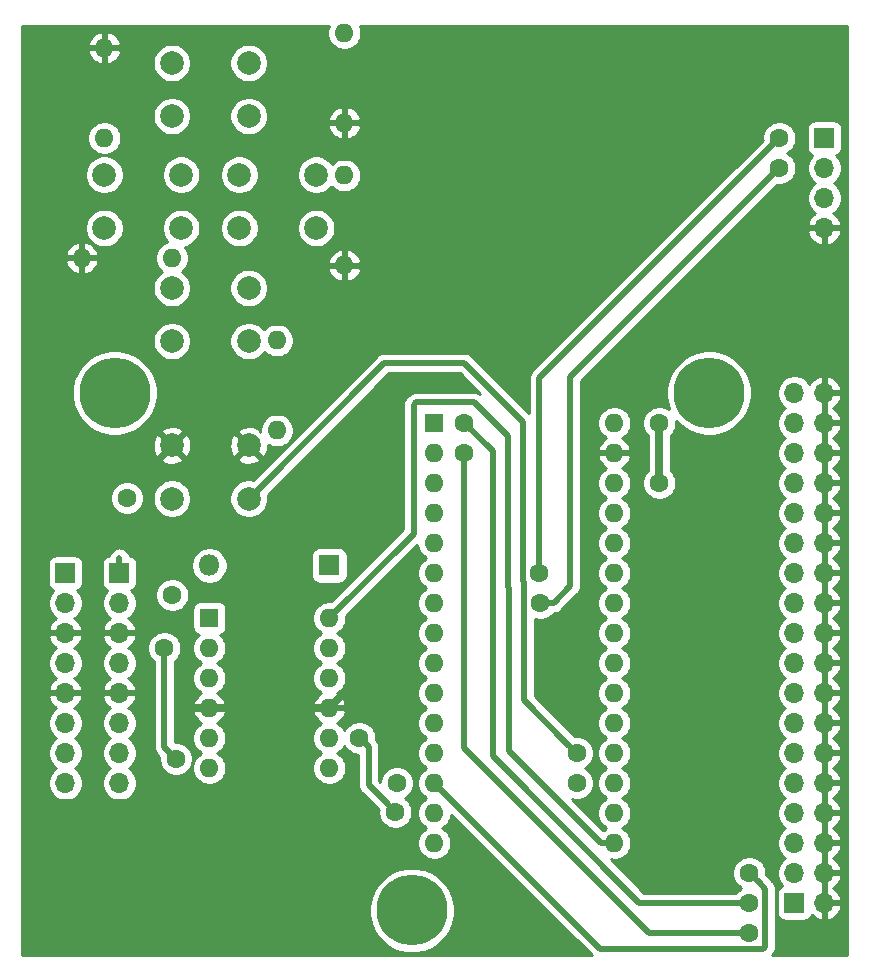
<source format=gtl>
G04 #@! TF.GenerationSoftware,KiCad,Pcbnew,(5.1.5)-3*
G04 #@! TF.CreationDate,2022-12-19T02:05:45+02:00*
G04 #@! TF.ProjectId,arduino-fanatec-pcb,61726475-696e-46f2-9d66-616e61746563,rev?*
G04 #@! TF.SameCoordinates,Original*
G04 #@! TF.FileFunction,Copper,L1,Top*
G04 #@! TF.FilePolarity,Positive*
%FSLAX46Y46*%
G04 Gerber Fmt 4.6, Leading zero omitted, Abs format (unit mm)*
G04 Created by KiCad (PCBNEW (5.1.5)-3) date 2022-12-19 02:05:45*
%MOMM*%
%LPD*%
G04 APERTURE LIST*
%ADD10O,1.600000X1.600000*%
%ADD11R,1.600000X1.600000*%
%ADD12R,1.700000X1.700000*%
%ADD13O,1.700000X1.700000*%
%ADD14C,6.000000*%
%ADD15C,2.000000*%
%ADD16O,1.800000X1.800000*%
%ADD17R,1.800000X1.800000*%
%ADD18C,1.600000*%
%ADD19C,0.500000*%
%ADD20C,0.700000*%
%ADD21C,0.254000*%
G04 APERTURE END LIST*
D10*
X101600000Y-105410000D03*
X86360000Y-105410000D03*
X101600000Y-69850000D03*
X86360000Y-102870000D03*
X101600000Y-72390000D03*
X86360000Y-100330000D03*
X101600000Y-74930000D03*
X86360000Y-97790000D03*
X101600000Y-77470000D03*
X86360000Y-95250000D03*
X101600000Y-80010000D03*
X86360000Y-92710000D03*
X101600000Y-82550000D03*
X86360000Y-90170000D03*
X101600000Y-85090000D03*
X86360000Y-87630000D03*
X101600000Y-87630000D03*
X86360000Y-85090000D03*
X101600000Y-90170000D03*
X86360000Y-82550000D03*
X101600000Y-92710000D03*
X86360000Y-80010000D03*
X101600000Y-95250000D03*
X86360000Y-77470000D03*
X101600000Y-97790000D03*
X86360000Y-74930000D03*
X101600000Y-100330000D03*
X86360000Y-72390000D03*
X101600000Y-102870000D03*
D11*
X86360000Y-69850000D03*
D12*
X116840000Y-110490000D03*
D13*
X119380000Y-110490000D03*
X116840000Y-107950000D03*
X119380000Y-107950000D03*
X116840000Y-105410000D03*
X119380000Y-105410000D03*
X116840000Y-102870000D03*
X119380000Y-102870000D03*
X116840000Y-100330000D03*
X119380000Y-100330000D03*
X116840000Y-97790000D03*
X119380000Y-97790000D03*
X116840000Y-95250000D03*
X119380000Y-95250000D03*
X116840000Y-92710000D03*
X119380000Y-92710000D03*
X116840000Y-90170000D03*
X119380000Y-90170000D03*
X116840000Y-87630000D03*
X119380000Y-87630000D03*
X116840000Y-85090000D03*
X119380000Y-85090000D03*
X116840000Y-82550000D03*
X119380000Y-82550000D03*
X116840000Y-80010000D03*
X119380000Y-80010000D03*
X116840000Y-77470000D03*
X119380000Y-77470000D03*
X116840000Y-74930000D03*
X119380000Y-74930000D03*
X116840000Y-72390000D03*
X119380000Y-72390000D03*
X116840000Y-69850000D03*
X119380000Y-69850000D03*
X116840000Y-67310000D03*
X119380000Y-67310000D03*
D11*
X67310000Y-86360000D03*
D10*
X77470000Y-99060000D03*
X67310000Y-88900000D03*
X77470000Y-96520000D03*
X67310000Y-91440000D03*
X77470000Y-93980000D03*
X67310000Y-93980000D03*
X77470000Y-91440000D03*
X67310000Y-96520000D03*
X77470000Y-88900000D03*
X67310000Y-99060000D03*
X77470000Y-86360000D03*
D13*
X55118000Y-100330000D03*
X55118000Y-97790000D03*
X55118000Y-95250000D03*
X55118000Y-92710000D03*
X55118000Y-90170000D03*
X55118000Y-87630000D03*
X55118000Y-85090000D03*
D12*
X55118000Y-82550000D03*
D14*
X84455000Y-111125000D03*
D10*
X56515000Y-55880000D03*
X64135000Y-55880000D03*
X73025000Y-70485000D03*
X73025000Y-62865000D03*
X78740000Y-48895000D03*
X78740000Y-56515000D03*
X58420000Y-45720000D03*
X58420000Y-38100000D03*
X78740000Y-36830000D03*
X78740000Y-44450000D03*
D15*
X70635000Y-71755000D03*
X70635000Y-76255000D03*
X64135000Y-71755000D03*
X64135000Y-76255000D03*
X70635000Y-58420000D03*
X70635000Y-62920000D03*
X64135000Y-58420000D03*
X64135000Y-62920000D03*
X76350000Y-48840000D03*
X76350000Y-53340000D03*
X69850000Y-48840000D03*
X69850000Y-53340000D03*
X64920000Y-48840000D03*
X64920000Y-53340000D03*
X58420000Y-48840000D03*
X58420000Y-53340000D03*
X70635000Y-39370000D03*
X70635000Y-43870000D03*
X64135000Y-39370000D03*
X64135000Y-43870000D03*
D13*
X119380000Y-53340000D03*
X119380000Y-50800000D03*
X119380000Y-48260000D03*
D12*
X119380000Y-45720000D03*
D14*
X109620000Y-67310000D03*
X59290000Y-67310000D03*
D16*
X67310000Y-81915000D03*
D17*
X77470000Y-81915000D03*
D13*
X59690000Y-100330000D03*
X59690000Y-97790000D03*
X59690000Y-95250000D03*
X59690000Y-92710000D03*
X59690000Y-90170000D03*
X59690000Y-87630000D03*
X59690000Y-85090000D03*
D12*
X59690000Y-82550000D03*
D18*
X80010000Y-96520000D03*
X83058000Y-102768400D03*
X98425000Y-100330000D03*
X61750000Y-93980000D03*
X65250000Y-93980000D03*
X80010000Y-91440000D03*
X64476878Y-98286878D03*
X63500000Y-88900000D03*
X105410000Y-74930000D03*
X105410000Y-69839991D03*
X113031397Y-107951397D03*
X83185000Y-100330006D03*
X115570000Y-48260000D03*
X95330010Y-85090000D03*
X115570000Y-45720000D03*
X95250006Y-82550000D03*
X88900000Y-72390000D03*
X113030000Y-113030000D03*
X88900000Y-69850000D03*
X113030000Y-110490000D03*
X60325000Y-76200000D03*
X98425000Y-97790000D03*
X64164438Y-84425562D03*
D19*
X92599987Y-70959985D02*
X92599987Y-83736484D01*
X89740001Y-68099999D02*
X92599987Y-70959985D01*
X84799999Y-68099999D02*
X89740001Y-68099999D01*
X100468630Y-105410000D02*
X101600000Y-105410000D01*
X92679989Y-83816486D02*
X92679990Y-97621360D01*
X84609999Y-68289999D02*
X84799999Y-68099999D01*
X77470000Y-86360000D02*
X84609999Y-79220001D01*
X92679990Y-97621360D02*
X100468630Y-105410000D01*
X84609999Y-79220001D02*
X84609999Y-68289999D01*
X92599987Y-83736484D02*
X92679989Y-83816486D01*
X80799999Y-97260979D02*
X80799999Y-100510399D01*
X82258001Y-101968401D02*
X83058000Y-102768400D01*
X80799999Y-100510399D02*
X82258001Y-101968401D01*
X80059020Y-96520000D02*
X80799999Y-97260979D01*
X80010000Y-96520000D02*
X80059020Y-96520000D01*
D20*
X61749999Y-93980001D02*
X61750000Y-93980000D01*
X65250000Y-93980000D02*
X65250000Y-88059998D01*
X64340001Y-87149999D02*
X62659999Y-87149999D01*
X65250000Y-88059998D02*
X64340001Y-87149999D01*
X62659999Y-87149999D02*
X61749999Y-88059999D01*
X61749999Y-88059999D02*
X61749999Y-93980001D01*
X65250000Y-93980000D02*
X77470000Y-93980000D01*
X77470000Y-93980000D02*
X80010000Y-91440000D01*
D19*
X59690000Y-82550000D02*
X59690000Y-81280000D01*
X63500000Y-97310000D02*
X63500000Y-88900000D01*
X64476878Y-98286878D02*
X63500000Y-97310000D01*
D20*
X105410000Y-74930000D02*
X105410000Y-69839991D01*
D19*
X113831396Y-108751396D02*
X113031397Y-107951397D01*
X114380001Y-109300001D02*
X113831396Y-108751396D01*
X114380001Y-114219999D02*
X114380001Y-109300001D01*
X114219999Y-114380001D02*
X114380001Y-114219999D01*
X100410001Y-114380001D02*
X114219999Y-114380001D01*
X86360000Y-100330000D02*
X100410001Y-114380001D01*
X97870007Y-65959993D02*
X97870007Y-83681373D01*
X115570000Y-48260000D02*
X97870007Y-65959993D01*
X96461380Y-85090000D02*
X95330010Y-85090000D01*
X97870007Y-83681373D02*
X96461380Y-85090000D01*
X115570000Y-45720000D02*
X95250006Y-66039994D01*
X95250006Y-81418630D02*
X95250006Y-82550000D01*
X95250006Y-66039994D02*
X95250006Y-81418630D01*
X111898630Y-113030000D02*
X113030000Y-113030000D01*
X104558667Y-113030000D02*
X111898630Y-113030000D01*
X88900000Y-72390000D02*
X88900000Y-97371333D01*
X88900000Y-97371333D02*
X104558667Y-113030000D01*
X91299977Y-98079837D02*
X103710140Y-110490000D01*
X111898630Y-110490000D02*
X113030000Y-110490000D01*
X91299977Y-72249977D02*
X91299977Y-98079837D01*
X103710140Y-110490000D02*
X111898630Y-110490000D01*
X88900000Y-69850000D02*
X91299977Y-72249977D01*
X93899993Y-69769993D02*
X93899993Y-83198001D01*
X70635000Y-76255000D02*
X82120000Y-64770000D01*
X88900000Y-64770000D02*
X93899993Y-69769993D01*
X82120000Y-64770000D02*
X88900000Y-64770000D01*
X93980000Y-83278008D02*
X93980000Y-93345000D01*
X97625001Y-96990001D02*
X98425000Y-97790000D01*
X93899993Y-83198001D02*
X93980000Y-83278008D01*
X93980000Y-93345000D02*
X97625001Y-96990001D01*
D21*
G36*
X77360147Y-36411426D02*
G01*
X77305000Y-36688665D01*
X77305000Y-36971335D01*
X77360147Y-37248574D01*
X77468320Y-37509727D01*
X77625363Y-37744759D01*
X77825241Y-37944637D01*
X78060273Y-38101680D01*
X78321426Y-38209853D01*
X78598665Y-38265000D01*
X78881335Y-38265000D01*
X79158574Y-38209853D01*
X79419727Y-38101680D01*
X79654759Y-37944637D01*
X79854637Y-37744759D01*
X80011680Y-37509727D01*
X80119853Y-37248574D01*
X80175000Y-36971335D01*
X80175000Y-36688665D01*
X80119853Y-36411426D01*
X80040562Y-36220000D01*
X121260001Y-36220000D01*
X121260000Y-114910000D01*
X114941578Y-114910000D01*
X114975046Y-114876532D01*
X115008818Y-114848816D01*
X115119412Y-114714058D01*
X115201590Y-114560312D01*
X115252196Y-114393489D01*
X115265001Y-114263476D01*
X115265001Y-114263468D01*
X115269282Y-114219999D01*
X115265001Y-114176530D01*
X115265001Y-109640000D01*
X115351928Y-109640000D01*
X115351928Y-111340000D01*
X115364188Y-111464482D01*
X115400498Y-111584180D01*
X115459463Y-111694494D01*
X115538815Y-111791185D01*
X115635506Y-111870537D01*
X115745820Y-111929502D01*
X115865518Y-111965812D01*
X115990000Y-111978072D01*
X117690000Y-111978072D01*
X117814482Y-111965812D01*
X117934180Y-111929502D01*
X118044494Y-111870537D01*
X118141185Y-111791185D01*
X118220537Y-111694494D01*
X118279502Y-111584180D01*
X118302498Y-111508374D01*
X118498645Y-111685178D01*
X118748748Y-111834157D01*
X119023109Y-111931481D01*
X119253000Y-111810814D01*
X119253000Y-110617000D01*
X119507000Y-110617000D01*
X119507000Y-111810814D01*
X119736891Y-111931481D01*
X120011252Y-111834157D01*
X120261355Y-111685178D01*
X120477588Y-111490269D01*
X120651641Y-111256920D01*
X120776825Y-110994099D01*
X120821476Y-110846890D01*
X120700155Y-110617000D01*
X119507000Y-110617000D01*
X119253000Y-110617000D01*
X119233000Y-110617000D01*
X119233000Y-110363000D01*
X119253000Y-110363000D01*
X119253000Y-108077000D01*
X119507000Y-108077000D01*
X119507000Y-110363000D01*
X120700155Y-110363000D01*
X120821476Y-110133110D01*
X120776825Y-109985901D01*
X120651641Y-109723080D01*
X120477588Y-109489731D01*
X120261355Y-109294822D01*
X120135745Y-109220000D01*
X120261355Y-109145178D01*
X120477588Y-108950269D01*
X120651641Y-108716920D01*
X120776825Y-108454099D01*
X120821476Y-108306890D01*
X120700155Y-108077000D01*
X119507000Y-108077000D01*
X119253000Y-108077000D01*
X119233000Y-108077000D01*
X119233000Y-107823000D01*
X119253000Y-107823000D01*
X119253000Y-105537000D01*
X119507000Y-105537000D01*
X119507000Y-107823000D01*
X120700155Y-107823000D01*
X120821476Y-107593110D01*
X120776825Y-107445901D01*
X120651641Y-107183080D01*
X120477588Y-106949731D01*
X120261355Y-106754822D01*
X120135745Y-106680000D01*
X120261355Y-106605178D01*
X120477588Y-106410269D01*
X120651641Y-106176920D01*
X120776825Y-105914099D01*
X120821476Y-105766890D01*
X120700155Y-105537000D01*
X119507000Y-105537000D01*
X119253000Y-105537000D01*
X119233000Y-105537000D01*
X119233000Y-105283000D01*
X119253000Y-105283000D01*
X119253000Y-102997000D01*
X119507000Y-102997000D01*
X119507000Y-105283000D01*
X120700155Y-105283000D01*
X120821476Y-105053110D01*
X120776825Y-104905901D01*
X120651641Y-104643080D01*
X120477588Y-104409731D01*
X120261355Y-104214822D01*
X120135745Y-104140000D01*
X120261355Y-104065178D01*
X120477588Y-103870269D01*
X120651641Y-103636920D01*
X120776825Y-103374099D01*
X120821476Y-103226890D01*
X120700155Y-102997000D01*
X119507000Y-102997000D01*
X119253000Y-102997000D01*
X119233000Y-102997000D01*
X119233000Y-102743000D01*
X119253000Y-102743000D01*
X119253000Y-100457000D01*
X119507000Y-100457000D01*
X119507000Y-102743000D01*
X120700155Y-102743000D01*
X120821476Y-102513110D01*
X120776825Y-102365901D01*
X120651641Y-102103080D01*
X120477588Y-101869731D01*
X120261355Y-101674822D01*
X120135745Y-101600000D01*
X120261355Y-101525178D01*
X120477588Y-101330269D01*
X120651641Y-101096920D01*
X120776825Y-100834099D01*
X120821476Y-100686890D01*
X120700155Y-100457000D01*
X119507000Y-100457000D01*
X119253000Y-100457000D01*
X119233000Y-100457000D01*
X119233000Y-100203000D01*
X119253000Y-100203000D01*
X119253000Y-97917000D01*
X119507000Y-97917000D01*
X119507000Y-100203000D01*
X120700155Y-100203000D01*
X120821476Y-99973110D01*
X120776825Y-99825901D01*
X120651641Y-99563080D01*
X120477588Y-99329731D01*
X120261355Y-99134822D01*
X120135745Y-99060000D01*
X120261355Y-98985178D01*
X120477588Y-98790269D01*
X120651641Y-98556920D01*
X120776825Y-98294099D01*
X120821476Y-98146890D01*
X120700155Y-97917000D01*
X119507000Y-97917000D01*
X119253000Y-97917000D01*
X119233000Y-97917000D01*
X119233000Y-97663000D01*
X119253000Y-97663000D01*
X119253000Y-95377000D01*
X119507000Y-95377000D01*
X119507000Y-97663000D01*
X120700155Y-97663000D01*
X120821476Y-97433110D01*
X120776825Y-97285901D01*
X120651641Y-97023080D01*
X120477588Y-96789731D01*
X120261355Y-96594822D01*
X120135745Y-96520000D01*
X120261355Y-96445178D01*
X120477588Y-96250269D01*
X120651641Y-96016920D01*
X120776825Y-95754099D01*
X120821476Y-95606890D01*
X120700155Y-95377000D01*
X119507000Y-95377000D01*
X119253000Y-95377000D01*
X119233000Y-95377000D01*
X119233000Y-95123000D01*
X119253000Y-95123000D01*
X119253000Y-92837000D01*
X119507000Y-92837000D01*
X119507000Y-95123000D01*
X120700155Y-95123000D01*
X120821476Y-94893110D01*
X120776825Y-94745901D01*
X120651641Y-94483080D01*
X120477588Y-94249731D01*
X120261355Y-94054822D01*
X120135745Y-93980000D01*
X120261355Y-93905178D01*
X120477588Y-93710269D01*
X120651641Y-93476920D01*
X120776825Y-93214099D01*
X120821476Y-93066890D01*
X120700155Y-92837000D01*
X119507000Y-92837000D01*
X119253000Y-92837000D01*
X119233000Y-92837000D01*
X119233000Y-92583000D01*
X119253000Y-92583000D01*
X119253000Y-90297000D01*
X119507000Y-90297000D01*
X119507000Y-92583000D01*
X120700155Y-92583000D01*
X120821476Y-92353110D01*
X120776825Y-92205901D01*
X120651641Y-91943080D01*
X120477588Y-91709731D01*
X120261355Y-91514822D01*
X120135745Y-91440000D01*
X120261355Y-91365178D01*
X120477588Y-91170269D01*
X120651641Y-90936920D01*
X120776825Y-90674099D01*
X120821476Y-90526890D01*
X120700155Y-90297000D01*
X119507000Y-90297000D01*
X119253000Y-90297000D01*
X119233000Y-90297000D01*
X119233000Y-90043000D01*
X119253000Y-90043000D01*
X119253000Y-87757000D01*
X119507000Y-87757000D01*
X119507000Y-90043000D01*
X120700155Y-90043000D01*
X120821476Y-89813110D01*
X120776825Y-89665901D01*
X120651641Y-89403080D01*
X120477588Y-89169731D01*
X120261355Y-88974822D01*
X120135745Y-88900000D01*
X120261355Y-88825178D01*
X120477588Y-88630269D01*
X120651641Y-88396920D01*
X120776825Y-88134099D01*
X120821476Y-87986890D01*
X120700155Y-87757000D01*
X119507000Y-87757000D01*
X119253000Y-87757000D01*
X119233000Y-87757000D01*
X119233000Y-87503000D01*
X119253000Y-87503000D01*
X119253000Y-85217000D01*
X119507000Y-85217000D01*
X119507000Y-87503000D01*
X120700155Y-87503000D01*
X120821476Y-87273110D01*
X120776825Y-87125901D01*
X120651641Y-86863080D01*
X120477588Y-86629731D01*
X120261355Y-86434822D01*
X120135745Y-86360000D01*
X120261355Y-86285178D01*
X120477588Y-86090269D01*
X120651641Y-85856920D01*
X120776825Y-85594099D01*
X120821476Y-85446890D01*
X120700155Y-85217000D01*
X119507000Y-85217000D01*
X119253000Y-85217000D01*
X119233000Y-85217000D01*
X119233000Y-84963000D01*
X119253000Y-84963000D01*
X119253000Y-82677000D01*
X119507000Y-82677000D01*
X119507000Y-84963000D01*
X120700155Y-84963000D01*
X120821476Y-84733110D01*
X120776825Y-84585901D01*
X120651641Y-84323080D01*
X120477588Y-84089731D01*
X120261355Y-83894822D01*
X120135745Y-83820000D01*
X120261355Y-83745178D01*
X120477588Y-83550269D01*
X120651641Y-83316920D01*
X120776825Y-83054099D01*
X120821476Y-82906890D01*
X120700155Y-82677000D01*
X119507000Y-82677000D01*
X119253000Y-82677000D01*
X119233000Y-82677000D01*
X119233000Y-82423000D01*
X119253000Y-82423000D01*
X119253000Y-80137000D01*
X119507000Y-80137000D01*
X119507000Y-82423000D01*
X120700155Y-82423000D01*
X120821476Y-82193110D01*
X120776825Y-82045901D01*
X120651641Y-81783080D01*
X120477588Y-81549731D01*
X120261355Y-81354822D01*
X120135745Y-81280000D01*
X120261355Y-81205178D01*
X120477588Y-81010269D01*
X120651641Y-80776920D01*
X120776825Y-80514099D01*
X120821476Y-80366890D01*
X120700155Y-80137000D01*
X119507000Y-80137000D01*
X119253000Y-80137000D01*
X119233000Y-80137000D01*
X119233000Y-79883000D01*
X119253000Y-79883000D01*
X119253000Y-77597000D01*
X119507000Y-77597000D01*
X119507000Y-79883000D01*
X120700155Y-79883000D01*
X120821476Y-79653110D01*
X120776825Y-79505901D01*
X120651641Y-79243080D01*
X120477588Y-79009731D01*
X120261355Y-78814822D01*
X120135745Y-78740000D01*
X120261355Y-78665178D01*
X120477588Y-78470269D01*
X120651641Y-78236920D01*
X120776825Y-77974099D01*
X120821476Y-77826890D01*
X120700155Y-77597000D01*
X119507000Y-77597000D01*
X119253000Y-77597000D01*
X119233000Y-77597000D01*
X119233000Y-77343000D01*
X119253000Y-77343000D01*
X119253000Y-75057000D01*
X119507000Y-75057000D01*
X119507000Y-77343000D01*
X120700155Y-77343000D01*
X120821476Y-77113110D01*
X120776825Y-76965901D01*
X120651641Y-76703080D01*
X120477588Y-76469731D01*
X120261355Y-76274822D01*
X120135745Y-76200000D01*
X120261355Y-76125178D01*
X120477588Y-75930269D01*
X120651641Y-75696920D01*
X120776825Y-75434099D01*
X120821476Y-75286890D01*
X120700155Y-75057000D01*
X119507000Y-75057000D01*
X119253000Y-75057000D01*
X119233000Y-75057000D01*
X119233000Y-74803000D01*
X119253000Y-74803000D01*
X119253000Y-72517000D01*
X119507000Y-72517000D01*
X119507000Y-74803000D01*
X120700155Y-74803000D01*
X120821476Y-74573110D01*
X120776825Y-74425901D01*
X120651641Y-74163080D01*
X120477588Y-73929731D01*
X120261355Y-73734822D01*
X120135745Y-73660000D01*
X120261355Y-73585178D01*
X120477588Y-73390269D01*
X120651641Y-73156920D01*
X120776825Y-72894099D01*
X120821476Y-72746890D01*
X120700155Y-72517000D01*
X119507000Y-72517000D01*
X119253000Y-72517000D01*
X119233000Y-72517000D01*
X119233000Y-72263000D01*
X119253000Y-72263000D01*
X119253000Y-69977000D01*
X119507000Y-69977000D01*
X119507000Y-72263000D01*
X120700155Y-72263000D01*
X120821476Y-72033110D01*
X120776825Y-71885901D01*
X120651641Y-71623080D01*
X120477588Y-71389731D01*
X120261355Y-71194822D01*
X120135745Y-71120000D01*
X120261355Y-71045178D01*
X120477588Y-70850269D01*
X120651641Y-70616920D01*
X120776825Y-70354099D01*
X120821476Y-70206890D01*
X120700155Y-69977000D01*
X119507000Y-69977000D01*
X119253000Y-69977000D01*
X119233000Y-69977000D01*
X119233000Y-69723000D01*
X119253000Y-69723000D01*
X119253000Y-67437000D01*
X119507000Y-67437000D01*
X119507000Y-69723000D01*
X120700155Y-69723000D01*
X120821476Y-69493110D01*
X120776825Y-69345901D01*
X120651641Y-69083080D01*
X120477588Y-68849731D01*
X120261355Y-68654822D01*
X120135745Y-68580000D01*
X120261355Y-68505178D01*
X120477588Y-68310269D01*
X120651641Y-68076920D01*
X120776825Y-67814099D01*
X120821476Y-67666890D01*
X120700155Y-67437000D01*
X119507000Y-67437000D01*
X119253000Y-67437000D01*
X119233000Y-67437000D01*
X119233000Y-67183000D01*
X119253000Y-67183000D01*
X119253000Y-65989186D01*
X119507000Y-65989186D01*
X119507000Y-67183000D01*
X120700155Y-67183000D01*
X120821476Y-66953110D01*
X120776825Y-66805901D01*
X120651641Y-66543080D01*
X120477588Y-66309731D01*
X120261355Y-66114822D01*
X120011252Y-65965843D01*
X119736891Y-65868519D01*
X119507000Y-65989186D01*
X119253000Y-65989186D01*
X119023109Y-65868519D01*
X118748748Y-65965843D01*
X118498645Y-66114822D01*
X118282412Y-66309731D01*
X118111100Y-66539406D01*
X117993475Y-66363368D01*
X117786632Y-66156525D01*
X117543411Y-65994010D01*
X117273158Y-65882068D01*
X116986260Y-65825000D01*
X116693740Y-65825000D01*
X116406842Y-65882068D01*
X116136589Y-65994010D01*
X115893368Y-66156525D01*
X115686525Y-66363368D01*
X115524010Y-66606589D01*
X115412068Y-66876842D01*
X115355000Y-67163740D01*
X115355000Y-67456260D01*
X115412068Y-67743158D01*
X115524010Y-68013411D01*
X115686525Y-68256632D01*
X115893368Y-68463475D01*
X116067760Y-68580000D01*
X115893368Y-68696525D01*
X115686525Y-68903368D01*
X115524010Y-69146589D01*
X115412068Y-69416842D01*
X115355000Y-69703740D01*
X115355000Y-69996260D01*
X115412068Y-70283158D01*
X115524010Y-70553411D01*
X115686525Y-70796632D01*
X115893368Y-71003475D01*
X116067760Y-71120000D01*
X115893368Y-71236525D01*
X115686525Y-71443368D01*
X115524010Y-71686589D01*
X115412068Y-71956842D01*
X115355000Y-72243740D01*
X115355000Y-72536260D01*
X115412068Y-72823158D01*
X115524010Y-73093411D01*
X115686525Y-73336632D01*
X115893368Y-73543475D01*
X116067760Y-73660000D01*
X115893368Y-73776525D01*
X115686525Y-73983368D01*
X115524010Y-74226589D01*
X115412068Y-74496842D01*
X115355000Y-74783740D01*
X115355000Y-75076260D01*
X115412068Y-75363158D01*
X115524010Y-75633411D01*
X115686525Y-75876632D01*
X115893368Y-76083475D01*
X116067760Y-76200000D01*
X115893368Y-76316525D01*
X115686525Y-76523368D01*
X115524010Y-76766589D01*
X115412068Y-77036842D01*
X115355000Y-77323740D01*
X115355000Y-77616260D01*
X115412068Y-77903158D01*
X115524010Y-78173411D01*
X115686525Y-78416632D01*
X115893368Y-78623475D01*
X116067760Y-78740000D01*
X115893368Y-78856525D01*
X115686525Y-79063368D01*
X115524010Y-79306589D01*
X115412068Y-79576842D01*
X115355000Y-79863740D01*
X115355000Y-80156260D01*
X115412068Y-80443158D01*
X115524010Y-80713411D01*
X115686525Y-80956632D01*
X115893368Y-81163475D01*
X116067760Y-81280000D01*
X115893368Y-81396525D01*
X115686525Y-81603368D01*
X115524010Y-81846589D01*
X115412068Y-82116842D01*
X115355000Y-82403740D01*
X115355000Y-82696260D01*
X115412068Y-82983158D01*
X115524010Y-83253411D01*
X115686525Y-83496632D01*
X115893368Y-83703475D01*
X116067760Y-83820000D01*
X115893368Y-83936525D01*
X115686525Y-84143368D01*
X115524010Y-84386589D01*
X115412068Y-84656842D01*
X115355000Y-84943740D01*
X115355000Y-85236260D01*
X115412068Y-85523158D01*
X115524010Y-85793411D01*
X115686525Y-86036632D01*
X115893368Y-86243475D01*
X116067760Y-86360000D01*
X115893368Y-86476525D01*
X115686525Y-86683368D01*
X115524010Y-86926589D01*
X115412068Y-87196842D01*
X115355000Y-87483740D01*
X115355000Y-87776260D01*
X115412068Y-88063158D01*
X115524010Y-88333411D01*
X115686525Y-88576632D01*
X115893368Y-88783475D01*
X116067760Y-88900000D01*
X115893368Y-89016525D01*
X115686525Y-89223368D01*
X115524010Y-89466589D01*
X115412068Y-89736842D01*
X115355000Y-90023740D01*
X115355000Y-90316260D01*
X115412068Y-90603158D01*
X115524010Y-90873411D01*
X115686525Y-91116632D01*
X115893368Y-91323475D01*
X116067760Y-91440000D01*
X115893368Y-91556525D01*
X115686525Y-91763368D01*
X115524010Y-92006589D01*
X115412068Y-92276842D01*
X115355000Y-92563740D01*
X115355000Y-92856260D01*
X115412068Y-93143158D01*
X115524010Y-93413411D01*
X115686525Y-93656632D01*
X115893368Y-93863475D01*
X116067760Y-93980000D01*
X115893368Y-94096525D01*
X115686525Y-94303368D01*
X115524010Y-94546589D01*
X115412068Y-94816842D01*
X115355000Y-95103740D01*
X115355000Y-95396260D01*
X115412068Y-95683158D01*
X115524010Y-95953411D01*
X115686525Y-96196632D01*
X115893368Y-96403475D01*
X116067760Y-96520000D01*
X115893368Y-96636525D01*
X115686525Y-96843368D01*
X115524010Y-97086589D01*
X115412068Y-97356842D01*
X115355000Y-97643740D01*
X115355000Y-97936260D01*
X115412068Y-98223158D01*
X115524010Y-98493411D01*
X115686525Y-98736632D01*
X115893368Y-98943475D01*
X116067760Y-99060000D01*
X115893368Y-99176525D01*
X115686525Y-99383368D01*
X115524010Y-99626589D01*
X115412068Y-99896842D01*
X115355000Y-100183740D01*
X115355000Y-100476260D01*
X115412068Y-100763158D01*
X115524010Y-101033411D01*
X115686525Y-101276632D01*
X115893368Y-101483475D01*
X116067760Y-101600000D01*
X115893368Y-101716525D01*
X115686525Y-101923368D01*
X115524010Y-102166589D01*
X115412068Y-102436842D01*
X115355000Y-102723740D01*
X115355000Y-103016260D01*
X115412068Y-103303158D01*
X115524010Y-103573411D01*
X115686525Y-103816632D01*
X115893368Y-104023475D01*
X116067760Y-104140000D01*
X115893368Y-104256525D01*
X115686525Y-104463368D01*
X115524010Y-104706589D01*
X115412068Y-104976842D01*
X115355000Y-105263740D01*
X115355000Y-105556260D01*
X115412068Y-105843158D01*
X115524010Y-106113411D01*
X115686525Y-106356632D01*
X115893368Y-106563475D01*
X116067760Y-106680000D01*
X115893368Y-106796525D01*
X115686525Y-107003368D01*
X115524010Y-107246589D01*
X115412068Y-107516842D01*
X115355000Y-107803740D01*
X115355000Y-108096260D01*
X115412068Y-108383158D01*
X115524010Y-108653411D01*
X115686525Y-108896632D01*
X115818380Y-109028487D01*
X115745820Y-109050498D01*
X115635506Y-109109463D01*
X115538815Y-109188815D01*
X115459463Y-109285506D01*
X115400498Y-109395820D01*
X115364188Y-109515518D01*
X115351928Y-109640000D01*
X115265001Y-109640000D01*
X115265001Y-109343470D01*
X115269282Y-109300001D01*
X115265001Y-109256532D01*
X115265001Y-109256524D01*
X115252196Y-109126511D01*
X115201590Y-108959688D01*
X115201590Y-108959687D01*
X115119412Y-108805942D01*
X115036533Y-108704955D01*
X115008818Y-108671184D01*
X114975045Y-108643467D01*
X114487933Y-108156355D01*
X114487928Y-108156349D01*
X114459414Y-108127835D01*
X114466397Y-108092732D01*
X114466397Y-107810062D01*
X114411250Y-107532823D01*
X114303077Y-107271670D01*
X114146034Y-107036638D01*
X113946156Y-106836760D01*
X113711124Y-106679717D01*
X113449971Y-106571544D01*
X113172732Y-106516397D01*
X112890062Y-106516397D01*
X112612823Y-106571544D01*
X112351670Y-106679717D01*
X112116638Y-106836760D01*
X111916760Y-107036638D01*
X111759717Y-107271670D01*
X111651544Y-107532823D01*
X111596397Y-107810062D01*
X111596397Y-108092732D01*
X111651544Y-108369971D01*
X111759717Y-108631124D01*
X111916760Y-108866156D01*
X112116638Y-109066034D01*
X112347412Y-109220232D01*
X112115241Y-109375363D01*
X111915363Y-109575241D01*
X111895479Y-109605000D01*
X104076719Y-109605000D01*
X101281473Y-106809754D01*
X101458665Y-106845000D01*
X101741335Y-106845000D01*
X102018574Y-106789853D01*
X102279727Y-106681680D01*
X102514759Y-106524637D01*
X102714637Y-106324759D01*
X102871680Y-106089727D01*
X102979853Y-105828574D01*
X103035000Y-105551335D01*
X103035000Y-105268665D01*
X102979853Y-104991426D01*
X102871680Y-104730273D01*
X102714637Y-104495241D01*
X102514759Y-104295363D01*
X102282241Y-104140000D01*
X102514759Y-103984637D01*
X102714637Y-103784759D01*
X102871680Y-103549727D01*
X102979853Y-103288574D01*
X103035000Y-103011335D01*
X103035000Y-102728665D01*
X102979853Y-102451426D01*
X102871680Y-102190273D01*
X102714637Y-101955241D01*
X102514759Y-101755363D01*
X102282241Y-101600000D01*
X102514759Y-101444637D01*
X102714637Y-101244759D01*
X102871680Y-101009727D01*
X102979853Y-100748574D01*
X103035000Y-100471335D01*
X103035000Y-100188665D01*
X102979853Y-99911426D01*
X102871680Y-99650273D01*
X102714637Y-99415241D01*
X102514759Y-99215363D01*
X102282241Y-99060000D01*
X102514759Y-98904637D01*
X102714637Y-98704759D01*
X102871680Y-98469727D01*
X102979853Y-98208574D01*
X103035000Y-97931335D01*
X103035000Y-97648665D01*
X102979853Y-97371426D01*
X102871680Y-97110273D01*
X102714637Y-96875241D01*
X102514759Y-96675363D01*
X102282241Y-96520000D01*
X102514759Y-96364637D01*
X102714637Y-96164759D01*
X102871680Y-95929727D01*
X102979853Y-95668574D01*
X103035000Y-95391335D01*
X103035000Y-95108665D01*
X102979853Y-94831426D01*
X102871680Y-94570273D01*
X102714637Y-94335241D01*
X102514759Y-94135363D01*
X102282241Y-93980000D01*
X102514759Y-93824637D01*
X102714637Y-93624759D01*
X102871680Y-93389727D01*
X102979853Y-93128574D01*
X103035000Y-92851335D01*
X103035000Y-92568665D01*
X102979853Y-92291426D01*
X102871680Y-92030273D01*
X102714637Y-91795241D01*
X102514759Y-91595363D01*
X102282241Y-91440000D01*
X102514759Y-91284637D01*
X102714637Y-91084759D01*
X102871680Y-90849727D01*
X102979853Y-90588574D01*
X103035000Y-90311335D01*
X103035000Y-90028665D01*
X102979853Y-89751426D01*
X102871680Y-89490273D01*
X102714637Y-89255241D01*
X102514759Y-89055363D01*
X102282241Y-88900000D01*
X102514759Y-88744637D01*
X102714637Y-88544759D01*
X102871680Y-88309727D01*
X102979853Y-88048574D01*
X103035000Y-87771335D01*
X103035000Y-87488665D01*
X102979853Y-87211426D01*
X102871680Y-86950273D01*
X102714637Y-86715241D01*
X102514759Y-86515363D01*
X102282241Y-86360000D01*
X102514759Y-86204637D01*
X102714637Y-86004759D01*
X102871680Y-85769727D01*
X102979853Y-85508574D01*
X103035000Y-85231335D01*
X103035000Y-84948665D01*
X102979853Y-84671426D01*
X102871680Y-84410273D01*
X102714637Y-84175241D01*
X102514759Y-83975363D01*
X102282241Y-83820000D01*
X102514759Y-83664637D01*
X102714637Y-83464759D01*
X102871680Y-83229727D01*
X102979853Y-82968574D01*
X103035000Y-82691335D01*
X103035000Y-82408665D01*
X102979853Y-82131426D01*
X102871680Y-81870273D01*
X102714637Y-81635241D01*
X102514759Y-81435363D01*
X102282241Y-81280000D01*
X102514759Y-81124637D01*
X102714637Y-80924759D01*
X102871680Y-80689727D01*
X102979853Y-80428574D01*
X103035000Y-80151335D01*
X103035000Y-79868665D01*
X102979853Y-79591426D01*
X102871680Y-79330273D01*
X102714637Y-79095241D01*
X102514759Y-78895363D01*
X102282241Y-78740000D01*
X102514759Y-78584637D01*
X102714637Y-78384759D01*
X102871680Y-78149727D01*
X102979853Y-77888574D01*
X103035000Y-77611335D01*
X103035000Y-77328665D01*
X102979853Y-77051426D01*
X102871680Y-76790273D01*
X102714637Y-76555241D01*
X102514759Y-76355363D01*
X102282241Y-76200000D01*
X102514759Y-76044637D01*
X102714637Y-75844759D01*
X102871680Y-75609727D01*
X102979853Y-75348574D01*
X103035000Y-75071335D01*
X103035000Y-74788665D01*
X102979853Y-74511426D01*
X102871680Y-74250273D01*
X102714637Y-74015241D01*
X102514759Y-73815363D01*
X102279727Y-73658320D01*
X102269135Y-73653933D01*
X102455131Y-73542385D01*
X102663519Y-73353414D01*
X102831037Y-73127420D01*
X102951246Y-72873087D01*
X102991904Y-72739039D01*
X102869915Y-72517000D01*
X101727000Y-72517000D01*
X101727000Y-72537000D01*
X101473000Y-72537000D01*
X101473000Y-72517000D01*
X100330085Y-72517000D01*
X100208096Y-72739039D01*
X100248754Y-72873087D01*
X100368963Y-73127420D01*
X100536481Y-73353414D01*
X100744869Y-73542385D01*
X100930865Y-73653933D01*
X100920273Y-73658320D01*
X100685241Y-73815363D01*
X100485363Y-74015241D01*
X100328320Y-74250273D01*
X100220147Y-74511426D01*
X100165000Y-74788665D01*
X100165000Y-75071335D01*
X100220147Y-75348574D01*
X100328320Y-75609727D01*
X100485363Y-75844759D01*
X100685241Y-76044637D01*
X100917759Y-76200000D01*
X100685241Y-76355363D01*
X100485363Y-76555241D01*
X100328320Y-76790273D01*
X100220147Y-77051426D01*
X100165000Y-77328665D01*
X100165000Y-77611335D01*
X100220147Y-77888574D01*
X100328320Y-78149727D01*
X100485363Y-78384759D01*
X100685241Y-78584637D01*
X100917759Y-78740000D01*
X100685241Y-78895363D01*
X100485363Y-79095241D01*
X100328320Y-79330273D01*
X100220147Y-79591426D01*
X100165000Y-79868665D01*
X100165000Y-80151335D01*
X100220147Y-80428574D01*
X100328320Y-80689727D01*
X100485363Y-80924759D01*
X100685241Y-81124637D01*
X100917759Y-81280000D01*
X100685241Y-81435363D01*
X100485363Y-81635241D01*
X100328320Y-81870273D01*
X100220147Y-82131426D01*
X100165000Y-82408665D01*
X100165000Y-82691335D01*
X100220147Y-82968574D01*
X100328320Y-83229727D01*
X100485363Y-83464759D01*
X100685241Y-83664637D01*
X100917759Y-83820000D01*
X100685241Y-83975363D01*
X100485363Y-84175241D01*
X100328320Y-84410273D01*
X100220147Y-84671426D01*
X100165000Y-84948665D01*
X100165000Y-85231335D01*
X100220147Y-85508574D01*
X100328320Y-85769727D01*
X100485363Y-86004759D01*
X100685241Y-86204637D01*
X100917759Y-86360000D01*
X100685241Y-86515363D01*
X100485363Y-86715241D01*
X100328320Y-86950273D01*
X100220147Y-87211426D01*
X100165000Y-87488665D01*
X100165000Y-87771335D01*
X100220147Y-88048574D01*
X100328320Y-88309727D01*
X100485363Y-88544759D01*
X100685241Y-88744637D01*
X100917759Y-88900000D01*
X100685241Y-89055363D01*
X100485363Y-89255241D01*
X100328320Y-89490273D01*
X100220147Y-89751426D01*
X100165000Y-90028665D01*
X100165000Y-90311335D01*
X100220147Y-90588574D01*
X100328320Y-90849727D01*
X100485363Y-91084759D01*
X100685241Y-91284637D01*
X100917759Y-91440000D01*
X100685241Y-91595363D01*
X100485363Y-91795241D01*
X100328320Y-92030273D01*
X100220147Y-92291426D01*
X100165000Y-92568665D01*
X100165000Y-92851335D01*
X100220147Y-93128574D01*
X100328320Y-93389727D01*
X100485363Y-93624759D01*
X100685241Y-93824637D01*
X100917759Y-93980000D01*
X100685241Y-94135363D01*
X100485363Y-94335241D01*
X100328320Y-94570273D01*
X100220147Y-94831426D01*
X100165000Y-95108665D01*
X100165000Y-95391335D01*
X100220147Y-95668574D01*
X100328320Y-95929727D01*
X100485363Y-96164759D01*
X100685241Y-96364637D01*
X100917759Y-96520000D01*
X100685241Y-96675363D01*
X100485363Y-96875241D01*
X100328320Y-97110273D01*
X100220147Y-97371426D01*
X100165000Y-97648665D01*
X100165000Y-97931335D01*
X100220147Y-98208574D01*
X100328320Y-98469727D01*
X100485363Y-98704759D01*
X100685241Y-98904637D01*
X100917759Y-99060000D01*
X100685241Y-99215363D01*
X100485363Y-99415241D01*
X100328320Y-99650273D01*
X100220147Y-99911426D01*
X100165000Y-100188665D01*
X100165000Y-100471335D01*
X100220147Y-100748574D01*
X100328320Y-101009727D01*
X100485363Y-101244759D01*
X100685241Y-101444637D01*
X100917759Y-101600000D01*
X100685241Y-101755363D01*
X100485363Y-101955241D01*
X100328320Y-102190273D01*
X100220147Y-102451426D01*
X100165000Y-102728665D01*
X100165000Y-103011335D01*
X100220147Y-103288574D01*
X100328320Y-103549727D01*
X100485363Y-103784759D01*
X100685241Y-103984637D01*
X100917759Y-104140000D01*
X100685241Y-104295363D01*
X100645406Y-104335198D01*
X98023447Y-101713239D01*
X98283665Y-101765000D01*
X98566335Y-101765000D01*
X98843574Y-101709853D01*
X99104727Y-101601680D01*
X99339759Y-101444637D01*
X99539637Y-101244759D01*
X99696680Y-101009727D01*
X99804853Y-100748574D01*
X99860000Y-100471335D01*
X99860000Y-100188665D01*
X99804853Y-99911426D01*
X99696680Y-99650273D01*
X99539637Y-99415241D01*
X99339759Y-99215363D01*
X99107241Y-99060000D01*
X99339759Y-98904637D01*
X99539637Y-98704759D01*
X99696680Y-98469727D01*
X99804853Y-98208574D01*
X99860000Y-97931335D01*
X99860000Y-97648665D01*
X99804853Y-97371426D01*
X99696680Y-97110273D01*
X99539637Y-96875241D01*
X99339759Y-96675363D01*
X99104727Y-96518320D01*
X98843574Y-96410147D01*
X98566335Y-96355000D01*
X98283665Y-96355000D01*
X98248562Y-96361983D01*
X94865000Y-92978422D01*
X94865000Y-86450619D01*
X94911436Y-86469853D01*
X95188675Y-86525000D01*
X95471345Y-86525000D01*
X95748584Y-86469853D01*
X96009737Y-86361680D01*
X96244769Y-86204637D01*
X96444647Y-86004759D01*
X96461691Y-85979250D01*
X96504849Y-85975000D01*
X96504857Y-85975000D01*
X96634870Y-85962195D01*
X96801693Y-85911589D01*
X96955439Y-85829411D01*
X97090197Y-85718817D01*
X97117914Y-85685044D01*
X98465056Y-84337903D01*
X98498824Y-84310190D01*
X98533112Y-84268411D01*
X98609417Y-84175433D01*
X98626556Y-84143368D01*
X98691596Y-84021686D01*
X98742202Y-83854863D01*
X98755007Y-83724850D01*
X98755007Y-83724840D01*
X98759288Y-83681374D01*
X98755007Y-83637908D01*
X98755007Y-69708665D01*
X100165000Y-69708665D01*
X100165000Y-69991335D01*
X100220147Y-70268574D01*
X100328320Y-70529727D01*
X100485363Y-70764759D01*
X100685241Y-70964637D01*
X100920273Y-71121680D01*
X100930865Y-71126067D01*
X100744869Y-71237615D01*
X100536481Y-71426586D01*
X100368963Y-71652580D01*
X100248754Y-71906913D01*
X100208096Y-72040961D01*
X100330085Y-72263000D01*
X101473000Y-72263000D01*
X101473000Y-72243000D01*
X101727000Y-72243000D01*
X101727000Y-72263000D01*
X102869915Y-72263000D01*
X102991904Y-72040961D01*
X102951246Y-71906913D01*
X102831037Y-71652580D01*
X102663519Y-71426586D01*
X102455131Y-71237615D01*
X102269135Y-71126067D01*
X102279727Y-71121680D01*
X102514759Y-70964637D01*
X102714637Y-70764759D01*
X102871680Y-70529727D01*
X102979853Y-70268574D01*
X103035000Y-69991335D01*
X103035000Y-69708665D01*
X103033010Y-69698656D01*
X103975000Y-69698656D01*
X103975000Y-69981326D01*
X104030147Y-70258565D01*
X104138320Y-70519718D01*
X104295363Y-70754750D01*
X104425001Y-70884388D01*
X104425000Y-73885604D01*
X104295363Y-74015241D01*
X104138320Y-74250273D01*
X104030147Y-74511426D01*
X103975000Y-74788665D01*
X103975000Y-75071335D01*
X104030147Y-75348574D01*
X104138320Y-75609727D01*
X104295363Y-75844759D01*
X104495241Y-76044637D01*
X104730273Y-76201680D01*
X104991426Y-76309853D01*
X105268665Y-76365000D01*
X105551335Y-76365000D01*
X105828574Y-76309853D01*
X106089727Y-76201680D01*
X106324759Y-76044637D01*
X106524637Y-75844759D01*
X106681680Y-75609727D01*
X106789853Y-75348574D01*
X106845000Y-75071335D01*
X106845000Y-74788665D01*
X106789853Y-74511426D01*
X106681680Y-74250273D01*
X106524637Y-74015241D01*
X106395000Y-73885604D01*
X106395000Y-70884387D01*
X106524637Y-70754750D01*
X106681680Y-70519718D01*
X106789853Y-70258565D01*
X106845000Y-69981326D01*
X106845000Y-69698656D01*
X106839291Y-69669957D01*
X107302823Y-70133489D01*
X107898182Y-70531295D01*
X108559710Y-70805309D01*
X109261984Y-70945000D01*
X109978016Y-70945000D01*
X110680290Y-70805309D01*
X111341818Y-70531295D01*
X111937177Y-70133489D01*
X112443489Y-69627177D01*
X112841295Y-69031818D01*
X113115309Y-68370290D01*
X113255000Y-67668016D01*
X113255000Y-66951984D01*
X113115309Y-66249710D01*
X112841295Y-65588182D01*
X112443489Y-64992823D01*
X111937177Y-64486511D01*
X111341818Y-64088705D01*
X110680290Y-63814691D01*
X109978016Y-63675000D01*
X109261984Y-63675000D01*
X108559710Y-63814691D01*
X107898182Y-64088705D01*
X107302823Y-64486511D01*
X106796511Y-64992823D01*
X106398705Y-65588182D01*
X106124691Y-66249710D01*
X105985000Y-66951984D01*
X105985000Y-67668016D01*
X106124691Y-68370290D01*
X106251483Y-68676393D01*
X106089727Y-68568311D01*
X105828574Y-68460138D01*
X105551335Y-68404991D01*
X105268665Y-68404991D01*
X104991426Y-68460138D01*
X104730273Y-68568311D01*
X104495241Y-68725354D01*
X104295363Y-68925232D01*
X104138320Y-69160264D01*
X104030147Y-69421417D01*
X103975000Y-69698656D01*
X103033010Y-69698656D01*
X102979853Y-69431426D01*
X102871680Y-69170273D01*
X102714637Y-68935241D01*
X102514759Y-68735363D01*
X102279727Y-68578320D01*
X102018574Y-68470147D01*
X101741335Y-68415000D01*
X101458665Y-68415000D01*
X101181426Y-68470147D01*
X100920273Y-68578320D01*
X100685241Y-68735363D01*
X100485363Y-68935241D01*
X100328320Y-69170273D01*
X100220147Y-69431426D01*
X100165000Y-69708665D01*
X98755007Y-69708665D01*
X98755007Y-66326571D01*
X111384688Y-53696890D01*
X117938524Y-53696890D01*
X117983175Y-53844099D01*
X118108359Y-54106920D01*
X118282412Y-54340269D01*
X118498645Y-54535178D01*
X118748748Y-54684157D01*
X119023109Y-54781481D01*
X119253000Y-54660814D01*
X119253000Y-53467000D01*
X119507000Y-53467000D01*
X119507000Y-54660814D01*
X119736891Y-54781481D01*
X120011252Y-54684157D01*
X120261355Y-54535178D01*
X120477588Y-54340269D01*
X120651641Y-54106920D01*
X120776825Y-53844099D01*
X120821476Y-53696890D01*
X120700155Y-53467000D01*
X119507000Y-53467000D01*
X119253000Y-53467000D01*
X118059845Y-53467000D01*
X117938524Y-53696890D01*
X111384688Y-53696890D01*
X115393562Y-49688017D01*
X115428665Y-49695000D01*
X115711335Y-49695000D01*
X115988574Y-49639853D01*
X116249727Y-49531680D01*
X116484759Y-49374637D01*
X116684637Y-49174759D01*
X116841680Y-48939727D01*
X116949853Y-48678574D01*
X117005000Y-48401335D01*
X117005000Y-48118665D01*
X116949853Y-47841426D01*
X116841680Y-47580273D01*
X116684637Y-47345241D01*
X116484759Y-47145363D01*
X116252241Y-46990000D01*
X116484759Y-46834637D01*
X116684637Y-46634759D01*
X116841680Y-46399727D01*
X116949853Y-46138574D01*
X117005000Y-45861335D01*
X117005000Y-45578665D01*
X116949853Y-45301426D01*
X116841680Y-45040273D01*
X116727908Y-44870000D01*
X117891928Y-44870000D01*
X117891928Y-46570000D01*
X117904188Y-46694482D01*
X117940498Y-46814180D01*
X117999463Y-46924494D01*
X118078815Y-47021185D01*
X118175506Y-47100537D01*
X118285820Y-47159502D01*
X118358380Y-47181513D01*
X118226525Y-47313368D01*
X118064010Y-47556589D01*
X117952068Y-47826842D01*
X117895000Y-48113740D01*
X117895000Y-48406260D01*
X117952068Y-48693158D01*
X118064010Y-48963411D01*
X118226525Y-49206632D01*
X118433368Y-49413475D01*
X118607760Y-49530000D01*
X118433368Y-49646525D01*
X118226525Y-49853368D01*
X118064010Y-50096589D01*
X117952068Y-50366842D01*
X117895000Y-50653740D01*
X117895000Y-50946260D01*
X117952068Y-51233158D01*
X118064010Y-51503411D01*
X118226525Y-51746632D01*
X118433368Y-51953475D01*
X118615534Y-52075195D01*
X118498645Y-52144822D01*
X118282412Y-52339731D01*
X118108359Y-52573080D01*
X117983175Y-52835901D01*
X117938524Y-52983110D01*
X118059845Y-53213000D01*
X119253000Y-53213000D01*
X119253000Y-53193000D01*
X119507000Y-53193000D01*
X119507000Y-53213000D01*
X120700155Y-53213000D01*
X120821476Y-52983110D01*
X120776825Y-52835901D01*
X120651641Y-52573080D01*
X120477588Y-52339731D01*
X120261355Y-52144822D01*
X120144466Y-52075195D01*
X120326632Y-51953475D01*
X120533475Y-51746632D01*
X120695990Y-51503411D01*
X120807932Y-51233158D01*
X120865000Y-50946260D01*
X120865000Y-50653740D01*
X120807932Y-50366842D01*
X120695990Y-50096589D01*
X120533475Y-49853368D01*
X120326632Y-49646525D01*
X120152240Y-49530000D01*
X120326632Y-49413475D01*
X120533475Y-49206632D01*
X120695990Y-48963411D01*
X120807932Y-48693158D01*
X120865000Y-48406260D01*
X120865000Y-48113740D01*
X120807932Y-47826842D01*
X120695990Y-47556589D01*
X120533475Y-47313368D01*
X120401620Y-47181513D01*
X120474180Y-47159502D01*
X120584494Y-47100537D01*
X120681185Y-47021185D01*
X120760537Y-46924494D01*
X120819502Y-46814180D01*
X120855812Y-46694482D01*
X120868072Y-46570000D01*
X120868072Y-44870000D01*
X120855812Y-44745518D01*
X120819502Y-44625820D01*
X120760537Y-44515506D01*
X120681185Y-44418815D01*
X120584494Y-44339463D01*
X120474180Y-44280498D01*
X120354482Y-44244188D01*
X120230000Y-44231928D01*
X118530000Y-44231928D01*
X118405518Y-44244188D01*
X118285820Y-44280498D01*
X118175506Y-44339463D01*
X118078815Y-44418815D01*
X117999463Y-44515506D01*
X117940498Y-44625820D01*
X117904188Y-44745518D01*
X117891928Y-44870000D01*
X116727908Y-44870000D01*
X116684637Y-44805241D01*
X116484759Y-44605363D01*
X116249727Y-44448320D01*
X115988574Y-44340147D01*
X115711335Y-44285000D01*
X115428665Y-44285000D01*
X115151426Y-44340147D01*
X114890273Y-44448320D01*
X114655241Y-44605363D01*
X114455363Y-44805241D01*
X114298320Y-45040273D01*
X114190147Y-45301426D01*
X114135000Y-45578665D01*
X114135000Y-45861335D01*
X114141983Y-45896438D01*
X94654962Y-65383460D01*
X94621189Y-65411177D01*
X94510595Y-65545936D01*
X94428417Y-65699682D01*
X94377811Y-65866505D01*
X94365006Y-65996518D01*
X94365006Y-65996525D01*
X94360725Y-66039994D01*
X94365006Y-66083463D01*
X94365006Y-68983427D01*
X89556534Y-64174956D01*
X89528817Y-64141183D01*
X89394059Y-64030589D01*
X89240313Y-63948411D01*
X89073490Y-63897805D01*
X88943477Y-63885000D01*
X88943469Y-63885000D01*
X88900000Y-63880719D01*
X88856531Y-63885000D01*
X82163469Y-63885000D01*
X82120000Y-63880719D01*
X82076531Y-63885000D01*
X82076523Y-63885000D01*
X81946510Y-63897805D01*
X81779687Y-63948411D01*
X81721267Y-63979637D01*
X81625941Y-64030589D01*
X81524953Y-64113468D01*
X81524951Y-64113470D01*
X81491183Y-64141183D01*
X81463470Y-64174951D01*
X70981525Y-74656897D01*
X70796033Y-74620000D01*
X70473967Y-74620000D01*
X70158088Y-74682832D01*
X69860537Y-74806082D01*
X69592748Y-74985013D01*
X69365013Y-75212748D01*
X69186082Y-75480537D01*
X69062832Y-75778088D01*
X69000000Y-76093967D01*
X69000000Y-76416033D01*
X69062832Y-76731912D01*
X69186082Y-77029463D01*
X69365013Y-77297252D01*
X69592748Y-77524987D01*
X69860537Y-77703918D01*
X70158088Y-77827168D01*
X70473967Y-77890000D01*
X70796033Y-77890000D01*
X71111912Y-77827168D01*
X71409463Y-77703918D01*
X71677252Y-77524987D01*
X71904987Y-77297252D01*
X72083918Y-77029463D01*
X72207168Y-76731912D01*
X72270000Y-76416033D01*
X72270000Y-76093967D01*
X72233103Y-75908475D01*
X82486579Y-65655000D01*
X88533422Y-65655000D01*
X90261663Y-67383241D01*
X90234060Y-67360588D01*
X90080314Y-67278410D01*
X89913491Y-67227804D01*
X89783478Y-67214999D01*
X89783470Y-67214999D01*
X89740001Y-67210718D01*
X89696532Y-67214999D01*
X84843468Y-67214999D01*
X84799999Y-67210718D01*
X84756530Y-67214999D01*
X84756522Y-67214999D01*
X84626509Y-67227804D01*
X84459686Y-67278410D01*
X84305940Y-67360588D01*
X84171182Y-67471182D01*
X84143465Y-67504955D01*
X84014951Y-67633469D01*
X83981183Y-67661182D01*
X83953470Y-67694950D01*
X83953467Y-67694953D01*
X83870589Y-67795940D01*
X83788411Y-67949686D01*
X83737804Y-68116509D01*
X83720718Y-68289999D01*
X83725000Y-68333478D01*
X83724999Y-78853422D01*
X77646439Y-84931983D01*
X77611335Y-84925000D01*
X77328665Y-84925000D01*
X77051426Y-84980147D01*
X76790273Y-85088320D01*
X76555241Y-85245363D01*
X76355363Y-85445241D01*
X76198320Y-85680273D01*
X76090147Y-85941426D01*
X76035000Y-86218665D01*
X76035000Y-86501335D01*
X76090147Y-86778574D01*
X76198320Y-87039727D01*
X76355363Y-87274759D01*
X76555241Y-87474637D01*
X76787759Y-87630000D01*
X76555241Y-87785363D01*
X76355363Y-87985241D01*
X76198320Y-88220273D01*
X76090147Y-88481426D01*
X76035000Y-88758665D01*
X76035000Y-89041335D01*
X76090147Y-89318574D01*
X76198320Y-89579727D01*
X76355363Y-89814759D01*
X76555241Y-90014637D01*
X76787759Y-90170000D01*
X76555241Y-90325363D01*
X76355363Y-90525241D01*
X76198320Y-90760273D01*
X76090147Y-91021426D01*
X76035000Y-91298665D01*
X76035000Y-91581335D01*
X76090147Y-91858574D01*
X76198320Y-92119727D01*
X76355363Y-92354759D01*
X76555241Y-92554637D01*
X76790273Y-92711680D01*
X76800865Y-92716067D01*
X76614869Y-92827615D01*
X76406481Y-93016586D01*
X76238963Y-93242580D01*
X76118754Y-93496913D01*
X76078096Y-93630961D01*
X76200085Y-93853000D01*
X77343000Y-93853000D01*
X77343000Y-93833000D01*
X77597000Y-93833000D01*
X77597000Y-93853000D01*
X78739915Y-93853000D01*
X78861904Y-93630961D01*
X78821246Y-93496913D01*
X78701037Y-93242580D01*
X78533519Y-93016586D01*
X78325131Y-92827615D01*
X78139135Y-92716067D01*
X78149727Y-92711680D01*
X78384759Y-92554637D01*
X78584637Y-92354759D01*
X78741680Y-92119727D01*
X78849853Y-91858574D01*
X78905000Y-91581335D01*
X78905000Y-91298665D01*
X78849853Y-91021426D01*
X78741680Y-90760273D01*
X78584637Y-90525241D01*
X78384759Y-90325363D01*
X78152241Y-90170000D01*
X78384759Y-90014637D01*
X78584637Y-89814759D01*
X78741680Y-89579727D01*
X78849853Y-89318574D01*
X78905000Y-89041335D01*
X78905000Y-88758665D01*
X78849853Y-88481426D01*
X78741680Y-88220273D01*
X78584637Y-87985241D01*
X78384759Y-87785363D01*
X78152241Y-87630000D01*
X78384759Y-87474637D01*
X78584637Y-87274759D01*
X78741680Y-87039727D01*
X78849853Y-86778574D01*
X78905000Y-86501335D01*
X78905000Y-86218665D01*
X78898017Y-86183561D01*
X84925870Y-80155709D01*
X84980147Y-80428574D01*
X85088320Y-80689727D01*
X85245363Y-80924759D01*
X85445241Y-81124637D01*
X85677759Y-81280000D01*
X85445241Y-81435363D01*
X85245363Y-81635241D01*
X85088320Y-81870273D01*
X84980147Y-82131426D01*
X84925000Y-82408665D01*
X84925000Y-82691335D01*
X84980147Y-82968574D01*
X85088320Y-83229727D01*
X85245363Y-83464759D01*
X85445241Y-83664637D01*
X85677759Y-83820000D01*
X85445241Y-83975363D01*
X85245363Y-84175241D01*
X85088320Y-84410273D01*
X84980147Y-84671426D01*
X84925000Y-84948665D01*
X84925000Y-85231335D01*
X84980147Y-85508574D01*
X85088320Y-85769727D01*
X85245363Y-86004759D01*
X85445241Y-86204637D01*
X85677759Y-86360000D01*
X85445241Y-86515363D01*
X85245363Y-86715241D01*
X85088320Y-86950273D01*
X84980147Y-87211426D01*
X84925000Y-87488665D01*
X84925000Y-87771335D01*
X84980147Y-88048574D01*
X85088320Y-88309727D01*
X85245363Y-88544759D01*
X85445241Y-88744637D01*
X85677759Y-88900000D01*
X85445241Y-89055363D01*
X85245363Y-89255241D01*
X85088320Y-89490273D01*
X84980147Y-89751426D01*
X84925000Y-90028665D01*
X84925000Y-90311335D01*
X84980147Y-90588574D01*
X85088320Y-90849727D01*
X85245363Y-91084759D01*
X85445241Y-91284637D01*
X85677759Y-91440000D01*
X85445241Y-91595363D01*
X85245363Y-91795241D01*
X85088320Y-92030273D01*
X84980147Y-92291426D01*
X84925000Y-92568665D01*
X84925000Y-92851335D01*
X84980147Y-93128574D01*
X85088320Y-93389727D01*
X85245363Y-93624759D01*
X85445241Y-93824637D01*
X85677759Y-93980000D01*
X85445241Y-94135363D01*
X85245363Y-94335241D01*
X85088320Y-94570273D01*
X84980147Y-94831426D01*
X84925000Y-95108665D01*
X84925000Y-95391335D01*
X84980147Y-95668574D01*
X85088320Y-95929727D01*
X85245363Y-96164759D01*
X85445241Y-96364637D01*
X85677759Y-96520000D01*
X85445241Y-96675363D01*
X85245363Y-96875241D01*
X85088320Y-97110273D01*
X84980147Y-97371426D01*
X84925000Y-97648665D01*
X84925000Y-97931335D01*
X84980147Y-98208574D01*
X85088320Y-98469727D01*
X85245363Y-98704759D01*
X85445241Y-98904637D01*
X85677759Y-99060000D01*
X85445241Y-99215363D01*
X85245363Y-99415241D01*
X85088320Y-99650273D01*
X84980147Y-99911426D01*
X84925000Y-100188665D01*
X84925000Y-100471335D01*
X84980147Y-100748574D01*
X85088320Y-101009727D01*
X85245363Y-101244759D01*
X85445241Y-101444637D01*
X85677759Y-101600000D01*
X85445241Y-101755363D01*
X85245363Y-101955241D01*
X85088320Y-102190273D01*
X84980147Y-102451426D01*
X84925000Y-102728665D01*
X84925000Y-103011335D01*
X84980147Y-103288574D01*
X85088320Y-103549727D01*
X85245363Y-103784759D01*
X85445241Y-103984637D01*
X85677759Y-104140000D01*
X85445241Y-104295363D01*
X85245363Y-104495241D01*
X85088320Y-104730273D01*
X84980147Y-104991426D01*
X84925000Y-105268665D01*
X84925000Y-105551335D01*
X84980147Y-105828574D01*
X85088320Y-106089727D01*
X85245363Y-106324759D01*
X85445241Y-106524637D01*
X85680273Y-106681680D01*
X85941426Y-106789853D01*
X86218665Y-106845000D01*
X86501335Y-106845000D01*
X86778574Y-106789853D01*
X87039727Y-106681680D01*
X87274759Y-106524637D01*
X87474637Y-106324759D01*
X87631680Y-106089727D01*
X87739853Y-105828574D01*
X87795000Y-105551335D01*
X87795000Y-105268665D01*
X87739853Y-104991426D01*
X87631680Y-104730273D01*
X87474637Y-104495241D01*
X87274759Y-104295363D01*
X87042241Y-104140000D01*
X87274759Y-103984637D01*
X87474637Y-103784759D01*
X87631680Y-103549727D01*
X87739853Y-103288574D01*
X87794130Y-103015708D01*
X99688421Y-114910000D01*
X51460000Y-114910000D01*
X51460000Y-110766984D01*
X80820000Y-110766984D01*
X80820000Y-111483016D01*
X80959691Y-112185290D01*
X81233705Y-112846818D01*
X81631511Y-113442177D01*
X82137823Y-113948489D01*
X82733182Y-114346295D01*
X83394710Y-114620309D01*
X84096984Y-114760000D01*
X84813016Y-114760000D01*
X85515290Y-114620309D01*
X86176818Y-114346295D01*
X86772177Y-113948489D01*
X87278489Y-113442177D01*
X87676295Y-112846818D01*
X87950309Y-112185290D01*
X88090000Y-111483016D01*
X88090000Y-110766984D01*
X87950309Y-110064710D01*
X87676295Y-109403182D01*
X87278489Y-108807823D01*
X86772177Y-108301511D01*
X86176818Y-107903705D01*
X85515290Y-107629691D01*
X84813016Y-107490000D01*
X84096984Y-107490000D01*
X83394710Y-107629691D01*
X82733182Y-107903705D01*
X82137823Y-108301511D01*
X81631511Y-108807823D01*
X81233705Y-109403182D01*
X80959691Y-110064710D01*
X80820000Y-110766984D01*
X51460000Y-110766984D01*
X51460000Y-95103740D01*
X53633000Y-95103740D01*
X53633000Y-95396260D01*
X53690068Y-95683158D01*
X53802010Y-95953411D01*
X53964525Y-96196632D01*
X54171368Y-96403475D01*
X54345760Y-96520000D01*
X54171368Y-96636525D01*
X53964525Y-96843368D01*
X53802010Y-97086589D01*
X53690068Y-97356842D01*
X53633000Y-97643740D01*
X53633000Y-97936260D01*
X53690068Y-98223158D01*
X53802010Y-98493411D01*
X53964525Y-98736632D01*
X54171368Y-98943475D01*
X54345760Y-99060000D01*
X54171368Y-99176525D01*
X53964525Y-99383368D01*
X53802010Y-99626589D01*
X53690068Y-99896842D01*
X53633000Y-100183740D01*
X53633000Y-100476260D01*
X53690068Y-100763158D01*
X53802010Y-101033411D01*
X53964525Y-101276632D01*
X54171368Y-101483475D01*
X54414589Y-101645990D01*
X54684842Y-101757932D01*
X54971740Y-101815000D01*
X55264260Y-101815000D01*
X55551158Y-101757932D01*
X55821411Y-101645990D01*
X56064632Y-101483475D01*
X56271475Y-101276632D01*
X56433990Y-101033411D01*
X56545932Y-100763158D01*
X56603000Y-100476260D01*
X56603000Y-100183740D01*
X56545932Y-99896842D01*
X56433990Y-99626589D01*
X56271475Y-99383368D01*
X56064632Y-99176525D01*
X55890240Y-99060000D01*
X56064632Y-98943475D01*
X56271475Y-98736632D01*
X56433990Y-98493411D01*
X56545932Y-98223158D01*
X56603000Y-97936260D01*
X56603000Y-97643740D01*
X56545932Y-97356842D01*
X56433990Y-97086589D01*
X56271475Y-96843368D01*
X56064632Y-96636525D01*
X55890240Y-96520000D01*
X56064632Y-96403475D01*
X56271475Y-96196632D01*
X56433990Y-95953411D01*
X56545932Y-95683158D01*
X56603000Y-95396260D01*
X56603000Y-95103740D01*
X58205000Y-95103740D01*
X58205000Y-95396260D01*
X58262068Y-95683158D01*
X58374010Y-95953411D01*
X58536525Y-96196632D01*
X58743368Y-96403475D01*
X58917760Y-96520000D01*
X58743368Y-96636525D01*
X58536525Y-96843368D01*
X58374010Y-97086589D01*
X58262068Y-97356842D01*
X58205000Y-97643740D01*
X58205000Y-97936260D01*
X58262068Y-98223158D01*
X58374010Y-98493411D01*
X58536525Y-98736632D01*
X58743368Y-98943475D01*
X58917760Y-99060000D01*
X58743368Y-99176525D01*
X58536525Y-99383368D01*
X58374010Y-99626589D01*
X58262068Y-99896842D01*
X58205000Y-100183740D01*
X58205000Y-100476260D01*
X58262068Y-100763158D01*
X58374010Y-101033411D01*
X58536525Y-101276632D01*
X58743368Y-101483475D01*
X58986589Y-101645990D01*
X59256842Y-101757932D01*
X59543740Y-101815000D01*
X59836260Y-101815000D01*
X60123158Y-101757932D01*
X60393411Y-101645990D01*
X60636632Y-101483475D01*
X60843475Y-101276632D01*
X61005990Y-101033411D01*
X61117932Y-100763158D01*
X61175000Y-100476260D01*
X61175000Y-100183740D01*
X61117932Y-99896842D01*
X61005990Y-99626589D01*
X60843475Y-99383368D01*
X60636632Y-99176525D01*
X60462240Y-99060000D01*
X60636632Y-98943475D01*
X60843475Y-98736632D01*
X61005990Y-98493411D01*
X61117932Y-98223158D01*
X61175000Y-97936260D01*
X61175000Y-97643740D01*
X61117932Y-97356842D01*
X61005990Y-97086589D01*
X60843475Y-96843368D01*
X60636632Y-96636525D01*
X60462240Y-96520000D01*
X60636632Y-96403475D01*
X60843475Y-96196632D01*
X61005990Y-95953411D01*
X61117932Y-95683158D01*
X61175000Y-95396260D01*
X61175000Y-95103740D01*
X61117932Y-94816842D01*
X61005990Y-94546589D01*
X60843475Y-94303368D01*
X60636632Y-94096525D01*
X60454466Y-93974805D01*
X60571355Y-93905178D01*
X60787588Y-93710269D01*
X60961641Y-93476920D01*
X61086825Y-93214099D01*
X61131476Y-93066890D01*
X61010155Y-92837000D01*
X59817000Y-92837000D01*
X59817000Y-92857000D01*
X59563000Y-92857000D01*
X59563000Y-92837000D01*
X58369845Y-92837000D01*
X58248524Y-93066890D01*
X58293175Y-93214099D01*
X58418359Y-93476920D01*
X58592412Y-93710269D01*
X58808645Y-93905178D01*
X58925534Y-93974805D01*
X58743368Y-94096525D01*
X58536525Y-94303368D01*
X58374010Y-94546589D01*
X58262068Y-94816842D01*
X58205000Y-95103740D01*
X56603000Y-95103740D01*
X56545932Y-94816842D01*
X56433990Y-94546589D01*
X56271475Y-94303368D01*
X56064632Y-94096525D01*
X55882466Y-93974805D01*
X55999355Y-93905178D01*
X56215588Y-93710269D01*
X56389641Y-93476920D01*
X56514825Y-93214099D01*
X56559476Y-93066890D01*
X56438155Y-92837000D01*
X55245000Y-92837000D01*
X55245000Y-92857000D01*
X54991000Y-92857000D01*
X54991000Y-92837000D01*
X53797845Y-92837000D01*
X53676524Y-93066890D01*
X53721175Y-93214099D01*
X53846359Y-93476920D01*
X54020412Y-93710269D01*
X54236645Y-93905178D01*
X54353534Y-93974805D01*
X54171368Y-94096525D01*
X53964525Y-94303368D01*
X53802010Y-94546589D01*
X53690068Y-94816842D01*
X53633000Y-95103740D01*
X51460000Y-95103740D01*
X51460000Y-90023740D01*
X53633000Y-90023740D01*
X53633000Y-90316260D01*
X53690068Y-90603158D01*
X53802010Y-90873411D01*
X53964525Y-91116632D01*
X54171368Y-91323475D01*
X54353534Y-91445195D01*
X54236645Y-91514822D01*
X54020412Y-91709731D01*
X53846359Y-91943080D01*
X53721175Y-92205901D01*
X53676524Y-92353110D01*
X53797845Y-92583000D01*
X54991000Y-92583000D01*
X54991000Y-92563000D01*
X55245000Y-92563000D01*
X55245000Y-92583000D01*
X56438155Y-92583000D01*
X56559476Y-92353110D01*
X56514825Y-92205901D01*
X56389641Y-91943080D01*
X56215588Y-91709731D01*
X55999355Y-91514822D01*
X55882466Y-91445195D01*
X56064632Y-91323475D01*
X56271475Y-91116632D01*
X56433990Y-90873411D01*
X56545932Y-90603158D01*
X56603000Y-90316260D01*
X56603000Y-90023740D01*
X58205000Y-90023740D01*
X58205000Y-90316260D01*
X58262068Y-90603158D01*
X58374010Y-90873411D01*
X58536525Y-91116632D01*
X58743368Y-91323475D01*
X58925534Y-91445195D01*
X58808645Y-91514822D01*
X58592412Y-91709731D01*
X58418359Y-91943080D01*
X58293175Y-92205901D01*
X58248524Y-92353110D01*
X58369845Y-92583000D01*
X59563000Y-92583000D01*
X59563000Y-92563000D01*
X59817000Y-92563000D01*
X59817000Y-92583000D01*
X61010155Y-92583000D01*
X61131476Y-92353110D01*
X61086825Y-92205901D01*
X60961641Y-91943080D01*
X60787588Y-91709731D01*
X60571355Y-91514822D01*
X60454466Y-91445195D01*
X60636632Y-91323475D01*
X60843475Y-91116632D01*
X61005990Y-90873411D01*
X61117932Y-90603158D01*
X61175000Y-90316260D01*
X61175000Y-90023740D01*
X61117932Y-89736842D01*
X61005990Y-89466589D01*
X60843475Y-89223368D01*
X60636632Y-89016525D01*
X60454466Y-88894805D01*
X60571355Y-88825178D01*
X60645144Y-88758665D01*
X62065000Y-88758665D01*
X62065000Y-89041335D01*
X62120147Y-89318574D01*
X62228320Y-89579727D01*
X62385363Y-89814759D01*
X62585241Y-90014637D01*
X62615001Y-90034522D01*
X62615000Y-97266531D01*
X62610719Y-97310000D01*
X62615000Y-97353469D01*
X62615000Y-97353476D01*
X62627805Y-97483489D01*
X62678411Y-97650312D01*
X62760589Y-97804058D01*
X62871183Y-97938817D01*
X62904956Y-97966534D01*
X63048861Y-98110439D01*
X63041878Y-98145543D01*
X63041878Y-98428213D01*
X63097025Y-98705452D01*
X63205198Y-98966605D01*
X63362241Y-99201637D01*
X63562119Y-99401515D01*
X63797151Y-99558558D01*
X64058304Y-99666731D01*
X64335543Y-99721878D01*
X64618213Y-99721878D01*
X64895452Y-99666731D01*
X65156605Y-99558558D01*
X65391637Y-99401515D01*
X65591515Y-99201637D01*
X65748558Y-98966605D01*
X65856731Y-98705452D01*
X65911878Y-98428213D01*
X65911878Y-98145543D01*
X65856731Y-97868304D01*
X65748558Y-97607151D01*
X65591515Y-97372119D01*
X65391637Y-97172241D01*
X65156605Y-97015198D01*
X64895452Y-96907025D01*
X64618213Y-96851878D01*
X64385000Y-96851878D01*
X64385000Y-96378665D01*
X65875000Y-96378665D01*
X65875000Y-96661335D01*
X65930147Y-96938574D01*
X66038320Y-97199727D01*
X66195363Y-97434759D01*
X66395241Y-97634637D01*
X66627759Y-97790000D01*
X66395241Y-97945363D01*
X66195363Y-98145241D01*
X66038320Y-98380273D01*
X65930147Y-98641426D01*
X65875000Y-98918665D01*
X65875000Y-99201335D01*
X65930147Y-99478574D01*
X66038320Y-99739727D01*
X66195363Y-99974759D01*
X66395241Y-100174637D01*
X66630273Y-100331680D01*
X66891426Y-100439853D01*
X67168665Y-100495000D01*
X67451335Y-100495000D01*
X67728574Y-100439853D01*
X67989727Y-100331680D01*
X68224759Y-100174637D01*
X68424637Y-99974759D01*
X68581680Y-99739727D01*
X68689853Y-99478574D01*
X68745000Y-99201335D01*
X68745000Y-98918665D01*
X68689853Y-98641426D01*
X68581680Y-98380273D01*
X68424637Y-98145241D01*
X68224759Y-97945363D01*
X67992241Y-97790000D01*
X68224759Y-97634637D01*
X68424637Y-97434759D01*
X68581680Y-97199727D01*
X68689853Y-96938574D01*
X68745000Y-96661335D01*
X68745000Y-96378665D01*
X76035000Y-96378665D01*
X76035000Y-96661335D01*
X76090147Y-96938574D01*
X76198320Y-97199727D01*
X76355363Y-97434759D01*
X76555241Y-97634637D01*
X76787759Y-97790000D01*
X76555241Y-97945363D01*
X76355363Y-98145241D01*
X76198320Y-98380273D01*
X76090147Y-98641426D01*
X76035000Y-98918665D01*
X76035000Y-99201335D01*
X76090147Y-99478574D01*
X76198320Y-99739727D01*
X76355363Y-99974759D01*
X76555241Y-100174637D01*
X76790273Y-100331680D01*
X77051426Y-100439853D01*
X77328665Y-100495000D01*
X77611335Y-100495000D01*
X77888574Y-100439853D01*
X78149727Y-100331680D01*
X78384759Y-100174637D01*
X78584637Y-99974759D01*
X78741680Y-99739727D01*
X78849853Y-99478574D01*
X78905000Y-99201335D01*
X78905000Y-98918665D01*
X78849853Y-98641426D01*
X78741680Y-98380273D01*
X78584637Y-98145241D01*
X78384759Y-97945363D01*
X78152241Y-97790000D01*
X78384759Y-97634637D01*
X78584637Y-97434759D01*
X78740000Y-97202241D01*
X78895363Y-97434759D01*
X79095241Y-97634637D01*
X79330273Y-97791680D01*
X79591426Y-97899853D01*
X79868665Y-97955000D01*
X79914999Y-97955000D01*
X79915000Y-100466920D01*
X79910718Y-100510399D01*
X79927804Y-100683889D01*
X79978411Y-100850712D01*
X80060589Y-101004458D01*
X80143467Y-101105445D01*
X80143470Y-101105448D01*
X80171183Y-101139216D01*
X80204950Y-101166928D01*
X81629983Y-102591962D01*
X81623000Y-102627065D01*
X81623000Y-102909735D01*
X81678147Y-103186974D01*
X81786320Y-103448127D01*
X81943363Y-103683159D01*
X82143241Y-103883037D01*
X82378273Y-104040080D01*
X82639426Y-104148253D01*
X82916665Y-104203400D01*
X83199335Y-104203400D01*
X83476574Y-104148253D01*
X83737727Y-104040080D01*
X83972759Y-103883037D01*
X84172637Y-103683159D01*
X84329680Y-103448127D01*
X84437853Y-103186974D01*
X84493000Y-102909735D01*
X84493000Y-102627065D01*
X84437853Y-102349826D01*
X84329680Y-102088673D01*
X84172637Y-101853641D01*
X83972759Y-101653763D01*
X83879774Y-101591632D01*
X84099759Y-101444643D01*
X84299637Y-101244765D01*
X84456680Y-101009733D01*
X84564853Y-100748580D01*
X84620000Y-100471341D01*
X84620000Y-100188671D01*
X84564853Y-99911432D01*
X84456680Y-99650279D01*
X84299637Y-99415247D01*
X84099759Y-99215369D01*
X83864727Y-99058326D01*
X83603574Y-98950153D01*
X83326335Y-98895006D01*
X83043665Y-98895006D01*
X82766426Y-98950153D01*
X82505273Y-99058326D01*
X82270241Y-99215369D01*
X82070363Y-99415247D01*
X81913320Y-99650279D01*
X81805147Y-99911432D01*
X81750000Y-100188671D01*
X81750000Y-100208822D01*
X81684999Y-100143821D01*
X81684999Y-97304448D01*
X81689280Y-97260979D01*
X81684999Y-97217510D01*
X81684999Y-97217502D01*
X81672194Y-97087489D01*
X81655064Y-97031020D01*
X81621588Y-96920665D01*
X81539410Y-96766920D01*
X81456531Y-96665932D01*
X81456529Y-96665930D01*
X81445000Y-96651882D01*
X81445000Y-96378665D01*
X81389853Y-96101426D01*
X81281680Y-95840273D01*
X81124637Y-95605241D01*
X80924759Y-95405363D01*
X80689727Y-95248320D01*
X80428574Y-95140147D01*
X80151335Y-95085000D01*
X79868665Y-95085000D01*
X79591426Y-95140147D01*
X79330273Y-95248320D01*
X79095241Y-95405363D01*
X78895363Y-95605241D01*
X78740000Y-95837759D01*
X78584637Y-95605241D01*
X78384759Y-95405363D01*
X78149727Y-95248320D01*
X78139135Y-95243933D01*
X78325131Y-95132385D01*
X78533519Y-94943414D01*
X78701037Y-94717420D01*
X78821246Y-94463087D01*
X78861904Y-94329039D01*
X78739915Y-94107000D01*
X77597000Y-94107000D01*
X77597000Y-94127000D01*
X77343000Y-94127000D01*
X77343000Y-94107000D01*
X76200085Y-94107000D01*
X76078096Y-94329039D01*
X76118754Y-94463087D01*
X76238963Y-94717420D01*
X76406481Y-94943414D01*
X76614869Y-95132385D01*
X76800865Y-95243933D01*
X76790273Y-95248320D01*
X76555241Y-95405363D01*
X76355363Y-95605241D01*
X76198320Y-95840273D01*
X76090147Y-96101426D01*
X76035000Y-96378665D01*
X68745000Y-96378665D01*
X68689853Y-96101426D01*
X68581680Y-95840273D01*
X68424637Y-95605241D01*
X68224759Y-95405363D01*
X67989727Y-95248320D01*
X67979135Y-95243933D01*
X68165131Y-95132385D01*
X68373519Y-94943414D01*
X68541037Y-94717420D01*
X68661246Y-94463087D01*
X68701904Y-94329039D01*
X68579915Y-94107000D01*
X67437000Y-94107000D01*
X67437000Y-94127000D01*
X67183000Y-94127000D01*
X67183000Y-94107000D01*
X66040085Y-94107000D01*
X65918096Y-94329039D01*
X65958754Y-94463087D01*
X66078963Y-94717420D01*
X66246481Y-94943414D01*
X66454869Y-95132385D01*
X66640865Y-95243933D01*
X66630273Y-95248320D01*
X66395241Y-95405363D01*
X66195363Y-95605241D01*
X66038320Y-95840273D01*
X65930147Y-96101426D01*
X65875000Y-96378665D01*
X64385000Y-96378665D01*
X64385000Y-90034521D01*
X64414759Y-90014637D01*
X64614637Y-89814759D01*
X64771680Y-89579727D01*
X64879853Y-89318574D01*
X64935000Y-89041335D01*
X64935000Y-88758665D01*
X64879853Y-88481426D01*
X64771680Y-88220273D01*
X64614637Y-87985241D01*
X64414759Y-87785363D01*
X64179727Y-87628320D01*
X63918574Y-87520147D01*
X63641335Y-87465000D01*
X63358665Y-87465000D01*
X63081426Y-87520147D01*
X62820273Y-87628320D01*
X62585241Y-87785363D01*
X62385363Y-87985241D01*
X62228320Y-88220273D01*
X62120147Y-88481426D01*
X62065000Y-88758665D01*
X60645144Y-88758665D01*
X60787588Y-88630269D01*
X60961641Y-88396920D01*
X61086825Y-88134099D01*
X61131476Y-87986890D01*
X61010155Y-87757000D01*
X59817000Y-87757000D01*
X59817000Y-87777000D01*
X59563000Y-87777000D01*
X59563000Y-87757000D01*
X58369845Y-87757000D01*
X58248524Y-87986890D01*
X58293175Y-88134099D01*
X58418359Y-88396920D01*
X58592412Y-88630269D01*
X58808645Y-88825178D01*
X58925534Y-88894805D01*
X58743368Y-89016525D01*
X58536525Y-89223368D01*
X58374010Y-89466589D01*
X58262068Y-89736842D01*
X58205000Y-90023740D01*
X56603000Y-90023740D01*
X56545932Y-89736842D01*
X56433990Y-89466589D01*
X56271475Y-89223368D01*
X56064632Y-89016525D01*
X55882466Y-88894805D01*
X55999355Y-88825178D01*
X56215588Y-88630269D01*
X56389641Y-88396920D01*
X56514825Y-88134099D01*
X56559476Y-87986890D01*
X56438155Y-87757000D01*
X55245000Y-87757000D01*
X55245000Y-87777000D01*
X54991000Y-87777000D01*
X54991000Y-87757000D01*
X53797845Y-87757000D01*
X53676524Y-87986890D01*
X53721175Y-88134099D01*
X53846359Y-88396920D01*
X54020412Y-88630269D01*
X54236645Y-88825178D01*
X54353534Y-88894805D01*
X54171368Y-89016525D01*
X53964525Y-89223368D01*
X53802010Y-89466589D01*
X53690068Y-89736842D01*
X53633000Y-90023740D01*
X51460000Y-90023740D01*
X51460000Y-81700000D01*
X53629928Y-81700000D01*
X53629928Y-83400000D01*
X53642188Y-83524482D01*
X53678498Y-83644180D01*
X53737463Y-83754494D01*
X53816815Y-83851185D01*
X53913506Y-83930537D01*
X54023820Y-83989502D01*
X54096380Y-84011513D01*
X53964525Y-84143368D01*
X53802010Y-84386589D01*
X53690068Y-84656842D01*
X53633000Y-84943740D01*
X53633000Y-85236260D01*
X53690068Y-85523158D01*
X53802010Y-85793411D01*
X53964525Y-86036632D01*
X54171368Y-86243475D01*
X54353534Y-86365195D01*
X54236645Y-86434822D01*
X54020412Y-86629731D01*
X53846359Y-86863080D01*
X53721175Y-87125901D01*
X53676524Y-87273110D01*
X53797845Y-87503000D01*
X54991000Y-87503000D01*
X54991000Y-87483000D01*
X55245000Y-87483000D01*
X55245000Y-87503000D01*
X56438155Y-87503000D01*
X56559476Y-87273110D01*
X56514825Y-87125901D01*
X56389641Y-86863080D01*
X56215588Y-86629731D01*
X55999355Y-86434822D01*
X55882466Y-86365195D01*
X56064632Y-86243475D01*
X56271475Y-86036632D01*
X56433990Y-85793411D01*
X56545932Y-85523158D01*
X56603000Y-85236260D01*
X56603000Y-84943740D01*
X56545932Y-84656842D01*
X56433990Y-84386589D01*
X56271475Y-84143368D01*
X56139620Y-84011513D01*
X56212180Y-83989502D01*
X56322494Y-83930537D01*
X56419185Y-83851185D01*
X56498537Y-83754494D01*
X56557502Y-83644180D01*
X56593812Y-83524482D01*
X56606072Y-83400000D01*
X56606072Y-81700000D01*
X58201928Y-81700000D01*
X58201928Y-83400000D01*
X58214188Y-83524482D01*
X58250498Y-83644180D01*
X58309463Y-83754494D01*
X58388815Y-83851185D01*
X58485506Y-83930537D01*
X58595820Y-83989502D01*
X58668380Y-84011513D01*
X58536525Y-84143368D01*
X58374010Y-84386589D01*
X58262068Y-84656842D01*
X58205000Y-84943740D01*
X58205000Y-85236260D01*
X58262068Y-85523158D01*
X58374010Y-85793411D01*
X58536525Y-86036632D01*
X58743368Y-86243475D01*
X58925534Y-86365195D01*
X58808645Y-86434822D01*
X58592412Y-86629731D01*
X58418359Y-86863080D01*
X58293175Y-87125901D01*
X58248524Y-87273110D01*
X58369845Y-87503000D01*
X59563000Y-87503000D01*
X59563000Y-87483000D01*
X59817000Y-87483000D01*
X59817000Y-87503000D01*
X61010155Y-87503000D01*
X61131476Y-87273110D01*
X61086825Y-87125901D01*
X60961641Y-86863080D01*
X60787588Y-86629731D01*
X60571355Y-86434822D01*
X60454466Y-86365195D01*
X60636632Y-86243475D01*
X60843475Y-86036632D01*
X61005990Y-85793411D01*
X61117932Y-85523158D01*
X61175000Y-85236260D01*
X61175000Y-84943740D01*
X61117932Y-84656842D01*
X61005990Y-84386589D01*
X60937594Y-84284227D01*
X62729438Y-84284227D01*
X62729438Y-84566897D01*
X62784585Y-84844136D01*
X62892758Y-85105289D01*
X63049801Y-85340321D01*
X63249679Y-85540199D01*
X63484711Y-85697242D01*
X63745864Y-85805415D01*
X64023103Y-85860562D01*
X64305773Y-85860562D01*
X64583012Y-85805415D01*
X64844165Y-85697242D01*
X65049562Y-85560000D01*
X65871928Y-85560000D01*
X65871928Y-87160000D01*
X65884188Y-87284482D01*
X65920498Y-87404180D01*
X65979463Y-87514494D01*
X66058815Y-87611185D01*
X66155506Y-87690537D01*
X66265820Y-87749502D01*
X66385518Y-87785812D01*
X66393961Y-87786643D01*
X66195363Y-87985241D01*
X66038320Y-88220273D01*
X65930147Y-88481426D01*
X65875000Y-88758665D01*
X65875000Y-89041335D01*
X65930147Y-89318574D01*
X66038320Y-89579727D01*
X66195363Y-89814759D01*
X66395241Y-90014637D01*
X66627759Y-90170000D01*
X66395241Y-90325363D01*
X66195363Y-90525241D01*
X66038320Y-90760273D01*
X65930147Y-91021426D01*
X65875000Y-91298665D01*
X65875000Y-91581335D01*
X65930147Y-91858574D01*
X66038320Y-92119727D01*
X66195363Y-92354759D01*
X66395241Y-92554637D01*
X66630273Y-92711680D01*
X66640865Y-92716067D01*
X66454869Y-92827615D01*
X66246481Y-93016586D01*
X66078963Y-93242580D01*
X65958754Y-93496913D01*
X65918096Y-93630961D01*
X66040085Y-93853000D01*
X67183000Y-93853000D01*
X67183000Y-93833000D01*
X67437000Y-93833000D01*
X67437000Y-93853000D01*
X68579915Y-93853000D01*
X68701904Y-93630961D01*
X68661246Y-93496913D01*
X68541037Y-93242580D01*
X68373519Y-93016586D01*
X68165131Y-92827615D01*
X67979135Y-92716067D01*
X67989727Y-92711680D01*
X68224759Y-92554637D01*
X68424637Y-92354759D01*
X68581680Y-92119727D01*
X68689853Y-91858574D01*
X68745000Y-91581335D01*
X68745000Y-91298665D01*
X68689853Y-91021426D01*
X68581680Y-90760273D01*
X68424637Y-90525241D01*
X68224759Y-90325363D01*
X67992241Y-90170000D01*
X68224759Y-90014637D01*
X68424637Y-89814759D01*
X68581680Y-89579727D01*
X68689853Y-89318574D01*
X68745000Y-89041335D01*
X68745000Y-88758665D01*
X68689853Y-88481426D01*
X68581680Y-88220273D01*
X68424637Y-87985241D01*
X68226039Y-87786643D01*
X68234482Y-87785812D01*
X68354180Y-87749502D01*
X68464494Y-87690537D01*
X68561185Y-87611185D01*
X68640537Y-87514494D01*
X68699502Y-87404180D01*
X68735812Y-87284482D01*
X68748072Y-87160000D01*
X68748072Y-85560000D01*
X68735812Y-85435518D01*
X68699502Y-85315820D01*
X68640537Y-85205506D01*
X68561185Y-85108815D01*
X68464494Y-85029463D01*
X68354180Y-84970498D01*
X68234482Y-84934188D01*
X68110000Y-84921928D01*
X66510000Y-84921928D01*
X66385518Y-84934188D01*
X66265820Y-84970498D01*
X66155506Y-85029463D01*
X66058815Y-85108815D01*
X65979463Y-85205506D01*
X65920498Y-85315820D01*
X65884188Y-85435518D01*
X65871928Y-85560000D01*
X65049562Y-85560000D01*
X65079197Y-85540199D01*
X65279075Y-85340321D01*
X65436118Y-85105289D01*
X65544291Y-84844136D01*
X65599438Y-84566897D01*
X65599438Y-84284227D01*
X65544291Y-84006988D01*
X65436118Y-83745835D01*
X65279075Y-83510803D01*
X65079197Y-83310925D01*
X64844165Y-83153882D01*
X64583012Y-83045709D01*
X64305773Y-82990562D01*
X64023103Y-82990562D01*
X63745864Y-83045709D01*
X63484711Y-83153882D01*
X63249679Y-83310925D01*
X63049801Y-83510803D01*
X62892758Y-83745835D01*
X62784585Y-84006988D01*
X62729438Y-84284227D01*
X60937594Y-84284227D01*
X60843475Y-84143368D01*
X60711620Y-84011513D01*
X60784180Y-83989502D01*
X60894494Y-83930537D01*
X60991185Y-83851185D01*
X61070537Y-83754494D01*
X61129502Y-83644180D01*
X61165812Y-83524482D01*
X61178072Y-83400000D01*
X61178072Y-81763816D01*
X65775000Y-81763816D01*
X65775000Y-82066184D01*
X65833989Y-82362743D01*
X65949701Y-82642095D01*
X66117688Y-82893505D01*
X66331495Y-83107312D01*
X66582905Y-83275299D01*
X66862257Y-83391011D01*
X67158816Y-83450000D01*
X67461184Y-83450000D01*
X67757743Y-83391011D01*
X68037095Y-83275299D01*
X68288505Y-83107312D01*
X68502312Y-82893505D01*
X68670299Y-82642095D01*
X68786011Y-82362743D01*
X68845000Y-82066184D01*
X68845000Y-81763816D01*
X68786011Y-81467257D01*
X68670299Y-81187905D01*
X68554768Y-81015000D01*
X75931928Y-81015000D01*
X75931928Y-82815000D01*
X75944188Y-82939482D01*
X75980498Y-83059180D01*
X76039463Y-83169494D01*
X76118815Y-83266185D01*
X76215506Y-83345537D01*
X76325820Y-83404502D01*
X76445518Y-83440812D01*
X76570000Y-83453072D01*
X78370000Y-83453072D01*
X78494482Y-83440812D01*
X78614180Y-83404502D01*
X78724494Y-83345537D01*
X78821185Y-83266185D01*
X78900537Y-83169494D01*
X78959502Y-83059180D01*
X78995812Y-82939482D01*
X79008072Y-82815000D01*
X79008072Y-81015000D01*
X78995812Y-80890518D01*
X78959502Y-80770820D01*
X78900537Y-80660506D01*
X78821185Y-80563815D01*
X78724494Y-80484463D01*
X78614180Y-80425498D01*
X78494482Y-80389188D01*
X78370000Y-80376928D01*
X76570000Y-80376928D01*
X76445518Y-80389188D01*
X76325820Y-80425498D01*
X76215506Y-80484463D01*
X76118815Y-80563815D01*
X76039463Y-80660506D01*
X75980498Y-80770820D01*
X75944188Y-80890518D01*
X75931928Y-81015000D01*
X68554768Y-81015000D01*
X68502312Y-80936495D01*
X68288505Y-80722688D01*
X68037095Y-80554701D01*
X67757743Y-80438989D01*
X67461184Y-80380000D01*
X67158816Y-80380000D01*
X66862257Y-80438989D01*
X66582905Y-80554701D01*
X66331495Y-80722688D01*
X66117688Y-80936495D01*
X65949701Y-81187905D01*
X65833989Y-81467257D01*
X65775000Y-81763816D01*
X61178072Y-81763816D01*
X61178072Y-81700000D01*
X61165812Y-81575518D01*
X61129502Y-81455820D01*
X61070537Y-81345506D01*
X60991185Y-81248815D01*
X60894494Y-81169463D01*
X60784180Y-81110498D01*
X60664482Y-81074188D01*
X60548938Y-81062808D01*
X60511589Y-80939687D01*
X60429411Y-80785941D01*
X60318817Y-80651183D01*
X60184059Y-80540589D01*
X60030313Y-80458411D01*
X59863490Y-80407805D01*
X59690000Y-80390718D01*
X59516511Y-80407805D01*
X59349688Y-80458411D01*
X59195942Y-80540589D01*
X59061184Y-80651183D01*
X58950590Y-80785941D01*
X58868412Y-80939687D01*
X58831063Y-81062808D01*
X58715518Y-81074188D01*
X58595820Y-81110498D01*
X58485506Y-81169463D01*
X58388815Y-81248815D01*
X58309463Y-81345506D01*
X58250498Y-81455820D01*
X58214188Y-81575518D01*
X58201928Y-81700000D01*
X56606072Y-81700000D01*
X56593812Y-81575518D01*
X56557502Y-81455820D01*
X56498537Y-81345506D01*
X56419185Y-81248815D01*
X56322494Y-81169463D01*
X56212180Y-81110498D01*
X56092482Y-81074188D01*
X55968000Y-81061928D01*
X54268000Y-81061928D01*
X54143518Y-81074188D01*
X54023820Y-81110498D01*
X53913506Y-81169463D01*
X53816815Y-81248815D01*
X53737463Y-81345506D01*
X53678498Y-81455820D01*
X53642188Y-81575518D01*
X53629928Y-81700000D01*
X51460000Y-81700000D01*
X51460000Y-76058665D01*
X58890000Y-76058665D01*
X58890000Y-76341335D01*
X58945147Y-76618574D01*
X59053320Y-76879727D01*
X59210363Y-77114759D01*
X59410241Y-77314637D01*
X59645273Y-77471680D01*
X59906426Y-77579853D01*
X60183665Y-77635000D01*
X60466335Y-77635000D01*
X60743574Y-77579853D01*
X61004727Y-77471680D01*
X61239759Y-77314637D01*
X61439637Y-77114759D01*
X61596680Y-76879727D01*
X61704853Y-76618574D01*
X61760000Y-76341335D01*
X61760000Y-76093967D01*
X62500000Y-76093967D01*
X62500000Y-76416033D01*
X62562832Y-76731912D01*
X62686082Y-77029463D01*
X62865013Y-77297252D01*
X63092748Y-77524987D01*
X63360537Y-77703918D01*
X63658088Y-77827168D01*
X63973967Y-77890000D01*
X64296033Y-77890000D01*
X64611912Y-77827168D01*
X64909463Y-77703918D01*
X65177252Y-77524987D01*
X65404987Y-77297252D01*
X65583918Y-77029463D01*
X65707168Y-76731912D01*
X65770000Y-76416033D01*
X65770000Y-76093967D01*
X65707168Y-75778088D01*
X65583918Y-75480537D01*
X65404987Y-75212748D01*
X65177252Y-74985013D01*
X64909463Y-74806082D01*
X64611912Y-74682832D01*
X64296033Y-74620000D01*
X63973967Y-74620000D01*
X63658088Y-74682832D01*
X63360537Y-74806082D01*
X63092748Y-74985013D01*
X62865013Y-75212748D01*
X62686082Y-75480537D01*
X62562832Y-75778088D01*
X62500000Y-76093967D01*
X61760000Y-76093967D01*
X61760000Y-76058665D01*
X61704853Y-75781426D01*
X61596680Y-75520273D01*
X61439637Y-75285241D01*
X61239759Y-75085363D01*
X61004727Y-74928320D01*
X60743574Y-74820147D01*
X60466335Y-74765000D01*
X60183665Y-74765000D01*
X59906426Y-74820147D01*
X59645273Y-74928320D01*
X59410241Y-75085363D01*
X59210363Y-75285241D01*
X59053320Y-75520273D01*
X58945147Y-75781426D01*
X58890000Y-76058665D01*
X51460000Y-76058665D01*
X51460000Y-72890413D01*
X63179192Y-72890413D01*
X63274956Y-73154814D01*
X63564571Y-73295704D01*
X63876108Y-73377384D01*
X64197595Y-73396718D01*
X64516675Y-73352961D01*
X64821088Y-73247795D01*
X64995044Y-73154814D01*
X65090808Y-72890413D01*
X69679192Y-72890413D01*
X69774956Y-73154814D01*
X70064571Y-73295704D01*
X70376108Y-73377384D01*
X70697595Y-73396718D01*
X71016675Y-73352961D01*
X71321088Y-73247795D01*
X71495044Y-73154814D01*
X71590808Y-72890413D01*
X70635000Y-71934605D01*
X69679192Y-72890413D01*
X65090808Y-72890413D01*
X64135000Y-71934605D01*
X63179192Y-72890413D01*
X51460000Y-72890413D01*
X51460000Y-71817595D01*
X62493282Y-71817595D01*
X62537039Y-72136675D01*
X62642205Y-72441088D01*
X62735186Y-72615044D01*
X62999587Y-72710808D01*
X63955395Y-71755000D01*
X64314605Y-71755000D01*
X65270413Y-72710808D01*
X65534814Y-72615044D01*
X65675704Y-72325429D01*
X65757384Y-72013892D01*
X65769189Y-71817595D01*
X68993282Y-71817595D01*
X69037039Y-72136675D01*
X69142205Y-72441088D01*
X69235186Y-72615044D01*
X69499587Y-72710808D01*
X70455395Y-71755000D01*
X69499587Y-70799192D01*
X69235186Y-70894956D01*
X69094296Y-71184571D01*
X69012616Y-71496108D01*
X68993282Y-71817595D01*
X65769189Y-71817595D01*
X65776718Y-71692405D01*
X65732961Y-71373325D01*
X65627795Y-71068912D01*
X65534814Y-70894956D01*
X65270413Y-70799192D01*
X64314605Y-71755000D01*
X63955395Y-71755000D01*
X62999587Y-70799192D01*
X62735186Y-70894956D01*
X62594296Y-71184571D01*
X62512616Y-71496108D01*
X62493282Y-71817595D01*
X51460000Y-71817595D01*
X51460000Y-66951984D01*
X55655000Y-66951984D01*
X55655000Y-67668016D01*
X55794691Y-68370290D01*
X56068705Y-69031818D01*
X56466511Y-69627177D01*
X56972823Y-70133489D01*
X57568182Y-70531295D01*
X58229710Y-70805309D01*
X58931984Y-70945000D01*
X59648016Y-70945000D01*
X60350290Y-70805309D01*
X60798662Y-70619587D01*
X63179192Y-70619587D01*
X64135000Y-71575395D01*
X65090808Y-70619587D01*
X69679192Y-70619587D01*
X70635000Y-71575395D01*
X70649143Y-71561253D01*
X70828748Y-71740858D01*
X70814605Y-71755000D01*
X71770413Y-72710808D01*
X72034814Y-72615044D01*
X72175704Y-72325429D01*
X72257384Y-72013892D01*
X72275650Y-71710160D01*
X72345273Y-71756680D01*
X72606426Y-71864853D01*
X72883665Y-71920000D01*
X73166335Y-71920000D01*
X73443574Y-71864853D01*
X73704727Y-71756680D01*
X73939759Y-71599637D01*
X74139637Y-71399759D01*
X74296680Y-71164727D01*
X74404853Y-70903574D01*
X74460000Y-70626335D01*
X74460000Y-70343665D01*
X74404853Y-70066426D01*
X74296680Y-69805273D01*
X74139637Y-69570241D01*
X73939759Y-69370363D01*
X73704727Y-69213320D01*
X73443574Y-69105147D01*
X73166335Y-69050000D01*
X72883665Y-69050000D01*
X72606426Y-69105147D01*
X72345273Y-69213320D01*
X72110241Y-69370363D01*
X71910363Y-69570241D01*
X71753320Y-69805273D01*
X71645147Y-70066426D01*
X71590000Y-70343665D01*
X71590000Y-70617356D01*
X71495044Y-70355186D01*
X71205429Y-70214296D01*
X70893892Y-70132616D01*
X70572405Y-70113282D01*
X70253325Y-70157039D01*
X69948912Y-70262205D01*
X69774956Y-70355186D01*
X69679192Y-70619587D01*
X65090808Y-70619587D01*
X64995044Y-70355186D01*
X64705429Y-70214296D01*
X64393892Y-70132616D01*
X64072405Y-70113282D01*
X63753325Y-70157039D01*
X63448912Y-70262205D01*
X63274956Y-70355186D01*
X63179192Y-70619587D01*
X60798662Y-70619587D01*
X61011818Y-70531295D01*
X61607177Y-70133489D01*
X62113489Y-69627177D01*
X62511295Y-69031818D01*
X62785309Y-68370290D01*
X62925000Y-67668016D01*
X62925000Y-66951984D01*
X62785309Y-66249710D01*
X62511295Y-65588182D01*
X62113489Y-64992823D01*
X61607177Y-64486511D01*
X61011818Y-64088705D01*
X60350290Y-63814691D01*
X59648016Y-63675000D01*
X58931984Y-63675000D01*
X58229710Y-63814691D01*
X57568182Y-64088705D01*
X56972823Y-64486511D01*
X56466511Y-64992823D01*
X56068705Y-65588182D01*
X55794691Y-66249710D01*
X55655000Y-66951984D01*
X51460000Y-66951984D01*
X51460000Y-62758967D01*
X62500000Y-62758967D01*
X62500000Y-63081033D01*
X62562832Y-63396912D01*
X62686082Y-63694463D01*
X62865013Y-63962252D01*
X63092748Y-64189987D01*
X63360537Y-64368918D01*
X63658088Y-64492168D01*
X63973967Y-64555000D01*
X64296033Y-64555000D01*
X64611912Y-64492168D01*
X64909463Y-64368918D01*
X65177252Y-64189987D01*
X65404987Y-63962252D01*
X65583918Y-63694463D01*
X65707168Y-63396912D01*
X65770000Y-63081033D01*
X65770000Y-62758967D01*
X69000000Y-62758967D01*
X69000000Y-63081033D01*
X69062832Y-63396912D01*
X69186082Y-63694463D01*
X69365013Y-63962252D01*
X69592748Y-64189987D01*
X69860537Y-64368918D01*
X70158088Y-64492168D01*
X70473967Y-64555000D01*
X70796033Y-64555000D01*
X71111912Y-64492168D01*
X71409463Y-64368918D01*
X71677252Y-64189987D01*
X71904987Y-63962252D01*
X71980237Y-63849633D01*
X72110241Y-63979637D01*
X72345273Y-64136680D01*
X72606426Y-64244853D01*
X72883665Y-64300000D01*
X73166335Y-64300000D01*
X73443574Y-64244853D01*
X73704727Y-64136680D01*
X73939759Y-63979637D01*
X74139637Y-63779759D01*
X74296680Y-63544727D01*
X74404853Y-63283574D01*
X74460000Y-63006335D01*
X74460000Y-62723665D01*
X74404853Y-62446426D01*
X74296680Y-62185273D01*
X74139637Y-61950241D01*
X73939759Y-61750363D01*
X73704727Y-61593320D01*
X73443574Y-61485147D01*
X73166335Y-61430000D01*
X72883665Y-61430000D01*
X72606426Y-61485147D01*
X72345273Y-61593320D01*
X72110241Y-61750363D01*
X71936177Y-61924427D01*
X71904987Y-61877748D01*
X71677252Y-61650013D01*
X71409463Y-61471082D01*
X71111912Y-61347832D01*
X70796033Y-61285000D01*
X70473967Y-61285000D01*
X70158088Y-61347832D01*
X69860537Y-61471082D01*
X69592748Y-61650013D01*
X69365013Y-61877748D01*
X69186082Y-62145537D01*
X69062832Y-62443088D01*
X69000000Y-62758967D01*
X65770000Y-62758967D01*
X65707168Y-62443088D01*
X65583918Y-62145537D01*
X65404987Y-61877748D01*
X65177252Y-61650013D01*
X64909463Y-61471082D01*
X64611912Y-61347832D01*
X64296033Y-61285000D01*
X63973967Y-61285000D01*
X63658088Y-61347832D01*
X63360537Y-61471082D01*
X63092748Y-61650013D01*
X62865013Y-61877748D01*
X62686082Y-62145537D01*
X62562832Y-62443088D01*
X62500000Y-62758967D01*
X51460000Y-62758967D01*
X51460000Y-58258967D01*
X62500000Y-58258967D01*
X62500000Y-58581033D01*
X62562832Y-58896912D01*
X62686082Y-59194463D01*
X62865013Y-59462252D01*
X63092748Y-59689987D01*
X63360537Y-59868918D01*
X63658088Y-59992168D01*
X63973967Y-60055000D01*
X64296033Y-60055000D01*
X64611912Y-59992168D01*
X64909463Y-59868918D01*
X65177252Y-59689987D01*
X65404987Y-59462252D01*
X65583918Y-59194463D01*
X65707168Y-58896912D01*
X65770000Y-58581033D01*
X65770000Y-58258967D01*
X69000000Y-58258967D01*
X69000000Y-58581033D01*
X69062832Y-58896912D01*
X69186082Y-59194463D01*
X69365013Y-59462252D01*
X69592748Y-59689987D01*
X69860537Y-59868918D01*
X70158088Y-59992168D01*
X70473967Y-60055000D01*
X70796033Y-60055000D01*
X71111912Y-59992168D01*
X71409463Y-59868918D01*
X71677252Y-59689987D01*
X71904987Y-59462252D01*
X72083918Y-59194463D01*
X72207168Y-58896912D01*
X72270000Y-58581033D01*
X72270000Y-58258967D01*
X72207168Y-57943088D01*
X72083918Y-57645537D01*
X71904987Y-57377748D01*
X71677252Y-57150013D01*
X71409463Y-56971082D01*
X71151042Y-56864040D01*
X77348091Y-56864040D01*
X77442930Y-57128881D01*
X77587615Y-57370131D01*
X77776586Y-57578519D01*
X78002580Y-57746037D01*
X78256913Y-57866246D01*
X78390961Y-57906904D01*
X78613000Y-57784915D01*
X78613000Y-56642000D01*
X78867000Y-56642000D01*
X78867000Y-57784915D01*
X79089039Y-57906904D01*
X79223087Y-57866246D01*
X79477420Y-57746037D01*
X79703414Y-57578519D01*
X79892385Y-57370131D01*
X80037070Y-57128881D01*
X80131909Y-56864040D01*
X80010624Y-56642000D01*
X78867000Y-56642000D01*
X78613000Y-56642000D01*
X77469376Y-56642000D01*
X77348091Y-56864040D01*
X71151042Y-56864040D01*
X71111912Y-56847832D01*
X70796033Y-56785000D01*
X70473967Y-56785000D01*
X70158088Y-56847832D01*
X69860537Y-56971082D01*
X69592748Y-57150013D01*
X69365013Y-57377748D01*
X69186082Y-57645537D01*
X69062832Y-57943088D01*
X69000000Y-58258967D01*
X65770000Y-58258967D01*
X65707168Y-57943088D01*
X65583918Y-57645537D01*
X65404987Y-57377748D01*
X65177252Y-57150013D01*
X64997237Y-57029731D01*
X65049759Y-56994637D01*
X65249637Y-56794759D01*
X65406680Y-56559727D01*
X65514853Y-56298574D01*
X65541231Y-56165960D01*
X77348091Y-56165960D01*
X77469376Y-56388000D01*
X78613000Y-56388000D01*
X78613000Y-55245085D01*
X78867000Y-55245085D01*
X78867000Y-56388000D01*
X80010624Y-56388000D01*
X80131909Y-56165960D01*
X80037070Y-55901119D01*
X79892385Y-55659869D01*
X79703414Y-55451481D01*
X79477420Y-55283963D01*
X79223087Y-55163754D01*
X79089039Y-55123096D01*
X78867000Y-55245085D01*
X78613000Y-55245085D01*
X78390961Y-55123096D01*
X78256913Y-55163754D01*
X78002580Y-55283963D01*
X77776586Y-55451481D01*
X77587615Y-55659869D01*
X77442930Y-55901119D01*
X77348091Y-56165960D01*
X65541231Y-56165960D01*
X65570000Y-56021335D01*
X65570000Y-55738665D01*
X65514853Y-55461426D01*
X65406680Y-55200273D01*
X65249637Y-54965241D01*
X65229804Y-54945408D01*
X65396912Y-54912168D01*
X65694463Y-54788918D01*
X65962252Y-54609987D01*
X66189987Y-54382252D01*
X66368918Y-54114463D01*
X66492168Y-53816912D01*
X66555000Y-53501033D01*
X66555000Y-53178967D01*
X68215000Y-53178967D01*
X68215000Y-53501033D01*
X68277832Y-53816912D01*
X68401082Y-54114463D01*
X68580013Y-54382252D01*
X68807748Y-54609987D01*
X69075537Y-54788918D01*
X69373088Y-54912168D01*
X69688967Y-54975000D01*
X70011033Y-54975000D01*
X70326912Y-54912168D01*
X70624463Y-54788918D01*
X70892252Y-54609987D01*
X71119987Y-54382252D01*
X71298918Y-54114463D01*
X71422168Y-53816912D01*
X71485000Y-53501033D01*
X71485000Y-53178967D01*
X74715000Y-53178967D01*
X74715000Y-53501033D01*
X74777832Y-53816912D01*
X74901082Y-54114463D01*
X75080013Y-54382252D01*
X75307748Y-54609987D01*
X75575537Y-54788918D01*
X75873088Y-54912168D01*
X76188967Y-54975000D01*
X76511033Y-54975000D01*
X76826912Y-54912168D01*
X77124463Y-54788918D01*
X77392252Y-54609987D01*
X77619987Y-54382252D01*
X77798918Y-54114463D01*
X77922168Y-53816912D01*
X77985000Y-53501033D01*
X77985000Y-53178967D01*
X77922168Y-52863088D01*
X77798918Y-52565537D01*
X77619987Y-52297748D01*
X77392252Y-52070013D01*
X77124463Y-51891082D01*
X76826912Y-51767832D01*
X76511033Y-51705000D01*
X76188967Y-51705000D01*
X75873088Y-51767832D01*
X75575537Y-51891082D01*
X75307748Y-52070013D01*
X75080013Y-52297748D01*
X74901082Y-52565537D01*
X74777832Y-52863088D01*
X74715000Y-53178967D01*
X71485000Y-53178967D01*
X71422168Y-52863088D01*
X71298918Y-52565537D01*
X71119987Y-52297748D01*
X70892252Y-52070013D01*
X70624463Y-51891082D01*
X70326912Y-51767832D01*
X70011033Y-51705000D01*
X69688967Y-51705000D01*
X69373088Y-51767832D01*
X69075537Y-51891082D01*
X68807748Y-52070013D01*
X68580013Y-52297748D01*
X68401082Y-52565537D01*
X68277832Y-52863088D01*
X68215000Y-53178967D01*
X66555000Y-53178967D01*
X66492168Y-52863088D01*
X66368918Y-52565537D01*
X66189987Y-52297748D01*
X65962252Y-52070013D01*
X65694463Y-51891082D01*
X65396912Y-51767832D01*
X65081033Y-51705000D01*
X64758967Y-51705000D01*
X64443088Y-51767832D01*
X64145537Y-51891082D01*
X63877748Y-52070013D01*
X63650013Y-52297748D01*
X63471082Y-52565537D01*
X63347832Y-52863088D01*
X63285000Y-53178967D01*
X63285000Y-53501033D01*
X63347832Y-53816912D01*
X63471082Y-54114463D01*
X63650013Y-54382252D01*
X63759366Y-54491605D01*
X63716426Y-54500147D01*
X63455273Y-54608320D01*
X63220241Y-54765363D01*
X63020363Y-54965241D01*
X62863320Y-55200273D01*
X62755147Y-55461426D01*
X62700000Y-55738665D01*
X62700000Y-56021335D01*
X62755147Y-56298574D01*
X62863320Y-56559727D01*
X63020363Y-56794759D01*
X63220241Y-56994637D01*
X63272763Y-57029731D01*
X63092748Y-57150013D01*
X62865013Y-57377748D01*
X62686082Y-57645537D01*
X62562832Y-57943088D01*
X62500000Y-58258967D01*
X51460000Y-58258967D01*
X51460000Y-56229039D01*
X55123096Y-56229039D01*
X55163754Y-56363087D01*
X55283963Y-56617420D01*
X55451481Y-56843414D01*
X55659869Y-57032385D01*
X55901119Y-57177070D01*
X56165960Y-57271909D01*
X56388000Y-57150624D01*
X56388000Y-56007000D01*
X56642000Y-56007000D01*
X56642000Y-57150624D01*
X56864040Y-57271909D01*
X57128881Y-57177070D01*
X57370131Y-57032385D01*
X57578519Y-56843414D01*
X57746037Y-56617420D01*
X57866246Y-56363087D01*
X57906904Y-56229039D01*
X57784915Y-56007000D01*
X56642000Y-56007000D01*
X56388000Y-56007000D01*
X55245085Y-56007000D01*
X55123096Y-56229039D01*
X51460000Y-56229039D01*
X51460000Y-55530961D01*
X55123096Y-55530961D01*
X55245085Y-55753000D01*
X56388000Y-55753000D01*
X56388000Y-54609376D01*
X56642000Y-54609376D01*
X56642000Y-55753000D01*
X57784915Y-55753000D01*
X57906904Y-55530961D01*
X57866246Y-55396913D01*
X57746037Y-55142580D01*
X57578519Y-54916586D01*
X57370131Y-54727615D01*
X57128881Y-54582930D01*
X56864040Y-54488091D01*
X56642000Y-54609376D01*
X56388000Y-54609376D01*
X56165960Y-54488091D01*
X55901119Y-54582930D01*
X55659869Y-54727615D01*
X55451481Y-54916586D01*
X55283963Y-55142580D01*
X55163754Y-55396913D01*
X55123096Y-55530961D01*
X51460000Y-55530961D01*
X51460000Y-53178967D01*
X56785000Y-53178967D01*
X56785000Y-53501033D01*
X56847832Y-53816912D01*
X56971082Y-54114463D01*
X57150013Y-54382252D01*
X57377748Y-54609987D01*
X57645537Y-54788918D01*
X57943088Y-54912168D01*
X58258967Y-54975000D01*
X58581033Y-54975000D01*
X58896912Y-54912168D01*
X59194463Y-54788918D01*
X59462252Y-54609987D01*
X59689987Y-54382252D01*
X59868918Y-54114463D01*
X59992168Y-53816912D01*
X60055000Y-53501033D01*
X60055000Y-53178967D01*
X59992168Y-52863088D01*
X59868918Y-52565537D01*
X59689987Y-52297748D01*
X59462252Y-52070013D01*
X59194463Y-51891082D01*
X58896912Y-51767832D01*
X58581033Y-51705000D01*
X58258967Y-51705000D01*
X57943088Y-51767832D01*
X57645537Y-51891082D01*
X57377748Y-52070013D01*
X57150013Y-52297748D01*
X56971082Y-52565537D01*
X56847832Y-52863088D01*
X56785000Y-53178967D01*
X51460000Y-53178967D01*
X51460000Y-48678967D01*
X56785000Y-48678967D01*
X56785000Y-49001033D01*
X56847832Y-49316912D01*
X56971082Y-49614463D01*
X57150013Y-49882252D01*
X57377748Y-50109987D01*
X57645537Y-50288918D01*
X57943088Y-50412168D01*
X58258967Y-50475000D01*
X58581033Y-50475000D01*
X58896912Y-50412168D01*
X59194463Y-50288918D01*
X59462252Y-50109987D01*
X59689987Y-49882252D01*
X59868918Y-49614463D01*
X59992168Y-49316912D01*
X60055000Y-49001033D01*
X60055000Y-48678967D01*
X63285000Y-48678967D01*
X63285000Y-49001033D01*
X63347832Y-49316912D01*
X63471082Y-49614463D01*
X63650013Y-49882252D01*
X63877748Y-50109987D01*
X64145537Y-50288918D01*
X64443088Y-50412168D01*
X64758967Y-50475000D01*
X65081033Y-50475000D01*
X65396912Y-50412168D01*
X65694463Y-50288918D01*
X65962252Y-50109987D01*
X66189987Y-49882252D01*
X66368918Y-49614463D01*
X66492168Y-49316912D01*
X66555000Y-49001033D01*
X66555000Y-48678967D01*
X68215000Y-48678967D01*
X68215000Y-49001033D01*
X68277832Y-49316912D01*
X68401082Y-49614463D01*
X68580013Y-49882252D01*
X68807748Y-50109987D01*
X69075537Y-50288918D01*
X69373088Y-50412168D01*
X69688967Y-50475000D01*
X70011033Y-50475000D01*
X70326912Y-50412168D01*
X70624463Y-50288918D01*
X70892252Y-50109987D01*
X71119987Y-49882252D01*
X71298918Y-49614463D01*
X71422168Y-49316912D01*
X71485000Y-49001033D01*
X71485000Y-48678967D01*
X74715000Y-48678967D01*
X74715000Y-49001033D01*
X74777832Y-49316912D01*
X74901082Y-49614463D01*
X75080013Y-49882252D01*
X75307748Y-50109987D01*
X75575537Y-50288918D01*
X75873088Y-50412168D01*
X76188967Y-50475000D01*
X76511033Y-50475000D01*
X76826912Y-50412168D01*
X77124463Y-50288918D01*
X77392252Y-50109987D01*
X77619987Y-49882252D01*
X77651177Y-49835573D01*
X77825241Y-50009637D01*
X78060273Y-50166680D01*
X78321426Y-50274853D01*
X78598665Y-50330000D01*
X78881335Y-50330000D01*
X79158574Y-50274853D01*
X79419727Y-50166680D01*
X79654759Y-50009637D01*
X79854637Y-49809759D01*
X80011680Y-49574727D01*
X80119853Y-49313574D01*
X80175000Y-49036335D01*
X80175000Y-48753665D01*
X80119853Y-48476426D01*
X80011680Y-48215273D01*
X79854637Y-47980241D01*
X79654759Y-47780363D01*
X79419727Y-47623320D01*
X79158574Y-47515147D01*
X78881335Y-47460000D01*
X78598665Y-47460000D01*
X78321426Y-47515147D01*
X78060273Y-47623320D01*
X77825241Y-47780363D01*
X77695237Y-47910367D01*
X77619987Y-47797748D01*
X77392252Y-47570013D01*
X77124463Y-47391082D01*
X76826912Y-47267832D01*
X76511033Y-47205000D01*
X76188967Y-47205000D01*
X75873088Y-47267832D01*
X75575537Y-47391082D01*
X75307748Y-47570013D01*
X75080013Y-47797748D01*
X74901082Y-48065537D01*
X74777832Y-48363088D01*
X74715000Y-48678967D01*
X71485000Y-48678967D01*
X71422168Y-48363088D01*
X71298918Y-48065537D01*
X71119987Y-47797748D01*
X70892252Y-47570013D01*
X70624463Y-47391082D01*
X70326912Y-47267832D01*
X70011033Y-47205000D01*
X69688967Y-47205000D01*
X69373088Y-47267832D01*
X69075537Y-47391082D01*
X68807748Y-47570013D01*
X68580013Y-47797748D01*
X68401082Y-48065537D01*
X68277832Y-48363088D01*
X68215000Y-48678967D01*
X66555000Y-48678967D01*
X66492168Y-48363088D01*
X66368918Y-48065537D01*
X66189987Y-47797748D01*
X65962252Y-47570013D01*
X65694463Y-47391082D01*
X65396912Y-47267832D01*
X65081033Y-47205000D01*
X64758967Y-47205000D01*
X64443088Y-47267832D01*
X64145537Y-47391082D01*
X63877748Y-47570013D01*
X63650013Y-47797748D01*
X63471082Y-48065537D01*
X63347832Y-48363088D01*
X63285000Y-48678967D01*
X60055000Y-48678967D01*
X59992168Y-48363088D01*
X59868918Y-48065537D01*
X59689987Y-47797748D01*
X59462252Y-47570013D01*
X59194463Y-47391082D01*
X58896912Y-47267832D01*
X58581033Y-47205000D01*
X58258967Y-47205000D01*
X57943088Y-47267832D01*
X57645537Y-47391082D01*
X57377748Y-47570013D01*
X57150013Y-47797748D01*
X56971082Y-48065537D01*
X56847832Y-48363088D01*
X56785000Y-48678967D01*
X51460000Y-48678967D01*
X51460000Y-45578665D01*
X56985000Y-45578665D01*
X56985000Y-45861335D01*
X57040147Y-46138574D01*
X57148320Y-46399727D01*
X57305363Y-46634759D01*
X57505241Y-46834637D01*
X57740273Y-46991680D01*
X58001426Y-47099853D01*
X58278665Y-47155000D01*
X58561335Y-47155000D01*
X58838574Y-47099853D01*
X59099727Y-46991680D01*
X59334759Y-46834637D01*
X59534637Y-46634759D01*
X59691680Y-46399727D01*
X59799853Y-46138574D01*
X59855000Y-45861335D01*
X59855000Y-45578665D01*
X59799853Y-45301426D01*
X59691680Y-45040273D01*
X59534637Y-44805241D01*
X59334759Y-44605363D01*
X59099727Y-44448320D01*
X58838574Y-44340147D01*
X58561335Y-44285000D01*
X58278665Y-44285000D01*
X58001426Y-44340147D01*
X57740273Y-44448320D01*
X57505241Y-44605363D01*
X57305363Y-44805241D01*
X57148320Y-45040273D01*
X57040147Y-45301426D01*
X56985000Y-45578665D01*
X51460000Y-45578665D01*
X51460000Y-43708967D01*
X62500000Y-43708967D01*
X62500000Y-44031033D01*
X62562832Y-44346912D01*
X62686082Y-44644463D01*
X62865013Y-44912252D01*
X63092748Y-45139987D01*
X63360537Y-45318918D01*
X63658088Y-45442168D01*
X63973967Y-45505000D01*
X64296033Y-45505000D01*
X64611912Y-45442168D01*
X64909463Y-45318918D01*
X65177252Y-45139987D01*
X65404987Y-44912252D01*
X65583918Y-44644463D01*
X65707168Y-44346912D01*
X65770000Y-44031033D01*
X65770000Y-43708967D01*
X69000000Y-43708967D01*
X69000000Y-44031033D01*
X69062832Y-44346912D01*
X69186082Y-44644463D01*
X69365013Y-44912252D01*
X69592748Y-45139987D01*
X69860537Y-45318918D01*
X70158088Y-45442168D01*
X70473967Y-45505000D01*
X70796033Y-45505000D01*
X71111912Y-45442168D01*
X71409463Y-45318918D01*
X71677252Y-45139987D01*
X71904987Y-44912252D01*
X71980632Y-44799040D01*
X77348091Y-44799040D01*
X77442930Y-45063881D01*
X77587615Y-45305131D01*
X77776586Y-45513519D01*
X78002580Y-45681037D01*
X78256913Y-45801246D01*
X78390961Y-45841904D01*
X78613000Y-45719915D01*
X78613000Y-44577000D01*
X78867000Y-44577000D01*
X78867000Y-45719915D01*
X79089039Y-45841904D01*
X79223087Y-45801246D01*
X79477420Y-45681037D01*
X79703414Y-45513519D01*
X79892385Y-45305131D01*
X80037070Y-45063881D01*
X80131909Y-44799040D01*
X80010624Y-44577000D01*
X78867000Y-44577000D01*
X78613000Y-44577000D01*
X77469376Y-44577000D01*
X77348091Y-44799040D01*
X71980632Y-44799040D01*
X72083918Y-44644463D01*
X72207168Y-44346912D01*
X72256090Y-44100960D01*
X77348091Y-44100960D01*
X77469376Y-44323000D01*
X78613000Y-44323000D01*
X78613000Y-43180085D01*
X78867000Y-43180085D01*
X78867000Y-44323000D01*
X80010624Y-44323000D01*
X80131909Y-44100960D01*
X80037070Y-43836119D01*
X79892385Y-43594869D01*
X79703414Y-43386481D01*
X79477420Y-43218963D01*
X79223087Y-43098754D01*
X79089039Y-43058096D01*
X78867000Y-43180085D01*
X78613000Y-43180085D01*
X78390961Y-43058096D01*
X78256913Y-43098754D01*
X78002580Y-43218963D01*
X77776586Y-43386481D01*
X77587615Y-43594869D01*
X77442930Y-43836119D01*
X77348091Y-44100960D01*
X72256090Y-44100960D01*
X72270000Y-44031033D01*
X72270000Y-43708967D01*
X72207168Y-43393088D01*
X72083918Y-43095537D01*
X71904987Y-42827748D01*
X71677252Y-42600013D01*
X71409463Y-42421082D01*
X71111912Y-42297832D01*
X70796033Y-42235000D01*
X70473967Y-42235000D01*
X70158088Y-42297832D01*
X69860537Y-42421082D01*
X69592748Y-42600013D01*
X69365013Y-42827748D01*
X69186082Y-43095537D01*
X69062832Y-43393088D01*
X69000000Y-43708967D01*
X65770000Y-43708967D01*
X65707168Y-43393088D01*
X65583918Y-43095537D01*
X65404987Y-42827748D01*
X65177252Y-42600013D01*
X64909463Y-42421082D01*
X64611912Y-42297832D01*
X64296033Y-42235000D01*
X63973967Y-42235000D01*
X63658088Y-42297832D01*
X63360537Y-42421082D01*
X63092748Y-42600013D01*
X62865013Y-42827748D01*
X62686082Y-43095537D01*
X62562832Y-43393088D01*
X62500000Y-43708967D01*
X51460000Y-43708967D01*
X51460000Y-38449040D01*
X57028091Y-38449040D01*
X57122930Y-38713881D01*
X57267615Y-38955131D01*
X57456586Y-39163519D01*
X57682580Y-39331037D01*
X57936913Y-39451246D01*
X58070961Y-39491904D01*
X58293000Y-39369915D01*
X58293000Y-38227000D01*
X58547000Y-38227000D01*
X58547000Y-39369915D01*
X58769039Y-39491904D01*
X58903087Y-39451246D01*
X59157420Y-39331037D01*
X59322101Y-39208967D01*
X62500000Y-39208967D01*
X62500000Y-39531033D01*
X62562832Y-39846912D01*
X62686082Y-40144463D01*
X62865013Y-40412252D01*
X63092748Y-40639987D01*
X63360537Y-40818918D01*
X63658088Y-40942168D01*
X63973967Y-41005000D01*
X64296033Y-41005000D01*
X64611912Y-40942168D01*
X64909463Y-40818918D01*
X65177252Y-40639987D01*
X65404987Y-40412252D01*
X65583918Y-40144463D01*
X65707168Y-39846912D01*
X65770000Y-39531033D01*
X65770000Y-39208967D01*
X69000000Y-39208967D01*
X69000000Y-39531033D01*
X69062832Y-39846912D01*
X69186082Y-40144463D01*
X69365013Y-40412252D01*
X69592748Y-40639987D01*
X69860537Y-40818918D01*
X70158088Y-40942168D01*
X70473967Y-41005000D01*
X70796033Y-41005000D01*
X71111912Y-40942168D01*
X71409463Y-40818918D01*
X71677252Y-40639987D01*
X71904987Y-40412252D01*
X72083918Y-40144463D01*
X72207168Y-39846912D01*
X72270000Y-39531033D01*
X72270000Y-39208967D01*
X72207168Y-38893088D01*
X72083918Y-38595537D01*
X71904987Y-38327748D01*
X71677252Y-38100013D01*
X71409463Y-37921082D01*
X71111912Y-37797832D01*
X70796033Y-37735000D01*
X70473967Y-37735000D01*
X70158088Y-37797832D01*
X69860537Y-37921082D01*
X69592748Y-38100013D01*
X69365013Y-38327748D01*
X69186082Y-38595537D01*
X69062832Y-38893088D01*
X69000000Y-39208967D01*
X65770000Y-39208967D01*
X65707168Y-38893088D01*
X65583918Y-38595537D01*
X65404987Y-38327748D01*
X65177252Y-38100013D01*
X64909463Y-37921082D01*
X64611912Y-37797832D01*
X64296033Y-37735000D01*
X63973967Y-37735000D01*
X63658088Y-37797832D01*
X63360537Y-37921082D01*
X63092748Y-38100013D01*
X62865013Y-38327748D01*
X62686082Y-38595537D01*
X62562832Y-38893088D01*
X62500000Y-39208967D01*
X59322101Y-39208967D01*
X59383414Y-39163519D01*
X59572385Y-38955131D01*
X59717070Y-38713881D01*
X59811909Y-38449040D01*
X59690624Y-38227000D01*
X58547000Y-38227000D01*
X58293000Y-38227000D01*
X57149376Y-38227000D01*
X57028091Y-38449040D01*
X51460000Y-38449040D01*
X51460000Y-37750960D01*
X57028091Y-37750960D01*
X57149376Y-37973000D01*
X58293000Y-37973000D01*
X58293000Y-36830085D01*
X58547000Y-36830085D01*
X58547000Y-37973000D01*
X59690624Y-37973000D01*
X59811909Y-37750960D01*
X59717070Y-37486119D01*
X59572385Y-37244869D01*
X59383414Y-37036481D01*
X59157420Y-36868963D01*
X58903087Y-36748754D01*
X58769039Y-36708096D01*
X58547000Y-36830085D01*
X58293000Y-36830085D01*
X58070961Y-36708096D01*
X57936913Y-36748754D01*
X57682580Y-36868963D01*
X57456586Y-37036481D01*
X57267615Y-37244869D01*
X57122930Y-37486119D01*
X57028091Y-37750960D01*
X51460000Y-37750960D01*
X51460000Y-36220000D01*
X77439438Y-36220000D01*
X77360147Y-36411426D01*
G37*
X77360147Y-36411426D02*
X77305000Y-36688665D01*
X77305000Y-36971335D01*
X77360147Y-37248574D01*
X77468320Y-37509727D01*
X77625363Y-37744759D01*
X77825241Y-37944637D01*
X78060273Y-38101680D01*
X78321426Y-38209853D01*
X78598665Y-38265000D01*
X78881335Y-38265000D01*
X79158574Y-38209853D01*
X79419727Y-38101680D01*
X79654759Y-37944637D01*
X79854637Y-37744759D01*
X80011680Y-37509727D01*
X80119853Y-37248574D01*
X80175000Y-36971335D01*
X80175000Y-36688665D01*
X80119853Y-36411426D01*
X80040562Y-36220000D01*
X121260001Y-36220000D01*
X121260000Y-114910000D01*
X114941578Y-114910000D01*
X114975046Y-114876532D01*
X115008818Y-114848816D01*
X115119412Y-114714058D01*
X115201590Y-114560312D01*
X115252196Y-114393489D01*
X115265001Y-114263476D01*
X115265001Y-114263468D01*
X115269282Y-114219999D01*
X115265001Y-114176530D01*
X115265001Y-109640000D01*
X115351928Y-109640000D01*
X115351928Y-111340000D01*
X115364188Y-111464482D01*
X115400498Y-111584180D01*
X115459463Y-111694494D01*
X115538815Y-111791185D01*
X115635506Y-111870537D01*
X115745820Y-111929502D01*
X115865518Y-111965812D01*
X115990000Y-111978072D01*
X117690000Y-111978072D01*
X117814482Y-111965812D01*
X117934180Y-111929502D01*
X118044494Y-111870537D01*
X118141185Y-111791185D01*
X118220537Y-111694494D01*
X118279502Y-111584180D01*
X118302498Y-111508374D01*
X118498645Y-111685178D01*
X118748748Y-111834157D01*
X119023109Y-111931481D01*
X119253000Y-111810814D01*
X119253000Y-110617000D01*
X119507000Y-110617000D01*
X119507000Y-111810814D01*
X119736891Y-111931481D01*
X120011252Y-111834157D01*
X120261355Y-111685178D01*
X120477588Y-111490269D01*
X120651641Y-111256920D01*
X120776825Y-110994099D01*
X120821476Y-110846890D01*
X120700155Y-110617000D01*
X119507000Y-110617000D01*
X119253000Y-110617000D01*
X119233000Y-110617000D01*
X119233000Y-110363000D01*
X119253000Y-110363000D01*
X119253000Y-108077000D01*
X119507000Y-108077000D01*
X119507000Y-110363000D01*
X120700155Y-110363000D01*
X120821476Y-110133110D01*
X120776825Y-109985901D01*
X120651641Y-109723080D01*
X120477588Y-109489731D01*
X120261355Y-109294822D01*
X120135745Y-109220000D01*
X120261355Y-109145178D01*
X120477588Y-108950269D01*
X120651641Y-108716920D01*
X120776825Y-108454099D01*
X120821476Y-108306890D01*
X120700155Y-108077000D01*
X119507000Y-108077000D01*
X119253000Y-108077000D01*
X119233000Y-108077000D01*
X119233000Y-107823000D01*
X119253000Y-107823000D01*
X119253000Y-105537000D01*
X119507000Y-105537000D01*
X119507000Y-107823000D01*
X120700155Y-107823000D01*
X120821476Y-107593110D01*
X120776825Y-107445901D01*
X120651641Y-107183080D01*
X120477588Y-106949731D01*
X120261355Y-106754822D01*
X120135745Y-106680000D01*
X120261355Y-106605178D01*
X120477588Y-106410269D01*
X120651641Y-106176920D01*
X120776825Y-105914099D01*
X120821476Y-105766890D01*
X120700155Y-105537000D01*
X119507000Y-105537000D01*
X119253000Y-105537000D01*
X119233000Y-105537000D01*
X119233000Y-105283000D01*
X119253000Y-105283000D01*
X119253000Y-102997000D01*
X119507000Y-102997000D01*
X119507000Y-105283000D01*
X120700155Y-105283000D01*
X120821476Y-105053110D01*
X120776825Y-104905901D01*
X120651641Y-104643080D01*
X120477588Y-104409731D01*
X120261355Y-104214822D01*
X120135745Y-104140000D01*
X120261355Y-104065178D01*
X120477588Y-103870269D01*
X120651641Y-103636920D01*
X120776825Y-103374099D01*
X120821476Y-103226890D01*
X120700155Y-102997000D01*
X119507000Y-102997000D01*
X119253000Y-102997000D01*
X119233000Y-102997000D01*
X119233000Y-102743000D01*
X119253000Y-102743000D01*
X119253000Y-100457000D01*
X119507000Y-100457000D01*
X119507000Y-102743000D01*
X120700155Y-102743000D01*
X120821476Y-102513110D01*
X120776825Y-102365901D01*
X120651641Y-102103080D01*
X120477588Y-101869731D01*
X120261355Y-101674822D01*
X120135745Y-101600000D01*
X120261355Y-101525178D01*
X120477588Y-101330269D01*
X120651641Y-101096920D01*
X120776825Y-100834099D01*
X120821476Y-100686890D01*
X120700155Y-100457000D01*
X119507000Y-100457000D01*
X119253000Y-100457000D01*
X119233000Y-100457000D01*
X119233000Y-100203000D01*
X119253000Y-100203000D01*
X119253000Y-97917000D01*
X119507000Y-97917000D01*
X119507000Y-100203000D01*
X120700155Y-100203000D01*
X120821476Y-99973110D01*
X120776825Y-99825901D01*
X120651641Y-99563080D01*
X120477588Y-99329731D01*
X120261355Y-99134822D01*
X120135745Y-99060000D01*
X120261355Y-98985178D01*
X120477588Y-98790269D01*
X120651641Y-98556920D01*
X120776825Y-98294099D01*
X120821476Y-98146890D01*
X120700155Y-97917000D01*
X119507000Y-97917000D01*
X119253000Y-97917000D01*
X119233000Y-97917000D01*
X119233000Y-97663000D01*
X119253000Y-97663000D01*
X119253000Y-95377000D01*
X119507000Y-95377000D01*
X119507000Y-97663000D01*
X120700155Y-97663000D01*
X120821476Y-97433110D01*
X120776825Y-97285901D01*
X120651641Y-97023080D01*
X120477588Y-96789731D01*
X120261355Y-96594822D01*
X120135745Y-96520000D01*
X120261355Y-96445178D01*
X120477588Y-96250269D01*
X120651641Y-96016920D01*
X120776825Y-95754099D01*
X120821476Y-95606890D01*
X120700155Y-95377000D01*
X119507000Y-95377000D01*
X119253000Y-95377000D01*
X119233000Y-95377000D01*
X119233000Y-95123000D01*
X119253000Y-95123000D01*
X119253000Y-92837000D01*
X119507000Y-92837000D01*
X119507000Y-95123000D01*
X120700155Y-95123000D01*
X120821476Y-94893110D01*
X120776825Y-94745901D01*
X120651641Y-94483080D01*
X120477588Y-94249731D01*
X120261355Y-94054822D01*
X120135745Y-93980000D01*
X120261355Y-93905178D01*
X120477588Y-93710269D01*
X120651641Y-93476920D01*
X120776825Y-93214099D01*
X120821476Y-93066890D01*
X120700155Y-92837000D01*
X119507000Y-92837000D01*
X119253000Y-92837000D01*
X119233000Y-92837000D01*
X119233000Y-92583000D01*
X119253000Y-92583000D01*
X119253000Y-90297000D01*
X119507000Y-90297000D01*
X119507000Y-92583000D01*
X120700155Y-92583000D01*
X120821476Y-92353110D01*
X120776825Y-92205901D01*
X120651641Y-91943080D01*
X120477588Y-91709731D01*
X120261355Y-91514822D01*
X120135745Y-91440000D01*
X120261355Y-91365178D01*
X120477588Y-91170269D01*
X120651641Y-90936920D01*
X120776825Y-90674099D01*
X120821476Y-90526890D01*
X120700155Y-90297000D01*
X119507000Y-90297000D01*
X119253000Y-90297000D01*
X119233000Y-90297000D01*
X119233000Y-90043000D01*
X119253000Y-90043000D01*
X119253000Y-87757000D01*
X119507000Y-87757000D01*
X119507000Y-90043000D01*
X120700155Y-90043000D01*
X120821476Y-89813110D01*
X120776825Y-89665901D01*
X120651641Y-89403080D01*
X120477588Y-89169731D01*
X120261355Y-88974822D01*
X120135745Y-88900000D01*
X120261355Y-88825178D01*
X120477588Y-88630269D01*
X120651641Y-88396920D01*
X120776825Y-88134099D01*
X120821476Y-87986890D01*
X120700155Y-87757000D01*
X119507000Y-87757000D01*
X119253000Y-87757000D01*
X119233000Y-87757000D01*
X119233000Y-87503000D01*
X119253000Y-87503000D01*
X119253000Y-85217000D01*
X119507000Y-85217000D01*
X119507000Y-87503000D01*
X120700155Y-87503000D01*
X120821476Y-87273110D01*
X120776825Y-87125901D01*
X120651641Y-86863080D01*
X120477588Y-86629731D01*
X120261355Y-86434822D01*
X120135745Y-86360000D01*
X120261355Y-86285178D01*
X120477588Y-86090269D01*
X120651641Y-85856920D01*
X120776825Y-85594099D01*
X120821476Y-85446890D01*
X120700155Y-85217000D01*
X119507000Y-85217000D01*
X119253000Y-85217000D01*
X119233000Y-85217000D01*
X119233000Y-84963000D01*
X119253000Y-84963000D01*
X119253000Y-82677000D01*
X119507000Y-82677000D01*
X119507000Y-84963000D01*
X120700155Y-84963000D01*
X120821476Y-84733110D01*
X120776825Y-84585901D01*
X120651641Y-84323080D01*
X120477588Y-84089731D01*
X120261355Y-83894822D01*
X120135745Y-83820000D01*
X120261355Y-83745178D01*
X120477588Y-83550269D01*
X120651641Y-83316920D01*
X120776825Y-83054099D01*
X120821476Y-82906890D01*
X120700155Y-82677000D01*
X119507000Y-82677000D01*
X119253000Y-82677000D01*
X119233000Y-82677000D01*
X119233000Y-82423000D01*
X119253000Y-82423000D01*
X119253000Y-80137000D01*
X119507000Y-80137000D01*
X119507000Y-82423000D01*
X120700155Y-82423000D01*
X120821476Y-82193110D01*
X120776825Y-82045901D01*
X120651641Y-81783080D01*
X120477588Y-81549731D01*
X120261355Y-81354822D01*
X120135745Y-81280000D01*
X120261355Y-81205178D01*
X120477588Y-81010269D01*
X120651641Y-80776920D01*
X120776825Y-80514099D01*
X120821476Y-80366890D01*
X120700155Y-80137000D01*
X119507000Y-80137000D01*
X119253000Y-80137000D01*
X119233000Y-80137000D01*
X119233000Y-79883000D01*
X119253000Y-79883000D01*
X119253000Y-77597000D01*
X119507000Y-77597000D01*
X119507000Y-79883000D01*
X120700155Y-79883000D01*
X120821476Y-79653110D01*
X120776825Y-79505901D01*
X120651641Y-79243080D01*
X120477588Y-79009731D01*
X120261355Y-78814822D01*
X120135745Y-78740000D01*
X120261355Y-78665178D01*
X120477588Y-78470269D01*
X120651641Y-78236920D01*
X120776825Y-77974099D01*
X120821476Y-77826890D01*
X120700155Y-77597000D01*
X119507000Y-77597000D01*
X119253000Y-77597000D01*
X119233000Y-77597000D01*
X119233000Y-77343000D01*
X119253000Y-77343000D01*
X119253000Y-75057000D01*
X119507000Y-75057000D01*
X119507000Y-77343000D01*
X120700155Y-77343000D01*
X120821476Y-77113110D01*
X120776825Y-76965901D01*
X120651641Y-76703080D01*
X120477588Y-76469731D01*
X120261355Y-76274822D01*
X120135745Y-76200000D01*
X120261355Y-76125178D01*
X120477588Y-75930269D01*
X120651641Y-75696920D01*
X120776825Y-75434099D01*
X120821476Y-75286890D01*
X120700155Y-75057000D01*
X119507000Y-75057000D01*
X119253000Y-75057000D01*
X119233000Y-75057000D01*
X119233000Y-74803000D01*
X119253000Y-74803000D01*
X119253000Y-72517000D01*
X119507000Y-72517000D01*
X119507000Y-74803000D01*
X120700155Y-74803000D01*
X120821476Y-74573110D01*
X120776825Y-74425901D01*
X120651641Y-74163080D01*
X120477588Y-73929731D01*
X120261355Y-73734822D01*
X120135745Y-73660000D01*
X120261355Y-73585178D01*
X120477588Y-73390269D01*
X120651641Y-73156920D01*
X120776825Y-72894099D01*
X120821476Y-72746890D01*
X120700155Y-72517000D01*
X119507000Y-72517000D01*
X119253000Y-72517000D01*
X119233000Y-72517000D01*
X119233000Y-72263000D01*
X119253000Y-72263000D01*
X119253000Y-69977000D01*
X119507000Y-69977000D01*
X119507000Y-72263000D01*
X120700155Y-72263000D01*
X120821476Y-72033110D01*
X120776825Y-71885901D01*
X120651641Y-71623080D01*
X120477588Y-71389731D01*
X120261355Y-71194822D01*
X120135745Y-71120000D01*
X120261355Y-71045178D01*
X120477588Y-70850269D01*
X120651641Y-70616920D01*
X120776825Y-70354099D01*
X120821476Y-70206890D01*
X120700155Y-69977000D01*
X119507000Y-69977000D01*
X119253000Y-69977000D01*
X119233000Y-69977000D01*
X119233000Y-69723000D01*
X119253000Y-69723000D01*
X119253000Y-67437000D01*
X119507000Y-67437000D01*
X119507000Y-69723000D01*
X120700155Y-69723000D01*
X120821476Y-69493110D01*
X120776825Y-69345901D01*
X120651641Y-69083080D01*
X120477588Y-68849731D01*
X120261355Y-68654822D01*
X120135745Y-68580000D01*
X120261355Y-68505178D01*
X120477588Y-68310269D01*
X120651641Y-68076920D01*
X120776825Y-67814099D01*
X120821476Y-67666890D01*
X120700155Y-67437000D01*
X119507000Y-67437000D01*
X119253000Y-67437000D01*
X119233000Y-67437000D01*
X119233000Y-67183000D01*
X119253000Y-67183000D01*
X119253000Y-65989186D01*
X119507000Y-65989186D01*
X119507000Y-67183000D01*
X120700155Y-67183000D01*
X120821476Y-66953110D01*
X120776825Y-66805901D01*
X120651641Y-66543080D01*
X120477588Y-66309731D01*
X120261355Y-66114822D01*
X120011252Y-65965843D01*
X119736891Y-65868519D01*
X119507000Y-65989186D01*
X119253000Y-65989186D01*
X119023109Y-65868519D01*
X118748748Y-65965843D01*
X118498645Y-66114822D01*
X118282412Y-66309731D01*
X118111100Y-66539406D01*
X117993475Y-66363368D01*
X117786632Y-66156525D01*
X117543411Y-65994010D01*
X117273158Y-65882068D01*
X116986260Y-65825000D01*
X116693740Y-65825000D01*
X116406842Y-65882068D01*
X116136589Y-65994010D01*
X115893368Y-66156525D01*
X115686525Y-66363368D01*
X115524010Y-66606589D01*
X115412068Y-66876842D01*
X115355000Y-67163740D01*
X115355000Y-67456260D01*
X115412068Y-67743158D01*
X115524010Y-68013411D01*
X115686525Y-68256632D01*
X115893368Y-68463475D01*
X116067760Y-68580000D01*
X115893368Y-68696525D01*
X115686525Y-68903368D01*
X115524010Y-69146589D01*
X115412068Y-69416842D01*
X115355000Y-69703740D01*
X115355000Y-69996260D01*
X115412068Y-70283158D01*
X115524010Y-70553411D01*
X115686525Y-70796632D01*
X115893368Y-71003475D01*
X116067760Y-71120000D01*
X115893368Y-71236525D01*
X115686525Y-71443368D01*
X115524010Y-71686589D01*
X115412068Y-71956842D01*
X115355000Y-72243740D01*
X115355000Y-72536260D01*
X115412068Y-72823158D01*
X115524010Y-73093411D01*
X115686525Y-73336632D01*
X115893368Y-73543475D01*
X116067760Y-73660000D01*
X115893368Y-73776525D01*
X115686525Y-73983368D01*
X115524010Y-74226589D01*
X115412068Y-74496842D01*
X115355000Y-74783740D01*
X115355000Y-75076260D01*
X115412068Y-75363158D01*
X115524010Y-75633411D01*
X115686525Y-75876632D01*
X115893368Y-76083475D01*
X116067760Y-76200000D01*
X115893368Y-76316525D01*
X115686525Y-76523368D01*
X115524010Y-76766589D01*
X115412068Y-77036842D01*
X115355000Y-77323740D01*
X115355000Y-77616260D01*
X115412068Y-77903158D01*
X115524010Y-78173411D01*
X115686525Y-78416632D01*
X115893368Y-78623475D01*
X116067760Y-78740000D01*
X115893368Y-78856525D01*
X115686525Y-79063368D01*
X115524010Y-79306589D01*
X115412068Y-79576842D01*
X115355000Y-79863740D01*
X115355000Y-80156260D01*
X115412068Y-80443158D01*
X115524010Y-80713411D01*
X115686525Y-80956632D01*
X115893368Y-81163475D01*
X116067760Y-81280000D01*
X115893368Y-81396525D01*
X115686525Y-81603368D01*
X115524010Y-81846589D01*
X115412068Y-82116842D01*
X115355000Y-82403740D01*
X115355000Y-82696260D01*
X115412068Y-82983158D01*
X115524010Y-83253411D01*
X115686525Y-83496632D01*
X115893368Y-83703475D01*
X116067760Y-83820000D01*
X115893368Y-83936525D01*
X115686525Y-84143368D01*
X115524010Y-84386589D01*
X115412068Y-84656842D01*
X115355000Y-84943740D01*
X115355000Y-85236260D01*
X115412068Y-85523158D01*
X115524010Y-85793411D01*
X115686525Y-86036632D01*
X115893368Y-86243475D01*
X116067760Y-86360000D01*
X115893368Y-86476525D01*
X115686525Y-86683368D01*
X115524010Y-86926589D01*
X115412068Y-87196842D01*
X115355000Y-87483740D01*
X115355000Y-87776260D01*
X115412068Y-88063158D01*
X115524010Y-88333411D01*
X115686525Y-88576632D01*
X115893368Y-88783475D01*
X116067760Y-88900000D01*
X115893368Y-89016525D01*
X115686525Y-89223368D01*
X115524010Y-89466589D01*
X115412068Y-89736842D01*
X115355000Y-90023740D01*
X115355000Y-90316260D01*
X115412068Y-90603158D01*
X115524010Y-90873411D01*
X115686525Y-91116632D01*
X115893368Y-91323475D01*
X116067760Y-91440000D01*
X115893368Y-91556525D01*
X115686525Y-91763368D01*
X115524010Y-92006589D01*
X115412068Y-92276842D01*
X115355000Y-92563740D01*
X115355000Y-92856260D01*
X115412068Y-93143158D01*
X115524010Y-93413411D01*
X115686525Y-93656632D01*
X115893368Y-93863475D01*
X116067760Y-93980000D01*
X115893368Y-94096525D01*
X115686525Y-94303368D01*
X115524010Y-94546589D01*
X115412068Y-94816842D01*
X115355000Y-95103740D01*
X115355000Y-95396260D01*
X115412068Y-95683158D01*
X115524010Y-95953411D01*
X115686525Y-96196632D01*
X115893368Y-96403475D01*
X116067760Y-96520000D01*
X115893368Y-96636525D01*
X115686525Y-96843368D01*
X115524010Y-97086589D01*
X115412068Y-97356842D01*
X115355000Y-97643740D01*
X115355000Y-97936260D01*
X115412068Y-98223158D01*
X115524010Y-98493411D01*
X115686525Y-98736632D01*
X115893368Y-98943475D01*
X116067760Y-99060000D01*
X115893368Y-99176525D01*
X115686525Y-99383368D01*
X115524010Y-99626589D01*
X115412068Y-99896842D01*
X115355000Y-100183740D01*
X115355000Y-100476260D01*
X115412068Y-100763158D01*
X115524010Y-101033411D01*
X115686525Y-101276632D01*
X115893368Y-101483475D01*
X116067760Y-101600000D01*
X115893368Y-101716525D01*
X115686525Y-101923368D01*
X115524010Y-102166589D01*
X115412068Y-102436842D01*
X115355000Y-102723740D01*
X115355000Y-103016260D01*
X115412068Y-103303158D01*
X115524010Y-103573411D01*
X115686525Y-103816632D01*
X115893368Y-104023475D01*
X116067760Y-104140000D01*
X115893368Y-104256525D01*
X115686525Y-104463368D01*
X115524010Y-104706589D01*
X115412068Y-104976842D01*
X115355000Y-105263740D01*
X115355000Y-105556260D01*
X115412068Y-105843158D01*
X115524010Y-106113411D01*
X115686525Y-106356632D01*
X115893368Y-106563475D01*
X116067760Y-106680000D01*
X115893368Y-106796525D01*
X115686525Y-107003368D01*
X115524010Y-107246589D01*
X115412068Y-107516842D01*
X115355000Y-107803740D01*
X115355000Y-108096260D01*
X115412068Y-108383158D01*
X115524010Y-108653411D01*
X115686525Y-108896632D01*
X115818380Y-109028487D01*
X115745820Y-109050498D01*
X115635506Y-109109463D01*
X115538815Y-109188815D01*
X115459463Y-109285506D01*
X115400498Y-109395820D01*
X115364188Y-109515518D01*
X115351928Y-109640000D01*
X115265001Y-109640000D01*
X115265001Y-109343470D01*
X115269282Y-109300001D01*
X115265001Y-109256532D01*
X115265001Y-109256524D01*
X115252196Y-109126511D01*
X115201590Y-108959688D01*
X115201590Y-108959687D01*
X115119412Y-108805942D01*
X115036533Y-108704955D01*
X115008818Y-108671184D01*
X114975045Y-108643467D01*
X114487933Y-108156355D01*
X114487928Y-108156349D01*
X114459414Y-108127835D01*
X114466397Y-108092732D01*
X114466397Y-107810062D01*
X114411250Y-107532823D01*
X114303077Y-107271670D01*
X114146034Y-107036638D01*
X113946156Y-106836760D01*
X113711124Y-106679717D01*
X113449971Y-106571544D01*
X113172732Y-106516397D01*
X112890062Y-106516397D01*
X112612823Y-106571544D01*
X112351670Y-106679717D01*
X112116638Y-106836760D01*
X111916760Y-107036638D01*
X111759717Y-107271670D01*
X111651544Y-107532823D01*
X111596397Y-107810062D01*
X111596397Y-108092732D01*
X111651544Y-108369971D01*
X111759717Y-108631124D01*
X111916760Y-108866156D01*
X112116638Y-109066034D01*
X112347412Y-109220232D01*
X112115241Y-109375363D01*
X111915363Y-109575241D01*
X111895479Y-109605000D01*
X104076719Y-109605000D01*
X101281473Y-106809754D01*
X101458665Y-106845000D01*
X101741335Y-106845000D01*
X102018574Y-106789853D01*
X102279727Y-106681680D01*
X102514759Y-106524637D01*
X102714637Y-106324759D01*
X102871680Y-106089727D01*
X102979853Y-105828574D01*
X103035000Y-105551335D01*
X103035000Y-105268665D01*
X102979853Y-104991426D01*
X102871680Y-104730273D01*
X102714637Y-104495241D01*
X102514759Y-104295363D01*
X102282241Y-104140000D01*
X102514759Y-103984637D01*
X102714637Y-103784759D01*
X102871680Y-103549727D01*
X102979853Y-103288574D01*
X103035000Y-103011335D01*
X103035000Y-102728665D01*
X102979853Y-102451426D01*
X102871680Y-102190273D01*
X102714637Y-101955241D01*
X102514759Y-101755363D01*
X102282241Y-101600000D01*
X102514759Y-101444637D01*
X102714637Y-101244759D01*
X102871680Y-101009727D01*
X102979853Y-100748574D01*
X103035000Y-100471335D01*
X103035000Y-100188665D01*
X102979853Y-99911426D01*
X102871680Y-99650273D01*
X102714637Y-99415241D01*
X102514759Y-99215363D01*
X102282241Y-99060000D01*
X102514759Y-98904637D01*
X102714637Y-98704759D01*
X102871680Y-98469727D01*
X102979853Y-98208574D01*
X103035000Y-97931335D01*
X103035000Y-97648665D01*
X102979853Y-97371426D01*
X102871680Y-97110273D01*
X102714637Y-96875241D01*
X102514759Y-96675363D01*
X102282241Y-96520000D01*
X102514759Y-96364637D01*
X102714637Y-96164759D01*
X102871680Y-95929727D01*
X102979853Y-95668574D01*
X103035000Y-95391335D01*
X103035000Y-95108665D01*
X102979853Y-94831426D01*
X102871680Y-94570273D01*
X102714637Y-94335241D01*
X102514759Y-94135363D01*
X102282241Y-93980000D01*
X102514759Y-93824637D01*
X102714637Y-93624759D01*
X102871680Y-93389727D01*
X102979853Y-93128574D01*
X103035000Y-92851335D01*
X103035000Y-92568665D01*
X102979853Y-92291426D01*
X102871680Y-92030273D01*
X102714637Y-91795241D01*
X102514759Y-91595363D01*
X102282241Y-91440000D01*
X102514759Y-91284637D01*
X102714637Y-91084759D01*
X102871680Y-90849727D01*
X102979853Y-90588574D01*
X103035000Y-90311335D01*
X103035000Y-90028665D01*
X102979853Y-89751426D01*
X102871680Y-89490273D01*
X102714637Y-89255241D01*
X102514759Y-89055363D01*
X102282241Y-88900000D01*
X102514759Y-88744637D01*
X102714637Y-88544759D01*
X102871680Y-88309727D01*
X102979853Y-88048574D01*
X103035000Y-87771335D01*
X103035000Y-87488665D01*
X102979853Y-87211426D01*
X102871680Y-86950273D01*
X102714637Y-86715241D01*
X102514759Y-86515363D01*
X102282241Y-86360000D01*
X102514759Y-86204637D01*
X102714637Y-86004759D01*
X102871680Y-85769727D01*
X102979853Y-85508574D01*
X103035000Y-85231335D01*
X103035000Y-84948665D01*
X102979853Y-84671426D01*
X102871680Y-84410273D01*
X102714637Y-84175241D01*
X102514759Y-83975363D01*
X102282241Y-83820000D01*
X102514759Y-83664637D01*
X102714637Y-83464759D01*
X102871680Y-83229727D01*
X102979853Y-82968574D01*
X103035000Y-82691335D01*
X103035000Y-82408665D01*
X102979853Y-82131426D01*
X102871680Y-81870273D01*
X102714637Y-81635241D01*
X102514759Y-81435363D01*
X102282241Y-81280000D01*
X102514759Y-81124637D01*
X102714637Y-80924759D01*
X102871680Y-80689727D01*
X102979853Y-80428574D01*
X103035000Y-80151335D01*
X103035000Y-79868665D01*
X102979853Y-79591426D01*
X102871680Y-79330273D01*
X102714637Y-79095241D01*
X102514759Y-78895363D01*
X102282241Y-78740000D01*
X102514759Y-78584637D01*
X102714637Y-78384759D01*
X102871680Y-78149727D01*
X102979853Y-77888574D01*
X103035000Y-77611335D01*
X103035000Y-77328665D01*
X102979853Y-77051426D01*
X102871680Y-76790273D01*
X102714637Y-76555241D01*
X102514759Y-76355363D01*
X102282241Y-76200000D01*
X102514759Y-76044637D01*
X102714637Y-75844759D01*
X102871680Y-75609727D01*
X102979853Y-75348574D01*
X103035000Y-75071335D01*
X103035000Y-74788665D01*
X102979853Y-74511426D01*
X102871680Y-74250273D01*
X102714637Y-74015241D01*
X102514759Y-73815363D01*
X102279727Y-73658320D01*
X102269135Y-73653933D01*
X102455131Y-73542385D01*
X102663519Y-73353414D01*
X102831037Y-73127420D01*
X102951246Y-72873087D01*
X102991904Y-72739039D01*
X102869915Y-72517000D01*
X101727000Y-72517000D01*
X101727000Y-72537000D01*
X101473000Y-72537000D01*
X101473000Y-72517000D01*
X100330085Y-72517000D01*
X100208096Y-72739039D01*
X100248754Y-72873087D01*
X100368963Y-73127420D01*
X100536481Y-73353414D01*
X100744869Y-73542385D01*
X100930865Y-73653933D01*
X100920273Y-73658320D01*
X100685241Y-73815363D01*
X100485363Y-74015241D01*
X100328320Y-74250273D01*
X100220147Y-74511426D01*
X100165000Y-74788665D01*
X100165000Y-75071335D01*
X100220147Y-75348574D01*
X100328320Y-75609727D01*
X100485363Y-75844759D01*
X100685241Y-76044637D01*
X100917759Y-76200000D01*
X100685241Y-76355363D01*
X100485363Y-76555241D01*
X100328320Y-76790273D01*
X100220147Y-77051426D01*
X100165000Y-77328665D01*
X100165000Y-77611335D01*
X100220147Y-77888574D01*
X100328320Y-78149727D01*
X100485363Y-78384759D01*
X100685241Y-78584637D01*
X100917759Y-78740000D01*
X100685241Y-78895363D01*
X100485363Y-79095241D01*
X100328320Y-79330273D01*
X100220147Y-79591426D01*
X100165000Y-79868665D01*
X100165000Y-80151335D01*
X100220147Y-80428574D01*
X100328320Y-80689727D01*
X100485363Y-80924759D01*
X100685241Y-81124637D01*
X100917759Y-81280000D01*
X100685241Y-81435363D01*
X100485363Y-81635241D01*
X100328320Y-81870273D01*
X100220147Y-82131426D01*
X100165000Y-82408665D01*
X100165000Y-82691335D01*
X100220147Y-82968574D01*
X100328320Y-83229727D01*
X100485363Y-83464759D01*
X100685241Y-83664637D01*
X100917759Y-83820000D01*
X100685241Y-83975363D01*
X100485363Y-84175241D01*
X100328320Y-84410273D01*
X100220147Y-84671426D01*
X100165000Y-84948665D01*
X100165000Y-85231335D01*
X100220147Y-85508574D01*
X100328320Y-85769727D01*
X100485363Y-86004759D01*
X100685241Y-86204637D01*
X100917759Y-86360000D01*
X100685241Y-86515363D01*
X100485363Y-86715241D01*
X100328320Y-86950273D01*
X100220147Y-87211426D01*
X100165000Y-87488665D01*
X100165000Y-87771335D01*
X100220147Y-88048574D01*
X100328320Y-88309727D01*
X100485363Y-88544759D01*
X100685241Y-88744637D01*
X100917759Y-88900000D01*
X100685241Y-89055363D01*
X100485363Y-89255241D01*
X100328320Y-89490273D01*
X100220147Y-89751426D01*
X100165000Y-90028665D01*
X100165000Y-90311335D01*
X100220147Y-90588574D01*
X100328320Y-90849727D01*
X100485363Y-91084759D01*
X100685241Y-91284637D01*
X100917759Y-91440000D01*
X100685241Y-91595363D01*
X100485363Y-91795241D01*
X100328320Y-92030273D01*
X100220147Y-92291426D01*
X100165000Y-92568665D01*
X100165000Y-92851335D01*
X100220147Y-93128574D01*
X100328320Y-93389727D01*
X100485363Y-93624759D01*
X100685241Y-93824637D01*
X100917759Y-93980000D01*
X100685241Y-94135363D01*
X100485363Y-94335241D01*
X100328320Y-94570273D01*
X100220147Y-94831426D01*
X100165000Y-95108665D01*
X100165000Y-95391335D01*
X100220147Y-95668574D01*
X100328320Y-95929727D01*
X100485363Y-96164759D01*
X100685241Y-96364637D01*
X100917759Y-96520000D01*
X100685241Y-96675363D01*
X100485363Y-96875241D01*
X100328320Y-97110273D01*
X100220147Y-97371426D01*
X100165000Y-97648665D01*
X100165000Y-97931335D01*
X100220147Y-98208574D01*
X100328320Y-98469727D01*
X100485363Y-98704759D01*
X100685241Y-98904637D01*
X100917759Y-99060000D01*
X100685241Y-99215363D01*
X100485363Y-99415241D01*
X100328320Y-99650273D01*
X100220147Y-99911426D01*
X100165000Y-100188665D01*
X100165000Y-100471335D01*
X100220147Y-100748574D01*
X100328320Y-101009727D01*
X100485363Y-101244759D01*
X100685241Y-101444637D01*
X100917759Y-101600000D01*
X100685241Y-101755363D01*
X100485363Y-101955241D01*
X100328320Y-102190273D01*
X100220147Y-102451426D01*
X100165000Y-102728665D01*
X100165000Y-103011335D01*
X100220147Y-103288574D01*
X100328320Y-103549727D01*
X100485363Y-103784759D01*
X100685241Y-103984637D01*
X100917759Y-104140000D01*
X100685241Y-104295363D01*
X100645406Y-104335198D01*
X98023447Y-101713239D01*
X98283665Y-101765000D01*
X98566335Y-101765000D01*
X98843574Y-101709853D01*
X99104727Y-101601680D01*
X99339759Y-101444637D01*
X99539637Y-101244759D01*
X99696680Y-101009727D01*
X99804853Y-100748574D01*
X99860000Y-100471335D01*
X99860000Y-100188665D01*
X99804853Y-99911426D01*
X99696680Y-99650273D01*
X99539637Y-99415241D01*
X99339759Y-99215363D01*
X99107241Y-99060000D01*
X99339759Y-98904637D01*
X99539637Y-98704759D01*
X99696680Y-98469727D01*
X99804853Y-98208574D01*
X99860000Y-97931335D01*
X99860000Y-97648665D01*
X99804853Y-97371426D01*
X99696680Y-97110273D01*
X99539637Y-96875241D01*
X99339759Y-96675363D01*
X99104727Y-96518320D01*
X98843574Y-96410147D01*
X98566335Y-96355000D01*
X98283665Y-96355000D01*
X98248562Y-96361983D01*
X94865000Y-92978422D01*
X94865000Y-86450619D01*
X94911436Y-86469853D01*
X95188675Y-86525000D01*
X95471345Y-86525000D01*
X95748584Y-86469853D01*
X96009737Y-86361680D01*
X96244769Y-86204637D01*
X96444647Y-86004759D01*
X96461691Y-85979250D01*
X96504849Y-85975000D01*
X96504857Y-85975000D01*
X96634870Y-85962195D01*
X96801693Y-85911589D01*
X96955439Y-85829411D01*
X97090197Y-85718817D01*
X97117914Y-85685044D01*
X98465056Y-84337903D01*
X98498824Y-84310190D01*
X98533112Y-84268411D01*
X98609417Y-84175433D01*
X98626556Y-84143368D01*
X98691596Y-84021686D01*
X98742202Y-83854863D01*
X98755007Y-83724850D01*
X98755007Y-83724840D01*
X98759288Y-83681374D01*
X98755007Y-83637908D01*
X98755007Y-69708665D01*
X100165000Y-69708665D01*
X100165000Y-69991335D01*
X100220147Y-70268574D01*
X100328320Y-70529727D01*
X100485363Y-70764759D01*
X100685241Y-70964637D01*
X100920273Y-71121680D01*
X100930865Y-71126067D01*
X100744869Y-71237615D01*
X100536481Y-71426586D01*
X100368963Y-71652580D01*
X100248754Y-71906913D01*
X100208096Y-72040961D01*
X100330085Y-72263000D01*
X101473000Y-72263000D01*
X101473000Y-72243000D01*
X101727000Y-72243000D01*
X101727000Y-72263000D01*
X102869915Y-72263000D01*
X102991904Y-72040961D01*
X102951246Y-71906913D01*
X102831037Y-71652580D01*
X102663519Y-71426586D01*
X102455131Y-71237615D01*
X102269135Y-71126067D01*
X102279727Y-71121680D01*
X102514759Y-70964637D01*
X102714637Y-70764759D01*
X102871680Y-70529727D01*
X102979853Y-70268574D01*
X103035000Y-69991335D01*
X103035000Y-69708665D01*
X103033010Y-69698656D01*
X103975000Y-69698656D01*
X103975000Y-69981326D01*
X104030147Y-70258565D01*
X104138320Y-70519718D01*
X104295363Y-70754750D01*
X104425001Y-70884388D01*
X104425000Y-73885604D01*
X104295363Y-74015241D01*
X104138320Y-74250273D01*
X104030147Y-74511426D01*
X103975000Y-74788665D01*
X103975000Y-75071335D01*
X104030147Y-75348574D01*
X104138320Y-75609727D01*
X104295363Y-75844759D01*
X104495241Y-76044637D01*
X104730273Y-76201680D01*
X104991426Y-76309853D01*
X105268665Y-76365000D01*
X105551335Y-76365000D01*
X105828574Y-76309853D01*
X106089727Y-76201680D01*
X106324759Y-76044637D01*
X106524637Y-75844759D01*
X106681680Y-75609727D01*
X106789853Y-75348574D01*
X106845000Y-75071335D01*
X106845000Y-74788665D01*
X106789853Y-74511426D01*
X106681680Y-74250273D01*
X106524637Y-74015241D01*
X106395000Y-73885604D01*
X106395000Y-70884387D01*
X106524637Y-70754750D01*
X106681680Y-70519718D01*
X106789853Y-70258565D01*
X106845000Y-69981326D01*
X106845000Y-69698656D01*
X106839291Y-69669957D01*
X107302823Y-70133489D01*
X107898182Y-70531295D01*
X108559710Y-70805309D01*
X109261984Y-70945000D01*
X109978016Y-70945000D01*
X110680290Y-70805309D01*
X111341818Y-70531295D01*
X111937177Y-70133489D01*
X112443489Y-69627177D01*
X112841295Y-69031818D01*
X113115309Y-68370290D01*
X113255000Y-67668016D01*
X113255000Y-66951984D01*
X113115309Y-66249710D01*
X112841295Y-65588182D01*
X112443489Y-64992823D01*
X111937177Y-64486511D01*
X111341818Y-64088705D01*
X110680290Y-63814691D01*
X109978016Y-63675000D01*
X109261984Y-63675000D01*
X108559710Y-63814691D01*
X107898182Y-64088705D01*
X107302823Y-64486511D01*
X106796511Y-64992823D01*
X106398705Y-65588182D01*
X106124691Y-66249710D01*
X105985000Y-66951984D01*
X105985000Y-67668016D01*
X106124691Y-68370290D01*
X106251483Y-68676393D01*
X106089727Y-68568311D01*
X105828574Y-68460138D01*
X105551335Y-68404991D01*
X105268665Y-68404991D01*
X104991426Y-68460138D01*
X104730273Y-68568311D01*
X104495241Y-68725354D01*
X104295363Y-68925232D01*
X104138320Y-69160264D01*
X104030147Y-69421417D01*
X103975000Y-69698656D01*
X103033010Y-69698656D01*
X102979853Y-69431426D01*
X102871680Y-69170273D01*
X102714637Y-68935241D01*
X102514759Y-68735363D01*
X102279727Y-68578320D01*
X102018574Y-68470147D01*
X101741335Y-68415000D01*
X101458665Y-68415000D01*
X101181426Y-68470147D01*
X100920273Y-68578320D01*
X100685241Y-68735363D01*
X100485363Y-68935241D01*
X100328320Y-69170273D01*
X100220147Y-69431426D01*
X100165000Y-69708665D01*
X98755007Y-69708665D01*
X98755007Y-66326571D01*
X111384688Y-53696890D01*
X117938524Y-53696890D01*
X117983175Y-53844099D01*
X118108359Y-54106920D01*
X118282412Y-54340269D01*
X118498645Y-54535178D01*
X118748748Y-54684157D01*
X119023109Y-54781481D01*
X119253000Y-54660814D01*
X119253000Y-53467000D01*
X119507000Y-53467000D01*
X119507000Y-54660814D01*
X119736891Y-54781481D01*
X120011252Y-54684157D01*
X120261355Y-54535178D01*
X120477588Y-54340269D01*
X120651641Y-54106920D01*
X120776825Y-53844099D01*
X120821476Y-53696890D01*
X120700155Y-53467000D01*
X119507000Y-53467000D01*
X119253000Y-53467000D01*
X118059845Y-53467000D01*
X117938524Y-53696890D01*
X111384688Y-53696890D01*
X115393562Y-49688017D01*
X115428665Y-49695000D01*
X115711335Y-49695000D01*
X115988574Y-49639853D01*
X116249727Y-49531680D01*
X116484759Y-49374637D01*
X116684637Y-49174759D01*
X116841680Y-48939727D01*
X116949853Y-48678574D01*
X117005000Y-48401335D01*
X117005000Y-48118665D01*
X116949853Y-47841426D01*
X116841680Y-47580273D01*
X116684637Y-47345241D01*
X116484759Y-47145363D01*
X116252241Y-46990000D01*
X116484759Y-46834637D01*
X116684637Y-46634759D01*
X116841680Y-46399727D01*
X116949853Y-46138574D01*
X117005000Y-45861335D01*
X117005000Y-45578665D01*
X116949853Y-45301426D01*
X116841680Y-45040273D01*
X116727908Y-44870000D01*
X117891928Y-44870000D01*
X117891928Y-46570000D01*
X117904188Y-46694482D01*
X117940498Y-46814180D01*
X117999463Y-46924494D01*
X118078815Y-47021185D01*
X118175506Y-47100537D01*
X118285820Y-47159502D01*
X118358380Y-47181513D01*
X118226525Y-47313368D01*
X118064010Y-47556589D01*
X117952068Y-47826842D01*
X117895000Y-48113740D01*
X117895000Y-48406260D01*
X117952068Y-48693158D01*
X118064010Y-48963411D01*
X118226525Y-49206632D01*
X118433368Y-49413475D01*
X118607760Y-49530000D01*
X118433368Y-49646525D01*
X118226525Y-49853368D01*
X118064010Y-50096589D01*
X117952068Y-50366842D01*
X117895000Y-50653740D01*
X117895000Y-50946260D01*
X117952068Y-51233158D01*
X118064010Y-51503411D01*
X118226525Y-51746632D01*
X118433368Y-51953475D01*
X118615534Y-52075195D01*
X118498645Y-52144822D01*
X118282412Y-52339731D01*
X118108359Y-52573080D01*
X117983175Y-52835901D01*
X117938524Y-52983110D01*
X118059845Y-53213000D01*
X119253000Y-53213000D01*
X119253000Y-53193000D01*
X119507000Y-53193000D01*
X119507000Y-53213000D01*
X120700155Y-53213000D01*
X120821476Y-52983110D01*
X120776825Y-52835901D01*
X120651641Y-52573080D01*
X120477588Y-52339731D01*
X120261355Y-52144822D01*
X120144466Y-52075195D01*
X120326632Y-51953475D01*
X120533475Y-51746632D01*
X120695990Y-51503411D01*
X120807932Y-51233158D01*
X120865000Y-50946260D01*
X120865000Y-50653740D01*
X120807932Y-50366842D01*
X120695990Y-50096589D01*
X120533475Y-49853368D01*
X120326632Y-49646525D01*
X120152240Y-49530000D01*
X120326632Y-49413475D01*
X120533475Y-49206632D01*
X120695990Y-48963411D01*
X120807932Y-48693158D01*
X120865000Y-48406260D01*
X120865000Y-48113740D01*
X120807932Y-47826842D01*
X120695990Y-47556589D01*
X120533475Y-47313368D01*
X120401620Y-47181513D01*
X120474180Y-47159502D01*
X120584494Y-47100537D01*
X120681185Y-47021185D01*
X120760537Y-46924494D01*
X120819502Y-46814180D01*
X120855812Y-46694482D01*
X120868072Y-46570000D01*
X120868072Y-44870000D01*
X120855812Y-44745518D01*
X120819502Y-44625820D01*
X120760537Y-44515506D01*
X120681185Y-44418815D01*
X120584494Y-44339463D01*
X120474180Y-44280498D01*
X120354482Y-44244188D01*
X120230000Y-44231928D01*
X118530000Y-44231928D01*
X118405518Y-44244188D01*
X118285820Y-44280498D01*
X118175506Y-44339463D01*
X118078815Y-44418815D01*
X117999463Y-44515506D01*
X117940498Y-44625820D01*
X117904188Y-44745518D01*
X117891928Y-44870000D01*
X116727908Y-44870000D01*
X116684637Y-44805241D01*
X116484759Y-44605363D01*
X116249727Y-44448320D01*
X115988574Y-44340147D01*
X115711335Y-44285000D01*
X115428665Y-44285000D01*
X115151426Y-44340147D01*
X114890273Y-44448320D01*
X114655241Y-44605363D01*
X114455363Y-44805241D01*
X114298320Y-45040273D01*
X114190147Y-45301426D01*
X114135000Y-45578665D01*
X114135000Y-45861335D01*
X114141983Y-45896438D01*
X94654962Y-65383460D01*
X94621189Y-65411177D01*
X94510595Y-65545936D01*
X94428417Y-65699682D01*
X94377811Y-65866505D01*
X94365006Y-65996518D01*
X94365006Y-65996525D01*
X94360725Y-66039994D01*
X94365006Y-66083463D01*
X94365006Y-68983427D01*
X89556534Y-64174956D01*
X89528817Y-64141183D01*
X89394059Y-64030589D01*
X89240313Y-63948411D01*
X89073490Y-63897805D01*
X88943477Y-63885000D01*
X88943469Y-63885000D01*
X88900000Y-63880719D01*
X88856531Y-63885000D01*
X82163469Y-63885000D01*
X82120000Y-63880719D01*
X82076531Y-63885000D01*
X82076523Y-63885000D01*
X81946510Y-63897805D01*
X81779687Y-63948411D01*
X81721267Y-63979637D01*
X81625941Y-64030589D01*
X81524953Y-64113468D01*
X81524951Y-64113470D01*
X81491183Y-64141183D01*
X81463470Y-64174951D01*
X70981525Y-74656897D01*
X70796033Y-74620000D01*
X70473967Y-74620000D01*
X70158088Y-74682832D01*
X69860537Y-74806082D01*
X69592748Y-74985013D01*
X69365013Y-75212748D01*
X69186082Y-75480537D01*
X69062832Y-75778088D01*
X69000000Y-76093967D01*
X69000000Y-76416033D01*
X69062832Y-76731912D01*
X69186082Y-77029463D01*
X69365013Y-77297252D01*
X69592748Y-77524987D01*
X69860537Y-77703918D01*
X70158088Y-77827168D01*
X70473967Y-77890000D01*
X70796033Y-77890000D01*
X71111912Y-77827168D01*
X71409463Y-77703918D01*
X71677252Y-77524987D01*
X71904987Y-77297252D01*
X72083918Y-77029463D01*
X72207168Y-76731912D01*
X72270000Y-76416033D01*
X72270000Y-76093967D01*
X72233103Y-75908475D01*
X82486579Y-65655000D01*
X88533422Y-65655000D01*
X90261663Y-67383241D01*
X90234060Y-67360588D01*
X90080314Y-67278410D01*
X89913491Y-67227804D01*
X89783478Y-67214999D01*
X89783470Y-67214999D01*
X89740001Y-67210718D01*
X89696532Y-67214999D01*
X84843468Y-67214999D01*
X84799999Y-67210718D01*
X84756530Y-67214999D01*
X84756522Y-67214999D01*
X84626509Y-67227804D01*
X84459686Y-67278410D01*
X84305940Y-67360588D01*
X84171182Y-67471182D01*
X84143465Y-67504955D01*
X84014951Y-67633469D01*
X83981183Y-67661182D01*
X83953470Y-67694950D01*
X83953467Y-67694953D01*
X83870589Y-67795940D01*
X83788411Y-67949686D01*
X83737804Y-68116509D01*
X83720718Y-68289999D01*
X83725000Y-68333478D01*
X83724999Y-78853422D01*
X77646439Y-84931983D01*
X77611335Y-84925000D01*
X77328665Y-84925000D01*
X77051426Y-84980147D01*
X76790273Y-85088320D01*
X76555241Y-85245363D01*
X76355363Y-85445241D01*
X76198320Y-85680273D01*
X76090147Y-85941426D01*
X76035000Y-86218665D01*
X76035000Y-86501335D01*
X76090147Y-86778574D01*
X76198320Y-87039727D01*
X76355363Y-87274759D01*
X76555241Y-87474637D01*
X76787759Y-87630000D01*
X76555241Y-87785363D01*
X76355363Y-87985241D01*
X76198320Y-88220273D01*
X76090147Y-88481426D01*
X76035000Y-88758665D01*
X76035000Y-89041335D01*
X76090147Y-89318574D01*
X76198320Y-89579727D01*
X76355363Y-89814759D01*
X76555241Y-90014637D01*
X76787759Y-90170000D01*
X76555241Y-90325363D01*
X76355363Y-90525241D01*
X76198320Y-90760273D01*
X76090147Y-91021426D01*
X76035000Y-91298665D01*
X76035000Y-91581335D01*
X76090147Y-91858574D01*
X76198320Y-92119727D01*
X76355363Y-92354759D01*
X76555241Y-92554637D01*
X76790273Y-92711680D01*
X76800865Y-92716067D01*
X76614869Y-92827615D01*
X76406481Y-93016586D01*
X76238963Y-93242580D01*
X76118754Y-93496913D01*
X76078096Y-93630961D01*
X76200085Y-93853000D01*
X77343000Y-93853000D01*
X77343000Y-93833000D01*
X77597000Y-93833000D01*
X77597000Y-93853000D01*
X78739915Y-93853000D01*
X78861904Y-93630961D01*
X78821246Y-93496913D01*
X78701037Y-93242580D01*
X78533519Y-93016586D01*
X78325131Y-92827615D01*
X78139135Y-92716067D01*
X78149727Y-92711680D01*
X78384759Y-92554637D01*
X78584637Y-92354759D01*
X78741680Y-92119727D01*
X78849853Y-91858574D01*
X78905000Y-91581335D01*
X78905000Y-91298665D01*
X78849853Y-91021426D01*
X78741680Y-90760273D01*
X78584637Y-90525241D01*
X78384759Y-90325363D01*
X78152241Y-90170000D01*
X78384759Y-90014637D01*
X78584637Y-89814759D01*
X78741680Y-89579727D01*
X78849853Y-89318574D01*
X78905000Y-89041335D01*
X78905000Y-88758665D01*
X78849853Y-88481426D01*
X78741680Y-88220273D01*
X78584637Y-87985241D01*
X78384759Y-87785363D01*
X78152241Y-87630000D01*
X78384759Y-87474637D01*
X78584637Y-87274759D01*
X78741680Y-87039727D01*
X78849853Y-86778574D01*
X78905000Y-86501335D01*
X78905000Y-86218665D01*
X78898017Y-86183561D01*
X84925870Y-80155709D01*
X84980147Y-80428574D01*
X85088320Y-80689727D01*
X85245363Y-80924759D01*
X85445241Y-81124637D01*
X85677759Y-81280000D01*
X85445241Y-81435363D01*
X85245363Y-81635241D01*
X85088320Y-81870273D01*
X84980147Y-82131426D01*
X84925000Y-82408665D01*
X84925000Y-82691335D01*
X84980147Y-82968574D01*
X85088320Y-83229727D01*
X85245363Y-83464759D01*
X85445241Y-83664637D01*
X85677759Y-83820000D01*
X85445241Y-83975363D01*
X85245363Y-84175241D01*
X85088320Y-84410273D01*
X84980147Y-84671426D01*
X84925000Y-84948665D01*
X84925000Y-85231335D01*
X84980147Y-85508574D01*
X85088320Y-85769727D01*
X85245363Y-86004759D01*
X85445241Y-86204637D01*
X85677759Y-86360000D01*
X85445241Y-86515363D01*
X85245363Y-86715241D01*
X85088320Y-86950273D01*
X84980147Y-87211426D01*
X84925000Y-87488665D01*
X84925000Y-87771335D01*
X84980147Y-88048574D01*
X85088320Y-88309727D01*
X85245363Y-88544759D01*
X85445241Y-88744637D01*
X85677759Y-88900000D01*
X85445241Y-89055363D01*
X85245363Y-89255241D01*
X85088320Y-89490273D01*
X84980147Y-89751426D01*
X84925000Y-90028665D01*
X84925000Y-90311335D01*
X84980147Y-90588574D01*
X85088320Y-90849727D01*
X85245363Y-91084759D01*
X85445241Y-91284637D01*
X85677759Y-91440000D01*
X85445241Y-91595363D01*
X85245363Y-91795241D01*
X85088320Y-92030273D01*
X84980147Y-92291426D01*
X84925000Y-92568665D01*
X84925000Y-92851335D01*
X84980147Y-93128574D01*
X85088320Y-93389727D01*
X85245363Y-93624759D01*
X85445241Y-93824637D01*
X85677759Y-93980000D01*
X85445241Y-94135363D01*
X85245363Y-94335241D01*
X85088320Y-94570273D01*
X84980147Y-94831426D01*
X84925000Y-95108665D01*
X84925000Y-95391335D01*
X84980147Y-95668574D01*
X85088320Y-95929727D01*
X85245363Y-96164759D01*
X85445241Y-96364637D01*
X85677759Y-96520000D01*
X85445241Y-96675363D01*
X85245363Y-96875241D01*
X85088320Y-97110273D01*
X84980147Y-97371426D01*
X84925000Y-97648665D01*
X84925000Y-97931335D01*
X84980147Y-98208574D01*
X85088320Y-98469727D01*
X85245363Y-98704759D01*
X85445241Y-98904637D01*
X85677759Y-99060000D01*
X85445241Y-99215363D01*
X85245363Y-99415241D01*
X85088320Y-99650273D01*
X84980147Y-99911426D01*
X84925000Y-100188665D01*
X84925000Y-100471335D01*
X84980147Y-100748574D01*
X85088320Y-101009727D01*
X85245363Y-101244759D01*
X85445241Y-101444637D01*
X85677759Y-101600000D01*
X85445241Y-101755363D01*
X85245363Y-101955241D01*
X85088320Y-102190273D01*
X84980147Y-102451426D01*
X84925000Y-102728665D01*
X84925000Y-103011335D01*
X84980147Y-103288574D01*
X85088320Y-103549727D01*
X85245363Y-103784759D01*
X85445241Y-103984637D01*
X85677759Y-104140000D01*
X85445241Y-104295363D01*
X85245363Y-104495241D01*
X85088320Y-104730273D01*
X84980147Y-104991426D01*
X84925000Y-105268665D01*
X84925000Y-105551335D01*
X84980147Y-105828574D01*
X85088320Y-106089727D01*
X85245363Y-106324759D01*
X85445241Y-106524637D01*
X85680273Y-106681680D01*
X85941426Y-106789853D01*
X86218665Y-106845000D01*
X86501335Y-106845000D01*
X86778574Y-106789853D01*
X87039727Y-106681680D01*
X87274759Y-106524637D01*
X87474637Y-106324759D01*
X87631680Y-106089727D01*
X87739853Y-105828574D01*
X87795000Y-105551335D01*
X87795000Y-105268665D01*
X87739853Y-104991426D01*
X87631680Y-104730273D01*
X87474637Y-104495241D01*
X87274759Y-104295363D01*
X87042241Y-104140000D01*
X87274759Y-103984637D01*
X87474637Y-103784759D01*
X87631680Y-103549727D01*
X87739853Y-103288574D01*
X87794130Y-103015708D01*
X99688421Y-114910000D01*
X51460000Y-114910000D01*
X51460000Y-110766984D01*
X80820000Y-110766984D01*
X80820000Y-111483016D01*
X80959691Y-112185290D01*
X81233705Y-112846818D01*
X81631511Y-113442177D01*
X82137823Y-113948489D01*
X82733182Y-114346295D01*
X83394710Y-114620309D01*
X84096984Y-114760000D01*
X84813016Y-114760000D01*
X85515290Y-114620309D01*
X86176818Y-114346295D01*
X86772177Y-113948489D01*
X87278489Y-113442177D01*
X87676295Y-112846818D01*
X87950309Y-112185290D01*
X88090000Y-111483016D01*
X88090000Y-110766984D01*
X87950309Y-110064710D01*
X87676295Y-109403182D01*
X87278489Y-108807823D01*
X86772177Y-108301511D01*
X86176818Y-107903705D01*
X85515290Y-107629691D01*
X84813016Y-107490000D01*
X84096984Y-107490000D01*
X83394710Y-107629691D01*
X82733182Y-107903705D01*
X82137823Y-108301511D01*
X81631511Y-108807823D01*
X81233705Y-109403182D01*
X80959691Y-110064710D01*
X80820000Y-110766984D01*
X51460000Y-110766984D01*
X51460000Y-95103740D01*
X53633000Y-95103740D01*
X53633000Y-95396260D01*
X53690068Y-95683158D01*
X53802010Y-95953411D01*
X53964525Y-96196632D01*
X54171368Y-96403475D01*
X54345760Y-96520000D01*
X54171368Y-96636525D01*
X53964525Y-96843368D01*
X53802010Y-97086589D01*
X53690068Y-97356842D01*
X53633000Y-97643740D01*
X53633000Y-97936260D01*
X53690068Y-98223158D01*
X53802010Y-98493411D01*
X53964525Y-98736632D01*
X54171368Y-98943475D01*
X54345760Y-99060000D01*
X54171368Y-99176525D01*
X53964525Y-99383368D01*
X53802010Y-99626589D01*
X53690068Y-99896842D01*
X53633000Y-100183740D01*
X53633000Y-100476260D01*
X53690068Y-100763158D01*
X53802010Y-101033411D01*
X53964525Y-101276632D01*
X54171368Y-101483475D01*
X54414589Y-101645990D01*
X54684842Y-101757932D01*
X54971740Y-101815000D01*
X55264260Y-101815000D01*
X55551158Y-101757932D01*
X55821411Y-101645990D01*
X56064632Y-101483475D01*
X56271475Y-101276632D01*
X56433990Y-101033411D01*
X56545932Y-100763158D01*
X56603000Y-100476260D01*
X56603000Y-100183740D01*
X56545932Y-99896842D01*
X56433990Y-99626589D01*
X56271475Y-99383368D01*
X56064632Y-99176525D01*
X55890240Y-99060000D01*
X56064632Y-98943475D01*
X56271475Y-98736632D01*
X56433990Y-98493411D01*
X56545932Y-98223158D01*
X56603000Y-97936260D01*
X56603000Y-97643740D01*
X56545932Y-97356842D01*
X56433990Y-97086589D01*
X56271475Y-96843368D01*
X56064632Y-96636525D01*
X55890240Y-96520000D01*
X56064632Y-96403475D01*
X56271475Y-96196632D01*
X56433990Y-95953411D01*
X56545932Y-95683158D01*
X56603000Y-95396260D01*
X56603000Y-95103740D01*
X58205000Y-95103740D01*
X58205000Y-95396260D01*
X58262068Y-95683158D01*
X58374010Y-95953411D01*
X58536525Y-96196632D01*
X58743368Y-96403475D01*
X58917760Y-96520000D01*
X58743368Y-96636525D01*
X58536525Y-96843368D01*
X58374010Y-97086589D01*
X58262068Y-97356842D01*
X58205000Y-97643740D01*
X58205000Y-97936260D01*
X58262068Y-98223158D01*
X58374010Y-98493411D01*
X58536525Y-98736632D01*
X58743368Y-98943475D01*
X58917760Y-99060000D01*
X58743368Y-99176525D01*
X58536525Y-99383368D01*
X58374010Y-99626589D01*
X58262068Y-99896842D01*
X58205000Y-100183740D01*
X58205000Y-100476260D01*
X58262068Y-100763158D01*
X58374010Y-101033411D01*
X58536525Y-101276632D01*
X58743368Y-101483475D01*
X58986589Y-101645990D01*
X59256842Y-101757932D01*
X59543740Y-101815000D01*
X59836260Y-101815000D01*
X60123158Y-101757932D01*
X60393411Y-101645990D01*
X60636632Y-101483475D01*
X60843475Y-101276632D01*
X61005990Y-101033411D01*
X61117932Y-100763158D01*
X61175000Y-100476260D01*
X61175000Y-100183740D01*
X61117932Y-99896842D01*
X61005990Y-99626589D01*
X60843475Y-99383368D01*
X60636632Y-99176525D01*
X60462240Y-99060000D01*
X60636632Y-98943475D01*
X60843475Y-98736632D01*
X61005990Y-98493411D01*
X61117932Y-98223158D01*
X61175000Y-97936260D01*
X61175000Y-97643740D01*
X61117932Y-97356842D01*
X61005990Y-97086589D01*
X60843475Y-96843368D01*
X60636632Y-96636525D01*
X60462240Y-96520000D01*
X60636632Y-96403475D01*
X60843475Y-96196632D01*
X61005990Y-95953411D01*
X61117932Y-95683158D01*
X61175000Y-95396260D01*
X61175000Y-95103740D01*
X61117932Y-94816842D01*
X61005990Y-94546589D01*
X60843475Y-94303368D01*
X60636632Y-94096525D01*
X60454466Y-93974805D01*
X60571355Y-93905178D01*
X60787588Y-93710269D01*
X60961641Y-93476920D01*
X61086825Y-93214099D01*
X61131476Y-93066890D01*
X61010155Y-92837000D01*
X59817000Y-92837000D01*
X59817000Y-92857000D01*
X59563000Y-92857000D01*
X59563000Y-92837000D01*
X58369845Y-92837000D01*
X58248524Y-93066890D01*
X58293175Y-93214099D01*
X58418359Y-93476920D01*
X58592412Y-93710269D01*
X58808645Y-93905178D01*
X58925534Y-93974805D01*
X58743368Y-94096525D01*
X58536525Y-94303368D01*
X58374010Y-94546589D01*
X58262068Y-94816842D01*
X58205000Y-95103740D01*
X56603000Y-95103740D01*
X56545932Y-94816842D01*
X56433990Y-94546589D01*
X56271475Y-94303368D01*
X56064632Y-94096525D01*
X55882466Y-93974805D01*
X55999355Y-93905178D01*
X56215588Y-93710269D01*
X56389641Y-93476920D01*
X56514825Y-93214099D01*
X56559476Y-93066890D01*
X56438155Y-92837000D01*
X55245000Y-92837000D01*
X55245000Y-92857000D01*
X54991000Y-92857000D01*
X54991000Y-92837000D01*
X53797845Y-92837000D01*
X53676524Y-93066890D01*
X53721175Y-93214099D01*
X53846359Y-93476920D01*
X54020412Y-93710269D01*
X54236645Y-93905178D01*
X54353534Y-93974805D01*
X54171368Y-94096525D01*
X53964525Y-94303368D01*
X53802010Y-94546589D01*
X53690068Y-94816842D01*
X53633000Y-95103740D01*
X51460000Y-95103740D01*
X51460000Y-90023740D01*
X53633000Y-90023740D01*
X53633000Y-90316260D01*
X53690068Y-90603158D01*
X53802010Y-90873411D01*
X53964525Y-91116632D01*
X54171368Y-91323475D01*
X54353534Y-91445195D01*
X54236645Y-91514822D01*
X54020412Y-91709731D01*
X53846359Y-91943080D01*
X53721175Y-92205901D01*
X53676524Y-92353110D01*
X53797845Y-92583000D01*
X54991000Y-92583000D01*
X54991000Y-92563000D01*
X55245000Y-92563000D01*
X55245000Y-92583000D01*
X56438155Y-92583000D01*
X56559476Y-92353110D01*
X56514825Y-92205901D01*
X56389641Y-91943080D01*
X56215588Y-91709731D01*
X55999355Y-91514822D01*
X55882466Y-91445195D01*
X56064632Y-91323475D01*
X56271475Y-91116632D01*
X56433990Y-90873411D01*
X56545932Y-90603158D01*
X56603000Y-90316260D01*
X56603000Y-90023740D01*
X58205000Y-90023740D01*
X58205000Y-90316260D01*
X58262068Y-90603158D01*
X58374010Y-90873411D01*
X58536525Y-91116632D01*
X58743368Y-91323475D01*
X58925534Y-91445195D01*
X58808645Y-91514822D01*
X58592412Y-91709731D01*
X58418359Y-91943080D01*
X58293175Y-92205901D01*
X58248524Y-92353110D01*
X58369845Y-92583000D01*
X59563000Y-92583000D01*
X59563000Y-92563000D01*
X59817000Y-92563000D01*
X59817000Y-92583000D01*
X61010155Y-92583000D01*
X61131476Y-92353110D01*
X61086825Y-92205901D01*
X60961641Y-91943080D01*
X60787588Y-91709731D01*
X60571355Y-91514822D01*
X60454466Y-91445195D01*
X60636632Y-91323475D01*
X60843475Y-91116632D01*
X61005990Y-90873411D01*
X61117932Y-90603158D01*
X61175000Y-90316260D01*
X61175000Y-90023740D01*
X61117932Y-89736842D01*
X61005990Y-89466589D01*
X60843475Y-89223368D01*
X60636632Y-89016525D01*
X60454466Y-88894805D01*
X60571355Y-88825178D01*
X60645144Y-88758665D01*
X62065000Y-88758665D01*
X62065000Y-89041335D01*
X62120147Y-89318574D01*
X62228320Y-89579727D01*
X62385363Y-89814759D01*
X62585241Y-90014637D01*
X62615001Y-90034522D01*
X62615000Y-97266531D01*
X62610719Y-97310000D01*
X62615000Y-97353469D01*
X62615000Y-97353476D01*
X62627805Y-97483489D01*
X62678411Y-97650312D01*
X62760589Y-97804058D01*
X62871183Y-97938817D01*
X62904956Y-97966534D01*
X63048861Y-98110439D01*
X63041878Y-98145543D01*
X63041878Y-98428213D01*
X63097025Y-98705452D01*
X63205198Y-98966605D01*
X63362241Y-99201637D01*
X63562119Y-99401515D01*
X63797151Y-99558558D01*
X64058304Y-99666731D01*
X64335543Y-99721878D01*
X64618213Y-99721878D01*
X64895452Y-99666731D01*
X65156605Y-99558558D01*
X65391637Y-99401515D01*
X65591515Y-99201637D01*
X65748558Y-98966605D01*
X65856731Y-98705452D01*
X65911878Y-98428213D01*
X65911878Y-98145543D01*
X65856731Y-97868304D01*
X65748558Y-97607151D01*
X65591515Y-97372119D01*
X65391637Y-97172241D01*
X65156605Y-97015198D01*
X64895452Y-96907025D01*
X64618213Y-96851878D01*
X64385000Y-96851878D01*
X64385000Y-96378665D01*
X65875000Y-96378665D01*
X65875000Y-96661335D01*
X65930147Y-96938574D01*
X66038320Y-97199727D01*
X66195363Y-97434759D01*
X66395241Y-97634637D01*
X66627759Y-97790000D01*
X66395241Y-97945363D01*
X66195363Y-98145241D01*
X66038320Y-98380273D01*
X65930147Y-98641426D01*
X65875000Y-98918665D01*
X65875000Y-99201335D01*
X65930147Y-99478574D01*
X66038320Y-99739727D01*
X66195363Y-99974759D01*
X66395241Y-100174637D01*
X66630273Y-100331680D01*
X66891426Y-100439853D01*
X67168665Y-100495000D01*
X67451335Y-100495000D01*
X67728574Y-100439853D01*
X67989727Y-100331680D01*
X68224759Y-100174637D01*
X68424637Y-99974759D01*
X68581680Y-99739727D01*
X68689853Y-99478574D01*
X68745000Y-99201335D01*
X68745000Y-98918665D01*
X68689853Y-98641426D01*
X68581680Y-98380273D01*
X68424637Y-98145241D01*
X68224759Y-97945363D01*
X67992241Y-97790000D01*
X68224759Y-97634637D01*
X68424637Y-97434759D01*
X68581680Y-97199727D01*
X68689853Y-96938574D01*
X68745000Y-96661335D01*
X68745000Y-96378665D01*
X76035000Y-96378665D01*
X76035000Y-96661335D01*
X76090147Y-96938574D01*
X76198320Y-97199727D01*
X76355363Y-97434759D01*
X76555241Y-97634637D01*
X76787759Y-97790000D01*
X76555241Y-97945363D01*
X76355363Y-98145241D01*
X76198320Y-98380273D01*
X76090147Y-98641426D01*
X76035000Y-98918665D01*
X76035000Y-99201335D01*
X76090147Y-99478574D01*
X76198320Y-99739727D01*
X76355363Y-99974759D01*
X76555241Y-100174637D01*
X76790273Y-100331680D01*
X77051426Y-100439853D01*
X77328665Y-100495000D01*
X77611335Y-100495000D01*
X77888574Y-100439853D01*
X78149727Y-100331680D01*
X78384759Y-100174637D01*
X78584637Y-99974759D01*
X78741680Y-99739727D01*
X78849853Y-99478574D01*
X78905000Y-99201335D01*
X78905000Y-98918665D01*
X78849853Y-98641426D01*
X78741680Y-98380273D01*
X78584637Y-98145241D01*
X78384759Y-97945363D01*
X78152241Y-97790000D01*
X78384759Y-97634637D01*
X78584637Y-97434759D01*
X78740000Y-97202241D01*
X78895363Y-97434759D01*
X79095241Y-97634637D01*
X79330273Y-97791680D01*
X79591426Y-97899853D01*
X79868665Y-97955000D01*
X79914999Y-97955000D01*
X79915000Y-100466920D01*
X79910718Y-100510399D01*
X79927804Y-100683889D01*
X79978411Y-100850712D01*
X80060589Y-101004458D01*
X80143467Y-101105445D01*
X80143470Y-101105448D01*
X80171183Y-101139216D01*
X80204950Y-101166928D01*
X81629983Y-102591962D01*
X81623000Y-102627065D01*
X81623000Y-102909735D01*
X81678147Y-103186974D01*
X81786320Y-103448127D01*
X81943363Y-103683159D01*
X82143241Y-103883037D01*
X82378273Y-104040080D01*
X82639426Y-104148253D01*
X82916665Y-104203400D01*
X83199335Y-104203400D01*
X83476574Y-104148253D01*
X83737727Y-104040080D01*
X83972759Y-103883037D01*
X84172637Y-103683159D01*
X84329680Y-103448127D01*
X84437853Y-103186974D01*
X84493000Y-102909735D01*
X84493000Y-102627065D01*
X84437853Y-102349826D01*
X84329680Y-102088673D01*
X84172637Y-101853641D01*
X83972759Y-101653763D01*
X83879774Y-101591632D01*
X84099759Y-101444643D01*
X84299637Y-101244765D01*
X84456680Y-101009733D01*
X84564853Y-100748580D01*
X84620000Y-100471341D01*
X84620000Y-100188671D01*
X84564853Y-99911432D01*
X84456680Y-99650279D01*
X84299637Y-99415247D01*
X84099759Y-99215369D01*
X83864727Y-99058326D01*
X83603574Y-98950153D01*
X83326335Y-98895006D01*
X83043665Y-98895006D01*
X82766426Y-98950153D01*
X82505273Y-99058326D01*
X82270241Y-99215369D01*
X82070363Y-99415247D01*
X81913320Y-99650279D01*
X81805147Y-99911432D01*
X81750000Y-100188671D01*
X81750000Y-100208822D01*
X81684999Y-100143821D01*
X81684999Y-97304448D01*
X81689280Y-97260979D01*
X81684999Y-97217510D01*
X81684999Y-97217502D01*
X81672194Y-97087489D01*
X81655064Y-97031020D01*
X81621588Y-96920665D01*
X81539410Y-96766920D01*
X81456531Y-96665932D01*
X81456529Y-96665930D01*
X81445000Y-96651882D01*
X81445000Y-96378665D01*
X81389853Y-96101426D01*
X81281680Y-95840273D01*
X81124637Y-95605241D01*
X80924759Y-95405363D01*
X80689727Y-95248320D01*
X80428574Y-95140147D01*
X80151335Y-95085000D01*
X79868665Y-95085000D01*
X79591426Y-95140147D01*
X79330273Y-95248320D01*
X79095241Y-95405363D01*
X78895363Y-95605241D01*
X78740000Y-95837759D01*
X78584637Y-95605241D01*
X78384759Y-95405363D01*
X78149727Y-95248320D01*
X78139135Y-95243933D01*
X78325131Y-95132385D01*
X78533519Y-94943414D01*
X78701037Y-94717420D01*
X78821246Y-94463087D01*
X78861904Y-94329039D01*
X78739915Y-94107000D01*
X77597000Y-94107000D01*
X77597000Y-94127000D01*
X77343000Y-94127000D01*
X77343000Y-94107000D01*
X76200085Y-94107000D01*
X76078096Y-94329039D01*
X76118754Y-94463087D01*
X76238963Y-94717420D01*
X76406481Y-94943414D01*
X76614869Y-95132385D01*
X76800865Y-95243933D01*
X76790273Y-95248320D01*
X76555241Y-95405363D01*
X76355363Y-95605241D01*
X76198320Y-95840273D01*
X76090147Y-96101426D01*
X76035000Y-96378665D01*
X68745000Y-96378665D01*
X68689853Y-96101426D01*
X68581680Y-95840273D01*
X68424637Y-95605241D01*
X68224759Y-95405363D01*
X67989727Y-95248320D01*
X67979135Y-95243933D01*
X68165131Y-95132385D01*
X68373519Y-94943414D01*
X68541037Y-94717420D01*
X68661246Y-94463087D01*
X68701904Y-94329039D01*
X68579915Y-94107000D01*
X67437000Y-94107000D01*
X67437000Y-94127000D01*
X67183000Y-94127000D01*
X67183000Y-94107000D01*
X66040085Y-94107000D01*
X65918096Y-94329039D01*
X65958754Y-94463087D01*
X66078963Y-94717420D01*
X66246481Y-94943414D01*
X66454869Y-95132385D01*
X66640865Y-95243933D01*
X66630273Y-95248320D01*
X66395241Y-95405363D01*
X66195363Y-95605241D01*
X66038320Y-95840273D01*
X65930147Y-96101426D01*
X65875000Y-96378665D01*
X64385000Y-96378665D01*
X64385000Y-90034521D01*
X64414759Y-90014637D01*
X64614637Y-89814759D01*
X64771680Y-89579727D01*
X64879853Y-89318574D01*
X64935000Y-89041335D01*
X64935000Y-88758665D01*
X64879853Y-88481426D01*
X64771680Y-88220273D01*
X64614637Y-87985241D01*
X64414759Y-87785363D01*
X64179727Y-87628320D01*
X63918574Y-87520147D01*
X63641335Y-87465000D01*
X63358665Y-87465000D01*
X63081426Y-87520147D01*
X62820273Y-87628320D01*
X62585241Y-87785363D01*
X62385363Y-87985241D01*
X62228320Y-88220273D01*
X62120147Y-88481426D01*
X62065000Y-88758665D01*
X60645144Y-88758665D01*
X60787588Y-88630269D01*
X60961641Y-88396920D01*
X61086825Y-88134099D01*
X61131476Y-87986890D01*
X61010155Y-87757000D01*
X59817000Y-87757000D01*
X59817000Y-87777000D01*
X59563000Y-87777000D01*
X59563000Y-87757000D01*
X58369845Y-87757000D01*
X58248524Y-87986890D01*
X58293175Y-88134099D01*
X58418359Y-88396920D01*
X58592412Y-88630269D01*
X58808645Y-88825178D01*
X58925534Y-88894805D01*
X58743368Y-89016525D01*
X58536525Y-89223368D01*
X58374010Y-89466589D01*
X58262068Y-89736842D01*
X58205000Y-90023740D01*
X56603000Y-90023740D01*
X56545932Y-89736842D01*
X56433990Y-89466589D01*
X56271475Y-89223368D01*
X56064632Y-89016525D01*
X55882466Y-88894805D01*
X55999355Y-88825178D01*
X56215588Y-88630269D01*
X56389641Y-88396920D01*
X56514825Y-88134099D01*
X56559476Y-87986890D01*
X56438155Y-87757000D01*
X55245000Y-87757000D01*
X55245000Y-87777000D01*
X54991000Y-87777000D01*
X54991000Y-87757000D01*
X53797845Y-87757000D01*
X53676524Y-87986890D01*
X53721175Y-88134099D01*
X53846359Y-88396920D01*
X54020412Y-88630269D01*
X54236645Y-88825178D01*
X54353534Y-88894805D01*
X54171368Y-89016525D01*
X53964525Y-89223368D01*
X53802010Y-89466589D01*
X53690068Y-89736842D01*
X53633000Y-90023740D01*
X51460000Y-90023740D01*
X51460000Y-81700000D01*
X53629928Y-81700000D01*
X53629928Y-83400000D01*
X53642188Y-83524482D01*
X53678498Y-83644180D01*
X53737463Y-83754494D01*
X53816815Y-83851185D01*
X53913506Y-83930537D01*
X54023820Y-83989502D01*
X54096380Y-84011513D01*
X53964525Y-84143368D01*
X53802010Y-84386589D01*
X53690068Y-84656842D01*
X53633000Y-84943740D01*
X53633000Y-85236260D01*
X53690068Y-85523158D01*
X53802010Y-85793411D01*
X53964525Y-86036632D01*
X54171368Y-86243475D01*
X54353534Y-86365195D01*
X54236645Y-86434822D01*
X54020412Y-86629731D01*
X53846359Y-86863080D01*
X53721175Y-87125901D01*
X53676524Y-87273110D01*
X53797845Y-87503000D01*
X54991000Y-87503000D01*
X54991000Y-87483000D01*
X55245000Y-87483000D01*
X55245000Y-87503000D01*
X56438155Y-87503000D01*
X56559476Y-87273110D01*
X56514825Y-87125901D01*
X56389641Y-86863080D01*
X56215588Y-86629731D01*
X55999355Y-86434822D01*
X55882466Y-86365195D01*
X56064632Y-86243475D01*
X56271475Y-86036632D01*
X56433990Y-85793411D01*
X56545932Y-85523158D01*
X56603000Y-85236260D01*
X56603000Y-84943740D01*
X56545932Y-84656842D01*
X56433990Y-84386589D01*
X56271475Y-84143368D01*
X56139620Y-84011513D01*
X56212180Y-83989502D01*
X56322494Y-83930537D01*
X56419185Y-83851185D01*
X56498537Y-83754494D01*
X56557502Y-83644180D01*
X56593812Y-83524482D01*
X56606072Y-83400000D01*
X56606072Y-81700000D01*
X58201928Y-81700000D01*
X58201928Y-83400000D01*
X58214188Y-83524482D01*
X58250498Y-83644180D01*
X58309463Y-83754494D01*
X58388815Y-83851185D01*
X58485506Y-83930537D01*
X58595820Y-83989502D01*
X58668380Y-84011513D01*
X58536525Y-84143368D01*
X58374010Y-84386589D01*
X58262068Y-84656842D01*
X58205000Y-84943740D01*
X58205000Y-85236260D01*
X58262068Y-85523158D01*
X58374010Y-85793411D01*
X58536525Y-86036632D01*
X58743368Y-86243475D01*
X58925534Y-86365195D01*
X58808645Y-86434822D01*
X58592412Y-86629731D01*
X58418359Y-86863080D01*
X58293175Y-87125901D01*
X58248524Y-87273110D01*
X58369845Y-87503000D01*
X59563000Y-87503000D01*
X59563000Y-87483000D01*
X59817000Y-87483000D01*
X59817000Y-87503000D01*
X61010155Y-87503000D01*
X61131476Y-87273110D01*
X61086825Y-87125901D01*
X60961641Y-86863080D01*
X60787588Y-86629731D01*
X60571355Y-86434822D01*
X60454466Y-86365195D01*
X60636632Y-86243475D01*
X60843475Y-86036632D01*
X61005990Y-85793411D01*
X61117932Y-85523158D01*
X61175000Y-85236260D01*
X61175000Y-84943740D01*
X61117932Y-84656842D01*
X61005990Y-84386589D01*
X60937594Y-84284227D01*
X62729438Y-84284227D01*
X62729438Y-84566897D01*
X62784585Y-84844136D01*
X62892758Y-85105289D01*
X63049801Y-85340321D01*
X63249679Y-85540199D01*
X63484711Y-85697242D01*
X63745864Y-85805415D01*
X64023103Y-85860562D01*
X64305773Y-85860562D01*
X64583012Y-85805415D01*
X64844165Y-85697242D01*
X65049562Y-85560000D01*
X65871928Y-85560000D01*
X65871928Y-87160000D01*
X65884188Y-87284482D01*
X65920498Y-87404180D01*
X65979463Y-87514494D01*
X66058815Y-87611185D01*
X66155506Y-87690537D01*
X66265820Y-87749502D01*
X66385518Y-87785812D01*
X66393961Y-87786643D01*
X66195363Y-87985241D01*
X66038320Y-88220273D01*
X65930147Y-88481426D01*
X65875000Y-88758665D01*
X65875000Y-89041335D01*
X65930147Y-89318574D01*
X66038320Y-89579727D01*
X66195363Y-89814759D01*
X66395241Y-90014637D01*
X66627759Y-90170000D01*
X66395241Y-90325363D01*
X66195363Y-90525241D01*
X66038320Y-90760273D01*
X65930147Y-91021426D01*
X65875000Y-91298665D01*
X65875000Y-91581335D01*
X65930147Y-91858574D01*
X66038320Y-92119727D01*
X66195363Y-92354759D01*
X66395241Y-92554637D01*
X66630273Y-92711680D01*
X66640865Y-92716067D01*
X66454869Y-92827615D01*
X66246481Y-93016586D01*
X66078963Y-93242580D01*
X65958754Y-93496913D01*
X65918096Y-93630961D01*
X66040085Y-93853000D01*
X67183000Y-93853000D01*
X67183000Y-93833000D01*
X67437000Y-93833000D01*
X67437000Y-93853000D01*
X68579915Y-93853000D01*
X68701904Y-93630961D01*
X68661246Y-93496913D01*
X68541037Y-93242580D01*
X68373519Y-93016586D01*
X68165131Y-92827615D01*
X67979135Y-92716067D01*
X67989727Y-92711680D01*
X68224759Y-92554637D01*
X68424637Y-92354759D01*
X68581680Y-92119727D01*
X68689853Y-91858574D01*
X68745000Y-91581335D01*
X68745000Y-91298665D01*
X68689853Y-91021426D01*
X68581680Y-90760273D01*
X68424637Y-90525241D01*
X68224759Y-90325363D01*
X67992241Y-90170000D01*
X68224759Y-90014637D01*
X68424637Y-89814759D01*
X68581680Y-89579727D01*
X68689853Y-89318574D01*
X68745000Y-89041335D01*
X68745000Y-88758665D01*
X68689853Y-88481426D01*
X68581680Y-88220273D01*
X68424637Y-87985241D01*
X68226039Y-87786643D01*
X68234482Y-87785812D01*
X68354180Y-87749502D01*
X68464494Y-87690537D01*
X68561185Y-87611185D01*
X68640537Y-87514494D01*
X68699502Y-87404180D01*
X68735812Y-87284482D01*
X68748072Y-87160000D01*
X68748072Y-85560000D01*
X68735812Y-85435518D01*
X68699502Y-85315820D01*
X68640537Y-85205506D01*
X68561185Y-85108815D01*
X68464494Y-85029463D01*
X68354180Y-84970498D01*
X68234482Y-84934188D01*
X68110000Y-84921928D01*
X66510000Y-84921928D01*
X66385518Y-84934188D01*
X66265820Y-84970498D01*
X66155506Y-85029463D01*
X66058815Y-85108815D01*
X65979463Y-85205506D01*
X65920498Y-85315820D01*
X65884188Y-85435518D01*
X65871928Y-85560000D01*
X65049562Y-85560000D01*
X65079197Y-85540199D01*
X65279075Y-85340321D01*
X65436118Y-85105289D01*
X65544291Y-84844136D01*
X65599438Y-84566897D01*
X65599438Y-84284227D01*
X65544291Y-84006988D01*
X65436118Y-83745835D01*
X65279075Y-83510803D01*
X65079197Y-83310925D01*
X64844165Y-83153882D01*
X64583012Y-83045709D01*
X64305773Y-82990562D01*
X64023103Y-82990562D01*
X63745864Y-83045709D01*
X63484711Y-83153882D01*
X63249679Y-83310925D01*
X63049801Y-83510803D01*
X62892758Y-83745835D01*
X62784585Y-84006988D01*
X62729438Y-84284227D01*
X60937594Y-84284227D01*
X60843475Y-84143368D01*
X60711620Y-84011513D01*
X60784180Y-83989502D01*
X60894494Y-83930537D01*
X60991185Y-83851185D01*
X61070537Y-83754494D01*
X61129502Y-83644180D01*
X61165812Y-83524482D01*
X61178072Y-83400000D01*
X61178072Y-81763816D01*
X65775000Y-81763816D01*
X65775000Y-82066184D01*
X65833989Y-82362743D01*
X65949701Y-82642095D01*
X66117688Y-82893505D01*
X66331495Y-83107312D01*
X66582905Y-83275299D01*
X66862257Y-83391011D01*
X67158816Y-83450000D01*
X67461184Y-83450000D01*
X67757743Y-83391011D01*
X68037095Y-83275299D01*
X68288505Y-83107312D01*
X68502312Y-82893505D01*
X68670299Y-82642095D01*
X68786011Y-82362743D01*
X68845000Y-82066184D01*
X68845000Y-81763816D01*
X68786011Y-81467257D01*
X68670299Y-81187905D01*
X68554768Y-81015000D01*
X75931928Y-81015000D01*
X75931928Y-82815000D01*
X75944188Y-82939482D01*
X75980498Y-83059180D01*
X76039463Y-83169494D01*
X76118815Y-83266185D01*
X76215506Y-83345537D01*
X76325820Y-83404502D01*
X76445518Y-83440812D01*
X76570000Y-83453072D01*
X78370000Y-83453072D01*
X78494482Y-83440812D01*
X78614180Y-83404502D01*
X78724494Y-83345537D01*
X78821185Y-83266185D01*
X78900537Y-83169494D01*
X78959502Y-83059180D01*
X78995812Y-82939482D01*
X79008072Y-82815000D01*
X79008072Y-81015000D01*
X78995812Y-80890518D01*
X78959502Y-80770820D01*
X78900537Y-80660506D01*
X78821185Y-80563815D01*
X78724494Y-80484463D01*
X78614180Y-80425498D01*
X78494482Y-80389188D01*
X78370000Y-80376928D01*
X76570000Y-80376928D01*
X76445518Y-80389188D01*
X76325820Y-80425498D01*
X76215506Y-80484463D01*
X76118815Y-80563815D01*
X76039463Y-80660506D01*
X75980498Y-80770820D01*
X75944188Y-80890518D01*
X75931928Y-81015000D01*
X68554768Y-81015000D01*
X68502312Y-80936495D01*
X68288505Y-80722688D01*
X68037095Y-80554701D01*
X67757743Y-80438989D01*
X67461184Y-80380000D01*
X67158816Y-80380000D01*
X66862257Y-80438989D01*
X66582905Y-80554701D01*
X66331495Y-80722688D01*
X66117688Y-80936495D01*
X65949701Y-81187905D01*
X65833989Y-81467257D01*
X65775000Y-81763816D01*
X61178072Y-81763816D01*
X61178072Y-81700000D01*
X61165812Y-81575518D01*
X61129502Y-81455820D01*
X61070537Y-81345506D01*
X60991185Y-81248815D01*
X60894494Y-81169463D01*
X60784180Y-81110498D01*
X60664482Y-81074188D01*
X60548938Y-81062808D01*
X60511589Y-80939687D01*
X60429411Y-80785941D01*
X60318817Y-80651183D01*
X60184059Y-80540589D01*
X60030313Y-80458411D01*
X59863490Y-80407805D01*
X59690000Y-80390718D01*
X59516511Y-80407805D01*
X59349688Y-80458411D01*
X59195942Y-80540589D01*
X59061184Y-80651183D01*
X58950590Y-80785941D01*
X58868412Y-80939687D01*
X58831063Y-81062808D01*
X58715518Y-81074188D01*
X58595820Y-81110498D01*
X58485506Y-81169463D01*
X58388815Y-81248815D01*
X58309463Y-81345506D01*
X58250498Y-81455820D01*
X58214188Y-81575518D01*
X58201928Y-81700000D01*
X56606072Y-81700000D01*
X56593812Y-81575518D01*
X56557502Y-81455820D01*
X56498537Y-81345506D01*
X56419185Y-81248815D01*
X56322494Y-81169463D01*
X56212180Y-81110498D01*
X56092482Y-81074188D01*
X55968000Y-81061928D01*
X54268000Y-81061928D01*
X54143518Y-81074188D01*
X54023820Y-81110498D01*
X53913506Y-81169463D01*
X53816815Y-81248815D01*
X53737463Y-81345506D01*
X53678498Y-81455820D01*
X53642188Y-81575518D01*
X53629928Y-81700000D01*
X51460000Y-81700000D01*
X51460000Y-76058665D01*
X58890000Y-76058665D01*
X58890000Y-76341335D01*
X58945147Y-76618574D01*
X59053320Y-76879727D01*
X59210363Y-77114759D01*
X59410241Y-77314637D01*
X59645273Y-77471680D01*
X59906426Y-77579853D01*
X60183665Y-77635000D01*
X60466335Y-77635000D01*
X60743574Y-77579853D01*
X61004727Y-77471680D01*
X61239759Y-77314637D01*
X61439637Y-77114759D01*
X61596680Y-76879727D01*
X61704853Y-76618574D01*
X61760000Y-76341335D01*
X61760000Y-76093967D01*
X62500000Y-76093967D01*
X62500000Y-76416033D01*
X62562832Y-76731912D01*
X62686082Y-77029463D01*
X62865013Y-77297252D01*
X63092748Y-77524987D01*
X63360537Y-77703918D01*
X63658088Y-77827168D01*
X63973967Y-77890000D01*
X64296033Y-77890000D01*
X64611912Y-77827168D01*
X64909463Y-77703918D01*
X65177252Y-77524987D01*
X65404987Y-77297252D01*
X65583918Y-77029463D01*
X65707168Y-76731912D01*
X65770000Y-76416033D01*
X65770000Y-76093967D01*
X65707168Y-75778088D01*
X65583918Y-75480537D01*
X65404987Y-75212748D01*
X65177252Y-74985013D01*
X64909463Y-74806082D01*
X64611912Y-74682832D01*
X64296033Y-74620000D01*
X63973967Y-74620000D01*
X63658088Y-74682832D01*
X63360537Y-74806082D01*
X63092748Y-74985013D01*
X62865013Y-75212748D01*
X62686082Y-75480537D01*
X62562832Y-75778088D01*
X62500000Y-76093967D01*
X61760000Y-76093967D01*
X61760000Y-76058665D01*
X61704853Y-75781426D01*
X61596680Y-75520273D01*
X61439637Y-75285241D01*
X61239759Y-75085363D01*
X61004727Y-74928320D01*
X60743574Y-74820147D01*
X60466335Y-74765000D01*
X60183665Y-74765000D01*
X59906426Y-74820147D01*
X59645273Y-74928320D01*
X59410241Y-75085363D01*
X59210363Y-75285241D01*
X59053320Y-75520273D01*
X58945147Y-75781426D01*
X58890000Y-76058665D01*
X51460000Y-76058665D01*
X51460000Y-72890413D01*
X63179192Y-72890413D01*
X63274956Y-73154814D01*
X63564571Y-73295704D01*
X63876108Y-73377384D01*
X64197595Y-73396718D01*
X64516675Y-73352961D01*
X64821088Y-73247795D01*
X64995044Y-73154814D01*
X65090808Y-72890413D01*
X69679192Y-72890413D01*
X69774956Y-73154814D01*
X70064571Y-73295704D01*
X70376108Y-73377384D01*
X70697595Y-73396718D01*
X71016675Y-73352961D01*
X71321088Y-73247795D01*
X71495044Y-73154814D01*
X71590808Y-72890413D01*
X70635000Y-71934605D01*
X69679192Y-72890413D01*
X65090808Y-72890413D01*
X64135000Y-71934605D01*
X63179192Y-72890413D01*
X51460000Y-72890413D01*
X51460000Y-71817595D01*
X62493282Y-71817595D01*
X62537039Y-72136675D01*
X62642205Y-72441088D01*
X62735186Y-72615044D01*
X62999587Y-72710808D01*
X63955395Y-71755000D01*
X64314605Y-71755000D01*
X65270413Y-72710808D01*
X65534814Y-72615044D01*
X65675704Y-72325429D01*
X65757384Y-72013892D01*
X65769189Y-71817595D01*
X68993282Y-71817595D01*
X69037039Y-72136675D01*
X69142205Y-72441088D01*
X69235186Y-72615044D01*
X69499587Y-72710808D01*
X70455395Y-71755000D01*
X69499587Y-70799192D01*
X69235186Y-70894956D01*
X69094296Y-71184571D01*
X69012616Y-71496108D01*
X68993282Y-71817595D01*
X65769189Y-71817595D01*
X65776718Y-71692405D01*
X65732961Y-71373325D01*
X65627795Y-71068912D01*
X65534814Y-70894956D01*
X65270413Y-70799192D01*
X64314605Y-71755000D01*
X63955395Y-71755000D01*
X62999587Y-70799192D01*
X62735186Y-70894956D01*
X62594296Y-71184571D01*
X62512616Y-71496108D01*
X62493282Y-71817595D01*
X51460000Y-71817595D01*
X51460000Y-66951984D01*
X55655000Y-66951984D01*
X55655000Y-67668016D01*
X55794691Y-68370290D01*
X56068705Y-69031818D01*
X56466511Y-69627177D01*
X56972823Y-70133489D01*
X57568182Y-70531295D01*
X58229710Y-70805309D01*
X58931984Y-70945000D01*
X59648016Y-70945000D01*
X60350290Y-70805309D01*
X60798662Y-70619587D01*
X63179192Y-70619587D01*
X64135000Y-71575395D01*
X65090808Y-70619587D01*
X69679192Y-70619587D01*
X70635000Y-71575395D01*
X70649143Y-71561253D01*
X70828748Y-71740858D01*
X70814605Y-71755000D01*
X71770413Y-72710808D01*
X72034814Y-72615044D01*
X72175704Y-72325429D01*
X72257384Y-72013892D01*
X72275650Y-71710160D01*
X72345273Y-71756680D01*
X72606426Y-71864853D01*
X72883665Y-71920000D01*
X73166335Y-71920000D01*
X73443574Y-71864853D01*
X73704727Y-71756680D01*
X73939759Y-71599637D01*
X74139637Y-71399759D01*
X74296680Y-71164727D01*
X74404853Y-70903574D01*
X74460000Y-70626335D01*
X74460000Y-70343665D01*
X74404853Y-70066426D01*
X74296680Y-69805273D01*
X74139637Y-69570241D01*
X73939759Y-69370363D01*
X73704727Y-69213320D01*
X73443574Y-69105147D01*
X73166335Y-69050000D01*
X72883665Y-69050000D01*
X72606426Y-69105147D01*
X72345273Y-69213320D01*
X72110241Y-69370363D01*
X71910363Y-69570241D01*
X71753320Y-69805273D01*
X71645147Y-70066426D01*
X71590000Y-70343665D01*
X71590000Y-70617356D01*
X71495044Y-70355186D01*
X71205429Y-70214296D01*
X70893892Y-70132616D01*
X70572405Y-70113282D01*
X70253325Y-70157039D01*
X69948912Y-70262205D01*
X69774956Y-70355186D01*
X69679192Y-70619587D01*
X65090808Y-70619587D01*
X64995044Y-70355186D01*
X64705429Y-70214296D01*
X64393892Y-70132616D01*
X64072405Y-70113282D01*
X63753325Y-70157039D01*
X63448912Y-70262205D01*
X63274956Y-70355186D01*
X63179192Y-70619587D01*
X60798662Y-70619587D01*
X61011818Y-70531295D01*
X61607177Y-70133489D01*
X62113489Y-69627177D01*
X62511295Y-69031818D01*
X62785309Y-68370290D01*
X62925000Y-67668016D01*
X62925000Y-66951984D01*
X62785309Y-66249710D01*
X62511295Y-65588182D01*
X62113489Y-64992823D01*
X61607177Y-64486511D01*
X61011818Y-64088705D01*
X60350290Y-63814691D01*
X59648016Y-63675000D01*
X58931984Y-63675000D01*
X58229710Y-63814691D01*
X57568182Y-64088705D01*
X56972823Y-64486511D01*
X56466511Y-64992823D01*
X56068705Y-65588182D01*
X55794691Y-66249710D01*
X55655000Y-66951984D01*
X51460000Y-66951984D01*
X51460000Y-62758967D01*
X62500000Y-62758967D01*
X62500000Y-63081033D01*
X62562832Y-63396912D01*
X62686082Y-63694463D01*
X62865013Y-63962252D01*
X63092748Y-64189987D01*
X63360537Y-64368918D01*
X63658088Y-64492168D01*
X63973967Y-64555000D01*
X64296033Y-64555000D01*
X64611912Y-64492168D01*
X64909463Y-64368918D01*
X65177252Y-64189987D01*
X65404987Y-63962252D01*
X65583918Y-63694463D01*
X65707168Y-63396912D01*
X65770000Y-63081033D01*
X65770000Y-62758967D01*
X69000000Y-62758967D01*
X69000000Y-63081033D01*
X69062832Y-63396912D01*
X69186082Y-63694463D01*
X69365013Y-63962252D01*
X69592748Y-64189987D01*
X69860537Y-64368918D01*
X70158088Y-64492168D01*
X70473967Y-64555000D01*
X70796033Y-64555000D01*
X71111912Y-64492168D01*
X71409463Y-64368918D01*
X71677252Y-64189987D01*
X71904987Y-63962252D01*
X71980237Y-63849633D01*
X72110241Y-63979637D01*
X72345273Y-64136680D01*
X72606426Y-64244853D01*
X72883665Y-64300000D01*
X73166335Y-64300000D01*
X73443574Y-64244853D01*
X73704727Y-64136680D01*
X73939759Y-63979637D01*
X74139637Y-63779759D01*
X74296680Y-63544727D01*
X74404853Y-63283574D01*
X74460000Y-63006335D01*
X74460000Y-62723665D01*
X74404853Y-62446426D01*
X74296680Y-62185273D01*
X74139637Y-61950241D01*
X73939759Y-61750363D01*
X73704727Y-61593320D01*
X73443574Y-61485147D01*
X73166335Y-61430000D01*
X72883665Y-61430000D01*
X72606426Y-61485147D01*
X72345273Y-61593320D01*
X72110241Y-61750363D01*
X71936177Y-61924427D01*
X71904987Y-61877748D01*
X71677252Y-61650013D01*
X71409463Y-61471082D01*
X71111912Y-61347832D01*
X70796033Y-61285000D01*
X70473967Y-61285000D01*
X70158088Y-61347832D01*
X69860537Y-61471082D01*
X69592748Y-61650013D01*
X69365013Y-61877748D01*
X69186082Y-62145537D01*
X69062832Y-62443088D01*
X69000000Y-62758967D01*
X65770000Y-62758967D01*
X65707168Y-62443088D01*
X65583918Y-62145537D01*
X65404987Y-61877748D01*
X65177252Y-61650013D01*
X64909463Y-61471082D01*
X64611912Y-61347832D01*
X64296033Y-61285000D01*
X63973967Y-61285000D01*
X63658088Y-61347832D01*
X63360537Y-61471082D01*
X63092748Y-61650013D01*
X62865013Y-61877748D01*
X62686082Y-62145537D01*
X62562832Y-62443088D01*
X62500000Y-62758967D01*
X51460000Y-62758967D01*
X51460000Y-58258967D01*
X62500000Y-58258967D01*
X62500000Y-58581033D01*
X62562832Y-58896912D01*
X62686082Y-59194463D01*
X62865013Y-59462252D01*
X63092748Y-59689987D01*
X63360537Y-59868918D01*
X63658088Y-59992168D01*
X63973967Y-60055000D01*
X64296033Y-60055000D01*
X64611912Y-59992168D01*
X64909463Y-59868918D01*
X65177252Y-59689987D01*
X65404987Y-59462252D01*
X65583918Y-59194463D01*
X65707168Y-58896912D01*
X65770000Y-58581033D01*
X65770000Y-58258967D01*
X69000000Y-58258967D01*
X69000000Y-58581033D01*
X69062832Y-58896912D01*
X69186082Y-59194463D01*
X69365013Y-59462252D01*
X69592748Y-59689987D01*
X69860537Y-59868918D01*
X70158088Y-59992168D01*
X70473967Y-60055000D01*
X70796033Y-60055000D01*
X71111912Y-59992168D01*
X71409463Y-59868918D01*
X71677252Y-59689987D01*
X71904987Y-59462252D01*
X72083918Y-59194463D01*
X72207168Y-58896912D01*
X72270000Y-58581033D01*
X72270000Y-58258967D01*
X72207168Y-57943088D01*
X72083918Y-57645537D01*
X71904987Y-57377748D01*
X71677252Y-57150013D01*
X71409463Y-56971082D01*
X71151042Y-56864040D01*
X77348091Y-56864040D01*
X77442930Y-57128881D01*
X77587615Y-57370131D01*
X77776586Y-57578519D01*
X78002580Y-57746037D01*
X78256913Y-57866246D01*
X78390961Y-57906904D01*
X78613000Y-57784915D01*
X78613000Y-56642000D01*
X78867000Y-56642000D01*
X78867000Y-57784915D01*
X79089039Y-57906904D01*
X79223087Y-57866246D01*
X79477420Y-57746037D01*
X79703414Y-57578519D01*
X79892385Y-57370131D01*
X80037070Y-57128881D01*
X80131909Y-56864040D01*
X80010624Y-56642000D01*
X78867000Y-56642000D01*
X78613000Y-56642000D01*
X77469376Y-56642000D01*
X77348091Y-56864040D01*
X71151042Y-56864040D01*
X71111912Y-56847832D01*
X70796033Y-56785000D01*
X70473967Y-56785000D01*
X70158088Y-56847832D01*
X69860537Y-56971082D01*
X69592748Y-57150013D01*
X69365013Y-57377748D01*
X69186082Y-57645537D01*
X69062832Y-57943088D01*
X69000000Y-58258967D01*
X65770000Y-58258967D01*
X65707168Y-57943088D01*
X65583918Y-57645537D01*
X65404987Y-57377748D01*
X65177252Y-57150013D01*
X64997237Y-57029731D01*
X65049759Y-56994637D01*
X65249637Y-56794759D01*
X65406680Y-56559727D01*
X65514853Y-56298574D01*
X65541231Y-56165960D01*
X77348091Y-56165960D01*
X77469376Y-56388000D01*
X78613000Y-56388000D01*
X78613000Y-55245085D01*
X78867000Y-55245085D01*
X78867000Y-56388000D01*
X80010624Y-56388000D01*
X80131909Y-56165960D01*
X80037070Y-55901119D01*
X79892385Y-55659869D01*
X79703414Y-55451481D01*
X79477420Y-55283963D01*
X79223087Y-55163754D01*
X79089039Y-55123096D01*
X78867000Y-55245085D01*
X78613000Y-55245085D01*
X78390961Y-55123096D01*
X78256913Y-55163754D01*
X78002580Y-55283963D01*
X77776586Y-55451481D01*
X77587615Y-55659869D01*
X77442930Y-55901119D01*
X77348091Y-56165960D01*
X65541231Y-56165960D01*
X65570000Y-56021335D01*
X65570000Y-55738665D01*
X65514853Y-55461426D01*
X65406680Y-55200273D01*
X65249637Y-54965241D01*
X65229804Y-54945408D01*
X65396912Y-54912168D01*
X65694463Y-54788918D01*
X65962252Y-54609987D01*
X66189987Y-54382252D01*
X66368918Y-54114463D01*
X66492168Y-53816912D01*
X66555000Y-53501033D01*
X66555000Y-53178967D01*
X68215000Y-53178967D01*
X68215000Y-53501033D01*
X68277832Y-53816912D01*
X68401082Y-54114463D01*
X68580013Y-54382252D01*
X68807748Y-54609987D01*
X69075537Y-54788918D01*
X69373088Y-54912168D01*
X69688967Y-54975000D01*
X70011033Y-54975000D01*
X70326912Y-54912168D01*
X70624463Y-54788918D01*
X70892252Y-54609987D01*
X71119987Y-54382252D01*
X71298918Y-54114463D01*
X71422168Y-53816912D01*
X71485000Y-53501033D01*
X71485000Y-53178967D01*
X74715000Y-53178967D01*
X74715000Y-53501033D01*
X74777832Y-53816912D01*
X74901082Y-54114463D01*
X75080013Y-54382252D01*
X75307748Y-54609987D01*
X75575537Y-54788918D01*
X75873088Y-54912168D01*
X76188967Y-54975000D01*
X76511033Y-54975000D01*
X76826912Y-54912168D01*
X77124463Y-54788918D01*
X77392252Y-54609987D01*
X77619987Y-54382252D01*
X77798918Y-54114463D01*
X77922168Y-53816912D01*
X77985000Y-53501033D01*
X77985000Y-53178967D01*
X77922168Y-52863088D01*
X77798918Y-52565537D01*
X77619987Y-52297748D01*
X77392252Y-52070013D01*
X77124463Y-51891082D01*
X76826912Y-51767832D01*
X76511033Y-51705000D01*
X76188967Y-51705000D01*
X75873088Y-51767832D01*
X75575537Y-51891082D01*
X75307748Y-52070013D01*
X75080013Y-52297748D01*
X74901082Y-52565537D01*
X74777832Y-52863088D01*
X74715000Y-53178967D01*
X71485000Y-53178967D01*
X71422168Y-52863088D01*
X71298918Y-52565537D01*
X71119987Y-52297748D01*
X70892252Y-52070013D01*
X70624463Y-51891082D01*
X70326912Y-51767832D01*
X70011033Y-51705000D01*
X69688967Y-51705000D01*
X69373088Y-51767832D01*
X69075537Y-51891082D01*
X68807748Y-52070013D01*
X68580013Y-52297748D01*
X68401082Y-52565537D01*
X68277832Y-52863088D01*
X68215000Y-53178967D01*
X66555000Y-53178967D01*
X66492168Y-52863088D01*
X66368918Y-52565537D01*
X66189987Y-52297748D01*
X65962252Y-52070013D01*
X65694463Y-51891082D01*
X65396912Y-51767832D01*
X65081033Y-51705000D01*
X64758967Y-51705000D01*
X64443088Y-51767832D01*
X64145537Y-51891082D01*
X63877748Y-52070013D01*
X63650013Y-52297748D01*
X63471082Y-52565537D01*
X63347832Y-52863088D01*
X63285000Y-53178967D01*
X63285000Y-53501033D01*
X63347832Y-53816912D01*
X63471082Y-54114463D01*
X63650013Y-54382252D01*
X63759366Y-54491605D01*
X63716426Y-54500147D01*
X63455273Y-54608320D01*
X63220241Y-54765363D01*
X63020363Y-54965241D01*
X62863320Y-55200273D01*
X62755147Y-55461426D01*
X62700000Y-55738665D01*
X62700000Y-56021335D01*
X62755147Y-56298574D01*
X62863320Y-56559727D01*
X63020363Y-56794759D01*
X63220241Y-56994637D01*
X63272763Y-57029731D01*
X63092748Y-57150013D01*
X62865013Y-57377748D01*
X62686082Y-57645537D01*
X62562832Y-57943088D01*
X62500000Y-58258967D01*
X51460000Y-58258967D01*
X51460000Y-56229039D01*
X55123096Y-56229039D01*
X55163754Y-56363087D01*
X55283963Y-56617420D01*
X55451481Y-56843414D01*
X55659869Y-57032385D01*
X55901119Y-57177070D01*
X56165960Y-57271909D01*
X56388000Y-57150624D01*
X56388000Y-56007000D01*
X56642000Y-56007000D01*
X56642000Y-57150624D01*
X56864040Y-57271909D01*
X57128881Y-57177070D01*
X57370131Y-57032385D01*
X57578519Y-56843414D01*
X57746037Y-56617420D01*
X57866246Y-56363087D01*
X57906904Y-56229039D01*
X57784915Y-56007000D01*
X56642000Y-56007000D01*
X56388000Y-56007000D01*
X55245085Y-56007000D01*
X55123096Y-56229039D01*
X51460000Y-56229039D01*
X51460000Y-55530961D01*
X55123096Y-55530961D01*
X55245085Y-55753000D01*
X56388000Y-55753000D01*
X56388000Y-54609376D01*
X56642000Y-54609376D01*
X56642000Y-55753000D01*
X57784915Y-55753000D01*
X57906904Y-55530961D01*
X57866246Y-55396913D01*
X57746037Y-55142580D01*
X57578519Y-54916586D01*
X57370131Y-54727615D01*
X57128881Y-54582930D01*
X56864040Y-54488091D01*
X56642000Y-54609376D01*
X56388000Y-54609376D01*
X56165960Y-54488091D01*
X55901119Y-54582930D01*
X55659869Y-54727615D01*
X55451481Y-54916586D01*
X55283963Y-55142580D01*
X55163754Y-55396913D01*
X55123096Y-55530961D01*
X51460000Y-55530961D01*
X51460000Y-53178967D01*
X56785000Y-53178967D01*
X56785000Y-53501033D01*
X56847832Y-53816912D01*
X56971082Y-54114463D01*
X57150013Y-54382252D01*
X57377748Y-54609987D01*
X57645537Y-54788918D01*
X57943088Y-54912168D01*
X58258967Y-54975000D01*
X58581033Y-54975000D01*
X58896912Y-54912168D01*
X59194463Y-54788918D01*
X59462252Y-54609987D01*
X59689987Y-54382252D01*
X59868918Y-54114463D01*
X59992168Y-53816912D01*
X60055000Y-53501033D01*
X60055000Y-53178967D01*
X59992168Y-52863088D01*
X59868918Y-52565537D01*
X59689987Y-52297748D01*
X59462252Y-52070013D01*
X59194463Y-51891082D01*
X58896912Y-51767832D01*
X58581033Y-51705000D01*
X58258967Y-51705000D01*
X57943088Y-51767832D01*
X57645537Y-51891082D01*
X57377748Y-52070013D01*
X57150013Y-52297748D01*
X56971082Y-52565537D01*
X56847832Y-52863088D01*
X56785000Y-53178967D01*
X51460000Y-53178967D01*
X51460000Y-48678967D01*
X56785000Y-48678967D01*
X56785000Y-49001033D01*
X56847832Y-49316912D01*
X56971082Y-49614463D01*
X57150013Y-49882252D01*
X57377748Y-50109987D01*
X57645537Y-50288918D01*
X57943088Y-50412168D01*
X58258967Y-50475000D01*
X58581033Y-50475000D01*
X58896912Y-50412168D01*
X59194463Y-50288918D01*
X59462252Y-50109987D01*
X59689987Y-49882252D01*
X59868918Y-49614463D01*
X59992168Y-49316912D01*
X60055000Y-49001033D01*
X60055000Y-48678967D01*
X63285000Y-48678967D01*
X63285000Y-49001033D01*
X63347832Y-49316912D01*
X63471082Y-49614463D01*
X63650013Y-49882252D01*
X63877748Y-50109987D01*
X64145537Y-50288918D01*
X64443088Y-50412168D01*
X64758967Y-50475000D01*
X65081033Y-50475000D01*
X65396912Y-50412168D01*
X65694463Y-50288918D01*
X65962252Y-50109987D01*
X66189987Y-49882252D01*
X66368918Y-49614463D01*
X66492168Y-49316912D01*
X66555000Y-49001033D01*
X66555000Y-48678967D01*
X68215000Y-48678967D01*
X68215000Y-49001033D01*
X68277832Y-49316912D01*
X68401082Y-49614463D01*
X68580013Y-49882252D01*
X68807748Y-50109987D01*
X69075537Y-50288918D01*
X69373088Y-50412168D01*
X69688967Y-50475000D01*
X70011033Y-50475000D01*
X70326912Y-50412168D01*
X70624463Y-50288918D01*
X70892252Y-50109987D01*
X71119987Y-49882252D01*
X71298918Y-49614463D01*
X71422168Y-49316912D01*
X71485000Y-49001033D01*
X71485000Y-48678967D01*
X74715000Y-48678967D01*
X74715000Y-49001033D01*
X74777832Y-49316912D01*
X74901082Y-49614463D01*
X75080013Y-49882252D01*
X75307748Y-50109987D01*
X75575537Y-50288918D01*
X75873088Y-50412168D01*
X76188967Y-50475000D01*
X76511033Y-50475000D01*
X76826912Y-50412168D01*
X77124463Y-50288918D01*
X77392252Y-50109987D01*
X77619987Y-49882252D01*
X77651177Y-49835573D01*
X77825241Y-50009637D01*
X78060273Y-50166680D01*
X78321426Y-50274853D01*
X78598665Y-50330000D01*
X78881335Y-50330000D01*
X79158574Y-50274853D01*
X79419727Y-50166680D01*
X79654759Y-50009637D01*
X79854637Y-49809759D01*
X80011680Y-49574727D01*
X80119853Y-49313574D01*
X80175000Y-49036335D01*
X80175000Y-48753665D01*
X80119853Y-48476426D01*
X80011680Y-48215273D01*
X79854637Y-47980241D01*
X79654759Y-47780363D01*
X79419727Y-47623320D01*
X79158574Y-47515147D01*
X78881335Y-47460000D01*
X78598665Y-47460000D01*
X78321426Y-47515147D01*
X78060273Y-47623320D01*
X77825241Y-47780363D01*
X77695237Y-47910367D01*
X77619987Y-47797748D01*
X77392252Y-47570013D01*
X77124463Y-47391082D01*
X76826912Y-47267832D01*
X76511033Y-47205000D01*
X76188967Y-47205000D01*
X75873088Y-47267832D01*
X75575537Y-47391082D01*
X75307748Y-47570013D01*
X75080013Y-47797748D01*
X74901082Y-48065537D01*
X74777832Y-48363088D01*
X74715000Y-48678967D01*
X71485000Y-48678967D01*
X71422168Y-48363088D01*
X71298918Y-48065537D01*
X71119987Y-47797748D01*
X70892252Y-47570013D01*
X70624463Y-47391082D01*
X70326912Y-47267832D01*
X70011033Y-47205000D01*
X69688967Y-47205000D01*
X69373088Y-47267832D01*
X69075537Y-47391082D01*
X68807748Y-47570013D01*
X68580013Y-47797748D01*
X68401082Y-48065537D01*
X68277832Y-48363088D01*
X68215000Y-48678967D01*
X66555000Y-48678967D01*
X66492168Y-48363088D01*
X66368918Y-48065537D01*
X66189987Y-47797748D01*
X65962252Y-47570013D01*
X65694463Y-47391082D01*
X65396912Y-47267832D01*
X65081033Y-47205000D01*
X64758967Y-47205000D01*
X64443088Y-47267832D01*
X64145537Y-47391082D01*
X63877748Y-47570013D01*
X63650013Y-47797748D01*
X63471082Y-48065537D01*
X63347832Y-48363088D01*
X63285000Y-48678967D01*
X60055000Y-48678967D01*
X59992168Y-48363088D01*
X59868918Y-48065537D01*
X59689987Y-47797748D01*
X59462252Y-47570013D01*
X59194463Y-47391082D01*
X58896912Y-47267832D01*
X58581033Y-47205000D01*
X58258967Y-47205000D01*
X57943088Y-47267832D01*
X57645537Y-47391082D01*
X57377748Y-47570013D01*
X57150013Y-47797748D01*
X56971082Y-48065537D01*
X56847832Y-48363088D01*
X56785000Y-48678967D01*
X51460000Y-48678967D01*
X51460000Y-45578665D01*
X56985000Y-45578665D01*
X56985000Y-45861335D01*
X57040147Y-46138574D01*
X57148320Y-46399727D01*
X57305363Y-46634759D01*
X57505241Y-46834637D01*
X57740273Y-46991680D01*
X58001426Y-47099853D01*
X58278665Y-47155000D01*
X58561335Y-47155000D01*
X58838574Y-47099853D01*
X59099727Y-46991680D01*
X59334759Y-46834637D01*
X59534637Y-46634759D01*
X59691680Y-46399727D01*
X59799853Y-46138574D01*
X59855000Y-45861335D01*
X59855000Y-45578665D01*
X59799853Y-45301426D01*
X59691680Y-45040273D01*
X59534637Y-44805241D01*
X59334759Y-44605363D01*
X59099727Y-44448320D01*
X58838574Y-44340147D01*
X58561335Y-44285000D01*
X58278665Y-44285000D01*
X58001426Y-44340147D01*
X57740273Y-44448320D01*
X57505241Y-44605363D01*
X57305363Y-44805241D01*
X57148320Y-45040273D01*
X57040147Y-45301426D01*
X56985000Y-45578665D01*
X51460000Y-45578665D01*
X51460000Y-43708967D01*
X62500000Y-43708967D01*
X62500000Y-44031033D01*
X62562832Y-44346912D01*
X62686082Y-44644463D01*
X62865013Y-44912252D01*
X63092748Y-45139987D01*
X63360537Y-45318918D01*
X63658088Y-45442168D01*
X63973967Y-45505000D01*
X64296033Y-45505000D01*
X64611912Y-45442168D01*
X64909463Y-45318918D01*
X65177252Y-45139987D01*
X65404987Y-44912252D01*
X65583918Y-44644463D01*
X65707168Y-44346912D01*
X65770000Y-44031033D01*
X65770000Y-43708967D01*
X69000000Y-43708967D01*
X69000000Y-44031033D01*
X69062832Y-44346912D01*
X69186082Y-44644463D01*
X69365013Y-44912252D01*
X69592748Y-45139987D01*
X69860537Y-45318918D01*
X70158088Y-45442168D01*
X70473967Y-45505000D01*
X70796033Y-45505000D01*
X71111912Y-45442168D01*
X71409463Y-45318918D01*
X71677252Y-45139987D01*
X71904987Y-44912252D01*
X71980632Y-44799040D01*
X77348091Y-44799040D01*
X77442930Y-45063881D01*
X77587615Y-45305131D01*
X77776586Y-45513519D01*
X78002580Y-45681037D01*
X78256913Y-45801246D01*
X78390961Y-45841904D01*
X78613000Y-45719915D01*
X78613000Y-44577000D01*
X78867000Y-44577000D01*
X78867000Y-45719915D01*
X79089039Y-45841904D01*
X79223087Y-45801246D01*
X79477420Y-45681037D01*
X79703414Y-45513519D01*
X79892385Y-45305131D01*
X80037070Y-45063881D01*
X80131909Y-44799040D01*
X80010624Y-44577000D01*
X78867000Y-44577000D01*
X78613000Y-44577000D01*
X77469376Y-44577000D01*
X77348091Y-44799040D01*
X71980632Y-44799040D01*
X72083918Y-44644463D01*
X72207168Y-44346912D01*
X72256090Y-44100960D01*
X77348091Y-44100960D01*
X77469376Y-44323000D01*
X78613000Y-44323000D01*
X78613000Y-43180085D01*
X78867000Y-43180085D01*
X78867000Y-44323000D01*
X80010624Y-44323000D01*
X80131909Y-44100960D01*
X80037070Y-43836119D01*
X79892385Y-43594869D01*
X79703414Y-43386481D01*
X79477420Y-43218963D01*
X79223087Y-43098754D01*
X79089039Y-43058096D01*
X78867000Y-43180085D01*
X78613000Y-43180085D01*
X78390961Y-43058096D01*
X78256913Y-43098754D01*
X78002580Y-43218963D01*
X77776586Y-43386481D01*
X77587615Y-43594869D01*
X77442930Y-43836119D01*
X77348091Y-44100960D01*
X72256090Y-44100960D01*
X72270000Y-44031033D01*
X72270000Y-43708967D01*
X72207168Y-43393088D01*
X72083918Y-43095537D01*
X71904987Y-42827748D01*
X71677252Y-42600013D01*
X71409463Y-42421082D01*
X71111912Y-42297832D01*
X70796033Y-42235000D01*
X70473967Y-42235000D01*
X70158088Y-42297832D01*
X69860537Y-42421082D01*
X69592748Y-42600013D01*
X69365013Y-42827748D01*
X69186082Y-43095537D01*
X69062832Y-43393088D01*
X69000000Y-43708967D01*
X65770000Y-43708967D01*
X65707168Y-43393088D01*
X65583918Y-43095537D01*
X65404987Y-42827748D01*
X65177252Y-42600013D01*
X64909463Y-42421082D01*
X64611912Y-42297832D01*
X64296033Y-42235000D01*
X63973967Y-42235000D01*
X63658088Y-42297832D01*
X63360537Y-42421082D01*
X63092748Y-42600013D01*
X62865013Y-42827748D01*
X62686082Y-43095537D01*
X62562832Y-43393088D01*
X62500000Y-43708967D01*
X51460000Y-43708967D01*
X51460000Y-38449040D01*
X57028091Y-38449040D01*
X57122930Y-38713881D01*
X57267615Y-38955131D01*
X57456586Y-39163519D01*
X57682580Y-39331037D01*
X57936913Y-39451246D01*
X58070961Y-39491904D01*
X58293000Y-39369915D01*
X58293000Y-38227000D01*
X58547000Y-38227000D01*
X58547000Y-39369915D01*
X58769039Y-39491904D01*
X58903087Y-39451246D01*
X59157420Y-39331037D01*
X59322101Y-39208967D01*
X62500000Y-39208967D01*
X62500000Y-39531033D01*
X62562832Y-39846912D01*
X62686082Y-40144463D01*
X62865013Y-40412252D01*
X63092748Y-40639987D01*
X63360537Y-40818918D01*
X63658088Y-40942168D01*
X63973967Y-41005000D01*
X64296033Y-41005000D01*
X64611912Y-40942168D01*
X64909463Y-40818918D01*
X65177252Y-40639987D01*
X65404987Y-40412252D01*
X65583918Y-40144463D01*
X65707168Y-39846912D01*
X65770000Y-39531033D01*
X65770000Y-39208967D01*
X69000000Y-39208967D01*
X69000000Y-39531033D01*
X69062832Y-39846912D01*
X69186082Y-40144463D01*
X69365013Y-40412252D01*
X69592748Y-40639987D01*
X69860537Y-40818918D01*
X70158088Y-40942168D01*
X70473967Y-41005000D01*
X70796033Y-41005000D01*
X71111912Y-40942168D01*
X71409463Y-40818918D01*
X71677252Y-40639987D01*
X71904987Y-40412252D01*
X72083918Y-40144463D01*
X72207168Y-39846912D01*
X72270000Y-39531033D01*
X72270000Y-39208967D01*
X72207168Y-38893088D01*
X72083918Y-38595537D01*
X71904987Y-38327748D01*
X71677252Y-38100013D01*
X71409463Y-37921082D01*
X71111912Y-37797832D01*
X70796033Y-37735000D01*
X70473967Y-37735000D01*
X70158088Y-37797832D01*
X69860537Y-37921082D01*
X69592748Y-38100013D01*
X69365013Y-38327748D01*
X69186082Y-38595537D01*
X69062832Y-38893088D01*
X69000000Y-39208967D01*
X65770000Y-39208967D01*
X65707168Y-38893088D01*
X65583918Y-38595537D01*
X65404987Y-38327748D01*
X65177252Y-38100013D01*
X64909463Y-37921082D01*
X64611912Y-37797832D01*
X64296033Y-37735000D01*
X63973967Y-37735000D01*
X63658088Y-37797832D01*
X63360537Y-37921082D01*
X63092748Y-38100013D01*
X62865013Y-38327748D01*
X62686082Y-38595537D01*
X62562832Y-38893088D01*
X62500000Y-39208967D01*
X59322101Y-39208967D01*
X59383414Y-39163519D01*
X59572385Y-38955131D01*
X59717070Y-38713881D01*
X59811909Y-38449040D01*
X59690624Y-38227000D01*
X58547000Y-38227000D01*
X58293000Y-38227000D01*
X57149376Y-38227000D01*
X57028091Y-38449040D01*
X51460000Y-38449040D01*
X51460000Y-37750960D01*
X57028091Y-37750960D01*
X57149376Y-37973000D01*
X58293000Y-37973000D01*
X58293000Y-36830085D01*
X58547000Y-36830085D01*
X58547000Y-37973000D01*
X59690624Y-37973000D01*
X59811909Y-37750960D01*
X59717070Y-37486119D01*
X59572385Y-37244869D01*
X59383414Y-37036481D01*
X59157420Y-36868963D01*
X58903087Y-36748754D01*
X58769039Y-36708096D01*
X58547000Y-36830085D01*
X58293000Y-36830085D01*
X58070961Y-36708096D01*
X57936913Y-36748754D01*
X57682580Y-36868963D01*
X57456586Y-37036481D01*
X57267615Y-37244869D01*
X57122930Y-37486119D01*
X57028091Y-37750960D01*
X51460000Y-37750960D01*
X51460000Y-36220000D01*
X77439438Y-36220000D01*
X77360147Y-36411426D01*
M02*

</source>
